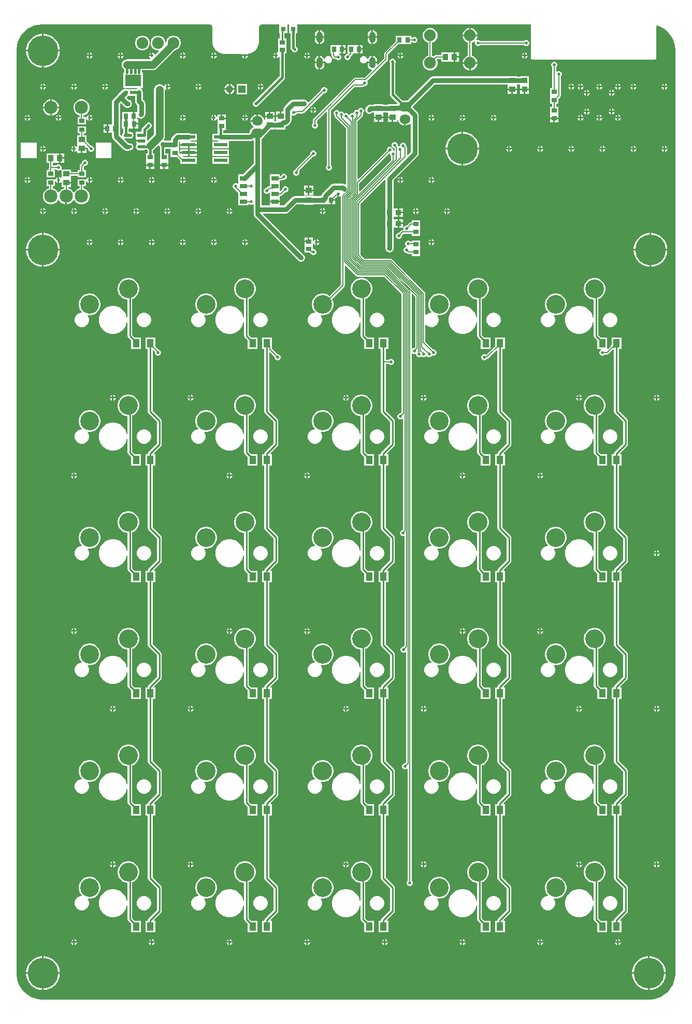
<source format=gbl>
G04*
G04 #@! TF.GenerationSoftware,Altium Limited,Altium Designer,22.7.1 (60)*
G04*
G04 Layer_Physical_Order=2*
G04 Layer_Color=16711680*
%FSLAX25Y25*%
%MOIN*%
G70*
G04*
G04 #@! TF.SameCoordinates,C603BF2E-B12D-4F6D-87B7-6185641273B1*
G04*
G04*
G04 #@! TF.FilePolarity,Positive*
G04*
G01*
G75*
%ADD11C,0.01000*%
%ADD21R,0.04724X0.04724*%
%ADD48C,0.00500*%
%ADD49C,0.02000*%
%ADD50C,0.03000*%
%ADD51C,0.01500*%
%ADD52C,0.05000*%
%ADD53C,0.08500*%
%ADD54C,0.07500*%
%ADD55C,0.04724*%
%ADD56C,0.12000*%
%ADD57C,0.19685*%
%ADD58O,0.03937X0.07087*%
%ADD59O,0.07000X0.06000*%
%ADD60O,0.08000X0.06000*%
%ADD61C,0.01968*%
%ADD62C,0.03150*%
%ADD63R,0.03772X0.03591*%
%ADD64R,0.04134X0.03740*%
%ADD65R,0.03591X0.03772*%
%ADD66R,0.03197X0.02985*%
%ADD67R,0.03394X0.02978*%
%ADD68R,0.03740X0.03150*%
%ADD69R,0.08661X0.02362*%
%ADD70R,0.03347X0.02756*%
%ADD71R,0.02756X0.03347*%
%ADD72R,0.03150X0.03740*%
%ADD73R,0.02362X0.02362*%
G04:AMPARAMS|DCode=74|XSize=52.69mil|YSize=22.75mil|CornerRadius=11.38mil|HoleSize=0mil|Usage=FLASHONLY|Rotation=180.000|XOffset=0mil|YOffset=0mil|HoleType=Round|Shape=RoundedRectangle|*
%AMROUNDEDRECTD74*
21,1,0.05269,0.00000,0,0,180.0*
21,1,0.02993,0.02275,0,0,180.0*
1,1,0.02275,-0.01497,0.00000*
1,1,0.02275,0.01497,0.00000*
1,1,0.02275,0.01497,0.00000*
1,1,0.02275,-0.01497,0.00000*
%
%ADD74ROUNDEDRECTD74*%
%ADD75R,0.05269X0.02275*%
%ADD76R,0.03740X0.04134*%
%ADD77R,0.02985X0.03197*%
%ADD78R,0.04500X0.03000*%
%ADD79R,0.02978X0.03394*%
%ADD80R,0.03543X0.02559*%
%ADD81R,0.10433X0.07795*%
%ADD82R,0.01575X0.02362*%
%ADD83R,0.03150X0.03150*%
%ADD84R,0.04331X0.05512*%
%ADD85R,0.03937X0.03740*%
G36*
X127000Y630022D02*
X127199D01*
X127590Y629944D01*
X127958Y629792D01*
X128289Y629570D01*
X128570Y629289D01*
X128792Y628958D01*
X128944Y628590D01*
X129022Y628199D01*
Y619000D01*
X129031Y618927D01*
X129025Y618854D01*
X129050Y618364D01*
X129089Y618148D01*
X129103Y617929D01*
X129294Y616968D01*
X129388Y616691D01*
X129464Y616409D01*
X129839Y615503D01*
X129985Y615250D01*
X130114Y614988D01*
X130659Y614173D01*
X130851Y613954D01*
X131029Y613722D01*
X131722Y613029D01*
X131954Y612851D01*
X132173Y612659D01*
X132988Y612114D01*
X133250Y611985D01*
X133503Y611839D01*
X134409Y611464D01*
X134691Y611388D01*
X134968Y611294D01*
X135929Y611103D01*
X136148Y611089D01*
X136364Y611050D01*
X136854Y611025D01*
X136927Y611031D01*
X137000Y611022D01*
X147826D01*
X148103Y610606D01*
X148059Y610500D01*
X151941D01*
X151903Y610591D01*
X151975Y610812D01*
X152220Y611133D01*
X153032Y611294D01*
X153309Y611388D01*
X153591Y611464D01*
X154497Y611839D01*
X154750Y611985D01*
X155012Y612114D01*
X155827Y612659D01*
X156046Y612851D01*
X156278Y613029D01*
X156971Y613722D01*
X157149Y613954D01*
X157341Y614173D01*
X157886Y614988D01*
X158015Y615250D01*
X158161Y615503D01*
X158536Y616409D01*
X158612Y616691D01*
X158706Y616968D01*
X158897Y617929D01*
X158911Y618148D01*
X158950Y618364D01*
X158975Y618854D01*
X158969Y618927D01*
X158978Y619000D01*
X158978Y628199D01*
X159056Y628590D01*
X159208Y628958D01*
X159430Y629289D01*
X159711Y629570D01*
X160042Y629792D01*
X160410Y629944D01*
X160801Y630022D01*
X171998D01*
X172126Y629575D01*
X172126Y629522D01*
Y624425D01*
X172471D01*
Y620839D01*
X171327D01*
Y616417D01*
X171327Y616083D01*
X171327Y615583D01*
Y612133D01*
X170827Y611805D01*
X170500Y611941D01*
Y610000D01*
Y608059D01*
X171124Y608318D01*
X171682Y608876D01*
X171716Y608957D01*
X172216Y608858D01*
Y596739D01*
X156359Y580882D01*
X155876Y580682D01*
X155318Y580124D01*
X155016Y579395D01*
Y578605D01*
X155318Y577876D01*
X155876Y577318D01*
X156605Y577016D01*
X157395D01*
X158124Y577318D01*
X158682Y577876D01*
X158882Y578359D01*
X175262Y594738D01*
X175648Y595317D01*
X175784Y596000D01*
Y611161D01*
X176673D01*
Y615583D01*
X176673Y615917D01*
X176673Y616417D01*
Y620839D01*
X175529D01*
Y624425D01*
X177276D01*
Y629522D01*
X177403Y630022D01*
X178297D01*
X178425Y629575D01*
X178425Y629522D01*
Y624425D01*
X179216D01*
Y615127D01*
X179351Y614444D01*
X179738Y613865D01*
X180028Y613575D01*
X180318Y612876D01*
X180876Y612318D01*
X181605Y612016D01*
X182395D01*
X183124Y612318D01*
X183682Y612876D01*
X183984Y613605D01*
Y614395D01*
X183682Y615124D01*
X183124Y615682D01*
X182858Y615793D01*
X182784Y615866D01*
Y624425D01*
X183575D01*
Y629522D01*
X183703Y630022D01*
X334059Y630022D01*
X334059Y608410D01*
X334137Y608019D01*
X334358Y607689D01*
X334688Y607468D01*
X335079Y607390D01*
X413819Y607390D01*
X414209Y607468D01*
X414540Y607689D01*
X414761Y608019D01*
X414839Y608409D01*
X414839Y628915D01*
X415235Y629219D01*
X415483Y629153D01*
X417545Y628299D01*
X419477Y627183D01*
X421247Y625825D01*
X422825Y624247D01*
X424184Y622477D01*
X425299Y620545D01*
X426153Y618483D01*
X426731Y616328D01*
X427022Y614116D01*
X427022Y613000D01*
X427022Y20000D01*
Y18884D01*
X426731Y16672D01*
X426153Y14517D01*
X425299Y12455D01*
X424184Y10523D01*
X422825Y8753D01*
X421247Y7175D01*
X419477Y5816D01*
X417545Y4701D01*
X415483Y3847D01*
X413328Y3269D01*
X411116Y2978D01*
X410000Y2978D01*
X20000Y2978D01*
X18884D01*
X16672Y3269D01*
X14517Y3847D01*
X12455Y4701D01*
X10523Y5816D01*
X8753Y7175D01*
X7175Y8753D01*
X5816Y10523D01*
X4701Y12455D01*
X3847Y14517D01*
X3269Y16672D01*
X2978Y18884D01*
X2978Y20000D01*
X2978Y613000D01*
Y614116D01*
X3269Y616328D01*
X3847Y618483D01*
X4701Y620545D01*
X5816Y622477D01*
X7175Y624247D01*
X8753Y625825D01*
X10523Y627183D01*
X12455Y628299D01*
X14517Y629153D01*
X16672Y629731D01*
X18884Y630022D01*
X20000Y630022D01*
X127000Y630022D01*
D02*
G37*
%LPC*%
G36*
X295421Y627608D02*
X295295D01*
Y623358D01*
X299545D01*
Y623484D01*
X299222Y624692D01*
X298596Y625775D01*
X297712Y626659D01*
X296629Y627285D01*
X295421Y627608D01*
D02*
G37*
G36*
X294295D02*
X294170D01*
X292962Y627285D01*
X291879Y626659D01*
X290994Y625775D01*
X290369Y624692D01*
X290045Y623484D01*
Y623358D01*
X294295D01*
Y627608D01*
D02*
G37*
G36*
X232508Y626267D02*
Y622264D01*
X235002D01*
Y623339D01*
X234900Y624114D01*
X234601Y624836D01*
X234125Y625456D01*
X233505Y625932D01*
X232783Y626231D01*
X232508Y626267D01*
D02*
G37*
G36*
X231508Y626267D02*
X231233Y626231D01*
X230511Y625932D01*
X229891Y625456D01*
X229415Y624836D01*
X229116Y624114D01*
X229014Y623339D01*
Y622264D01*
X231508D01*
Y626267D01*
D02*
G37*
G36*
X198492Y626267D02*
Y622264D01*
X200986D01*
Y623339D01*
X200884Y624114D01*
X200585Y624836D01*
X200109Y625456D01*
X199489Y625932D01*
X198767Y626231D01*
X198492Y626267D01*
D02*
G37*
G36*
X197492Y626267D02*
X197217Y626231D01*
X196495Y625932D01*
X195875Y625456D01*
X195399Y624836D01*
X195100Y624114D01*
X194998Y623339D01*
Y622264D01*
X197492D01*
Y626267D01*
D02*
G37*
G36*
X104625Y622750D02*
X103375D01*
X102167Y622426D01*
X101083Y621801D01*
X100199Y620917D01*
X99574Y619833D01*
X99250Y618625D01*
Y618016D01*
X98750Y618284D01*
Y618625D01*
X98426Y619833D01*
X97801Y620917D01*
X96917Y621801D01*
X95833Y622426D01*
X94625Y622750D01*
X93375D01*
X92167Y622426D01*
X91083Y621801D01*
X90199Y620917D01*
X89574Y619833D01*
X89250Y618625D01*
Y617375D01*
X89574Y616167D01*
X90199Y615083D01*
X91083Y614199D01*
X92167Y613574D01*
X93375Y613250D01*
X94227D01*
X94434Y612750D01*
X92395Y610711D01*
X91805Y610828D01*
X91682Y611124D01*
X91124Y611682D01*
X90500Y611941D01*
Y610000D01*
X90000D01*
Y609500D01*
X88059D01*
X88318Y608876D01*
X88876Y608318D01*
X88966Y607739D01*
X88794Y607530D01*
X74161D01*
X73248Y607410D01*
X72396Y607057D01*
X71665Y606496D01*
X71104Y605765D01*
X70752Y604914D01*
X70631Y604000D01*
X70752Y603086D01*
X71104Y602235D01*
X71665Y601504D01*
X72374Y600960D01*
Y598898D01*
X71784D01*
Y589102D01*
X80385D01*
X80595Y588602D01*
X80429Y588434D01*
X73581D01*
X73000Y588549D01*
X72419Y588434D01*
X72374D01*
Y588424D01*
X72025Y588355D01*
X71198Y587802D01*
X68505Y585110D01*
X68419Y585060D01*
X67940Y584581D01*
X67835Y584399D01*
X65198Y581762D01*
X64645Y580935D01*
X64451Y579959D01*
Y565599D01*
X62032D01*
Y563000D01*
Y560401D01*
X64451D01*
Y558093D01*
X64645Y557118D01*
X65198Y556291D01*
X71160Y550328D01*
X71568Y549719D01*
X72275Y549246D01*
X72378Y549226D01*
X72858Y548905D01*
X73833Y548711D01*
X74605D01*
X75581Y548905D01*
X75843Y549080D01*
X76102D01*
X76936Y549246D01*
X77643Y549719D01*
X78116Y550426D01*
X78282Y551260D01*
X78116Y552094D01*
X77643Y552801D01*
X76936Y553273D01*
X76102Y553439D01*
X75843D01*
X75581Y553615D01*
X74960Y553738D01*
X72533Y556165D01*
X72779Y556626D01*
X73109Y556561D01*
X76102D01*
X76936Y556727D01*
X77643Y557199D01*
X78116Y557906D01*
X78282Y558740D01*
X78116Y559574D01*
X77643Y560281D01*
X76936Y560754D01*
X76102Y560920D01*
X75127D01*
Y562776D01*
X75480Y563130D01*
X75917Y563130D01*
X76417Y563130D01*
X78158D01*
Y566000D01*
X78658D01*
Y566500D01*
X81232D01*
Y568870D01*
X80839D01*
Y569903D01*
X81339Y570103D01*
X82025Y569645D01*
X83000Y569451D01*
X83975Y569645D01*
X84802Y570198D01*
X85133Y570528D01*
X85686Y571355D01*
X85880Y572331D01*
Y579000D01*
X85686Y579976D01*
X85512Y580236D01*
Y581181D01*
X84754D01*
X84388Y581548D01*
Y586252D01*
X84193Y587228D01*
X83641Y588055D01*
X83626Y588065D01*
Y588434D01*
X83249D01*
X83083Y588602D01*
X83292Y589102D01*
X84216D01*
Y598898D01*
X83626D01*
Y600470D01*
X90676D01*
X91590Y600590D01*
X92441Y600943D01*
X93172Y601504D01*
X105026Y613357D01*
X105833Y613574D01*
X106917Y614199D01*
X107801Y615083D01*
X108426Y616167D01*
X108750Y617375D01*
Y618625D01*
X108426Y619833D01*
X107801Y620917D01*
X106917Y621801D01*
X105833Y622426D01*
X104625Y622750D01*
D02*
G37*
G36*
X252073Y622697D02*
X251573Y622697D01*
X246948D01*
Y619105D01*
X239931Y612087D01*
X239654Y611674D01*
X239557Y611186D01*
Y608109D01*
X235502Y604054D01*
X235002Y604261D01*
Y604807D01*
X232008D01*
X229014D01*
Y603732D01*
X229116Y602957D01*
X229415Y602235D01*
X229891Y601615D01*
X230511Y601139D01*
X231233Y600840D01*
X231541Y600800D01*
X231720Y600272D01*
X227191Y595743D01*
X221114D01*
X220626Y595646D01*
X220213Y595370D01*
X194099Y569256D01*
X193823Y568842D01*
X193726Y568355D01*
Y566532D01*
X193318Y566124D01*
X193016Y565395D01*
Y564605D01*
X193318Y563876D01*
X193876Y563318D01*
X194605Y563016D01*
X195395D01*
X196124Y563318D01*
X196682Y563876D01*
X196984Y564605D01*
Y565395D01*
X196682Y566124D01*
X196274Y566532D01*
Y567827D01*
X202264Y573816D01*
X202726Y573624D01*
Y539457D01*
X202392Y539124D01*
X202090Y538395D01*
Y537605D01*
X202392Y536876D01*
X202951Y536318D01*
X203680Y536016D01*
X204469D01*
X205199Y536318D01*
X205757Y536876D01*
X206059Y537605D01*
Y538395D01*
X205757Y539124D01*
X205275Y539606D01*
Y574472D01*
X220528Y589725D01*
X225766D01*
X226254Y589822D01*
X226667Y590099D01*
X226818Y590250D01*
X227395D01*
X228124Y590552D01*
X228682Y591110D01*
X228984Y591840D01*
Y592629D01*
X228682Y593358D01*
X228607Y593434D01*
X228620Y593567D01*
X241733Y606680D01*
X242009Y607093D01*
X242106Y607581D01*
Y610658D01*
X248751Y617303D01*
X251573D01*
X251927Y617303D01*
X252427Y617303D01*
X257052D01*
Y618525D01*
X257552Y618642D01*
X257876Y618318D01*
X258605Y618016D01*
X259395D01*
X260124Y618318D01*
X260682Y618876D01*
X260984Y619605D01*
Y620395D01*
X260682Y621124D01*
X260124Y621682D01*
X259395Y621984D01*
X258605D01*
X257876Y621682D01*
X257552Y621358D01*
X257052Y621476D01*
Y622697D01*
X252427D01*
X252073Y622697D01*
D02*
G37*
G36*
X235002Y621264D02*
X232508D01*
Y617261D01*
X232783Y617297D01*
X233505Y617596D01*
X234125Y618072D01*
X234601Y618692D01*
X234900Y619414D01*
X235002Y620189D01*
Y621264D01*
D02*
G37*
G36*
X200986Y621264D02*
X198492D01*
Y617261D01*
X198767Y617297D01*
X199489Y617596D01*
X200109Y618072D01*
X200585Y618692D01*
X200884Y619414D01*
X200986Y620189D01*
Y621264D01*
D02*
G37*
G36*
X197492D02*
X194998D01*
Y620189D01*
X195100Y619414D01*
X195399Y618692D01*
X195875Y618072D01*
X196495Y617596D01*
X197217Y617297D01*
X197492Y617261D01*
Y621264D01*
D02*
G37*
G36*
X231508Y621264D02*
X229014D01*
Y620189D01*
X229116Y619414D01*
X229415Y618692D01*
X229891Y618072D01*
X230511Y617596D01*
X231233Y617297D01*
X231508Y617261D01*
Y621264D01*
D02*
G37*
G36*
X299545Y622358D02*
X290045D01*
Y622233D01*
X290369Y621025D01*
X290994Y619942D01*
X291879Y619057D01*
X292962Y618432D01*
X293521Y618282D01*
Y609718D01*
X292962Y609568D01*
X291879Y608943D01*
X290994Y608058D01*
X290369Y606975D01*
X290045Y605767D01*
Y605642D01*
X299545D01*
Y605767D01*
X299222Y606975D01*
X298596Y608058D01*
X297712Y608943D01*
X296629Y609568D01*
X296070Y609718D01*
Y618282D01*
X296629Y618432D01*
X297712Y619057D01*
X297775Y619121D01*
X298199Y618838D01*
X298016Y618395D01*
Y617605D01*
X298318Y616876D01*
X298876Y616318D01*
X299605Y616016D01*
X300395D01*
X301124Y616318D01*
X301532Y616725D01*
X329468D01*
X329876Y616318D01*
X330605Y616016D01*
X331395D01*
X332124Y616318D01*
X332682Y616876D01*
X332984Y617605D01*
Y618395D01*
X332682Y619124D01*
X332124Y619682D01*
X331395Y619984D01*
X330605D01*
X329876Y619682D01*
X329468Y619275D01*
X301532D01*
X301124Y619682D01*
X300395Y619984D01*
X299605D01*
X299070Y619763D01*
X298722Y620160D01*
X299222Y621025D01*
X299545Y622233D01*
Y622358D01*
D02*
G37*
G36*
X223961Y616673D02*
Y614500D01*
X225839D01*
Y616673D01*
X223961D01*
D02*
G37*
G36*
X212961D02*
Y614500D01*
X214839D01*
Y616673D01*
X212961D01*
D02*
G37*
G36*
X20853Y623842D02*
X20500D01*
Y613500D01*
X30843D01*
Y613853D01*
X30575Y615539D01*
X30048Y617162D01*
X29273Y618683D01*
X28270Y620063D01*
X27063Y621270D01*
X25683Y622273D01*
X24162Y623048D01*
X22539Y623575D01*
X20853Y623842D01*
D02*
G37*
G36*
X19500D02*
X19147D01*
X17461Y623575D01*
X15838Y623048D01*
X14317Y622273D01*
X12937Y621270D01*
X11730Y620063D01*
X10727Y618683D01*
X9952Y617162D01*
X9425Y615539D01*
X9157Y613853D01*
Y613500D01*
X19500D01*
Y623842D01*
D02*
G37*
G36*
X84625Y622750D02*
X83375D01*
X82167Y622426D01*
X81083Y621801D01*
X80199Y620917D01*
X79574Y619833D01*
X79250Y618625D01*
Y617375D01*
X79574Y616167D01*
X80199Y615083D01*
X81083Y614199D01*
X82167Y613574D01*
X83375Y613250D01*
X84625D01*
X85833Y613574D01*
X86917Y614199D01*
X87801Y615083D01*
X88426Y616167D01*
X88750Y617375D01*
Y618625D01*
X88426Y619833D01*
X87801Y620917D01*
X86917Y621801D01*
X85833Y622426D01*
X84625Y622750D01*
D02*
G37*
G36*
X225839Y613500D02*
X223961D01*
Y611327D01*
X225839D01*
Y613500D01*
D02*
G37*
G36*
X214839D02*
X212961D01*
Y611327D01*
X214839D01*
Y613500D01*
D02*
G37*
G36*
X221083Y616673D02*
X220583Y616673D01*
X216161D01*
Y611327D01*
X215803Y610984D01*
X215605D01*
X214876Y610682D01*
X214318Y610124D01*
X214016Y609395D01*
Y608605D01*
X214318Y607876D01*
X214876Y607318D01*
X215605Y607016D01*
X216395D01*
X217124Y607318D01*
X217682Y607876D01*
X217984Y608605D01*
Y609182D01*
X219047Y610245D01*
X219323Y610658D01*
X219420Y611146D01*
X219601Y611327D01*
X220917Y611327D01*
X221417Y611327D01*
X222961D01*
Y614000D01*
Y616673D01*
X221417D01*
X221083Y616673D01*
D02*
G37*
G36*
X330500Y611941D02*
Y610500D01*
X331941D01*
X331682Y611124D01*
X331124Y611682D01*
X330500Y611941D01*
D02*
G37*
G36*
X329500D02*
X328876Y611682D01*
X328318Y611124D01*
X328059Y610500D01*
X329500D01*
Y611941D01*
D02*
G37*
G36*
X250500D02*
Y610500D01*
X251941D01*
X251682Y611124D01*
X251124Y611682D01*
X250500Y611941D01*
D02*
G37*
G36*
X249500D02*
X248876Y611682D01*
X248318Y611124D01*
X248059Y610500D01*
X249500D01*
Y611941D01*
D02*
G37*
G36*
X190500D02*
Y610500D01*
X191941D01*
X191682Y611124D01*
X191124Y611682D01*
X190500Y611941D01*
D02*
G37*
G36*
X189500D02*
X188876Y611682D01*
X188318Y611124D01*
X188059Y610500D01*
X189500D01*
Y611941D01*
D02*
G37*
G36*
X169500D02*
X168876Y611682D01*
X168318Y611124D01*
X168059Y610500D01*
X169500D01*
Y611941D01*
D02*
G37*
G36*
X130500D02*
Y610500D01*
X131941D01*
X131682Y611124D01*
X131124Y611682D01*
X130500Y611941D01*
D02*
G37*
G36*
X129500D02*
X128876Y611682D01*
X128318Y611124D01*
X128059Y610500D01*
X129500D01*
Y611941D01*
D02*
G37*
G36*
X110500D02*
Y610500D01*
X111941D01*
X111682Y611124D01*
X111124Y611682D01*
X110500Y611941D01*
D02*
G37*
G36*
X109500D02*
X108876Y611682D01*
X108318Y611124D01*
X108059Y610500D01*
X109500D01*
Y611941D01*
D02*
G37*
G36*
X89500D02*
X88876Y611682D01*
X88318Y611124D01*
X88059Y610500D01*
X89500D01*
Y611941D01*
D02*
G37*
G36*
X70500D02*
Y610500D01*
X71941D01*
X71682Y611124D01*
X71124Y611682D01*
X70500Y611941D01*
D02*
G37*
G36*
X69500D02*
X68876Y611682D01*
X68318Y611124D01*
X68059Y610500D01*
X69500D01*
Y611941D01*
D02*
G37*
G36*
X50500D02*
Y610500D01*
X51941D01*
X51682Y611124D01*
X51124Y611682D01*
X50500Y611941D01*
D02*
G37*
G36*
X49500D02*
X48876Y611682D01*
X48318Y611124D01*
X48059Y610500D01*
X49500D01*
Y611941D01*
D02*
G37*
G36*
X287724Y612067D02*
X285354D01*
Y609500D01*
X287724D01*
Y612067D01*
D02*
G37*
G36*
X331941Y609500D02*
X330500D01*
Y608059D01*
X331124Y608318D01*
X331682Y608876D01*
X331941Y609500D01*
D02*
G37*
G36*
X329500D02*
X328059D01*
X328318Y608876D01*
X328876Y608318D01*
X329500Y608059D01*
Y609500D01*
D02*
G37*
G36*
X251941D02*
X250500D01*
Y608059D01*
X251124Y608318D01*
X251682Y608876D01*
X251941Y609500D01*
D02*
G37*
G36*
X249500D02*
X248059D01*
X248318Y608876D01*
X248876Y608318D01*
X249500Y608059D01*
Y609500D01*
D02*
G37*
G36*
X191941D02*
X190500D01*
Y608059D01*
X191124Y608318D01*
X191682Y608876D01*
X191941Y609500D01*
D02*
G37*
G36*
X189500D02*
X188059D01*
X188318Y608876D01*
X188876Y608318D01*
X189500Y608059D01*
Y609500D01*
D02*
G37*
G36*
X169500D02*
X168059D01*
X168318Y608876D01*
X168876Y608318D01*
X169500Y608059D01*
Y609500D01*
D02*
G37*
G36*
X151941D02*
X150500D01*
Y608059D01*
X151124Y608318D01*
X151682Y608876D01*
X151941Y609500D01*
D02*
G37*
G36*
X149500D02*
X148059D01*
X148318Y608876D01*
X148876Y608318D01*
X149500Y608059D01*
Y609500D01*
D02*
G37*
G36*
X131941D02*
X130500D01*
Y608059D01*
X131124Y608318D01*
X131682Y608876D01*
X131941Y609500D01*
D02*
G37*
G36*
X129500D02*
X128059D01*
X128318Y608876D01*
X128876Y608318D01*
X129500Y608059D01*
Y609500D01*
D02*
G37*
G36*
X111941D02*
X110500D01*
Y608059D01*
X111124Y608318D01*
X111682Y608876D01*
X111941Y609500D01*
D02*
G37*
G36*
X109500D02*
X108059D01*
X108318Y608876D01*
X108876Y608318D01*
X109500Y608059D01*
Y609500D01*
D02*
G37*
G36*
X71941D02*
X70500D01*
Y608059D01*
X71124Y608318D01*
X71682Y608876D01*
X71941Y609500D01*
D02*
G37*
G36*
X69500D02*
X68059D01*
X68318Y608876D01*
X68876Y608318D01*
X69500Y608059D01*
Y609500D01*
D02*
G37*
G36*
X51941D02*
X50500D01*
Y608059D01*
X51124Y608318D01*
X51682Y608876D01*
X51941Y609500D01*
D02*
G37*
G36*
X49500D02*
X48059D01*
X48318Y608876D01*
X48876Y608318D01*
X49500Y608059D01*
Y609500D01*
D02*
G37*
G36*
X231508Y609810D02*
X231233Y609774D01*
X230511Y609475D01*
X229891Y608999D01*
X229415Y608379D01*
X229152Y607743D01*
X228778Y607732D01*
X228643Y607763D01*
X228310Y608567D01*
X227669Y609208D01*
X226831Y609555D01*
X225925D01*
X225087Y609208D01*
X224446Y608567D01*
X224098Y607729D01*
Y606822D01*
X224446Y605984D01*
X225087Y605343D01*
X225925Y604996D01*
X226831D01*
X227669Y605343D01*
X228310Y605984D01*
X228514Y606475D01*
X229014Y606376D01*
Y605807D01*
X231508D01*
Y609810D01*
D02*
G37*
G36*
X210083Y616673D02*
X209583Y616673D01*
X205161D01*
Y611327D01*
X205726D01*
Y610000D01*
X205822Y609512D01*
X206099Y609099D01*
X207099Y608099D01*
X207512Y607823D01*
X208000Y607725D01*
X208468D01*
X208876Y607318D01*
X209605Y607016D01*
X210395D01*
X211124Y607318D01*
X211682Y607876D01*
X211984Y608605D01*
Y609395D01*
X211682Y610124D01*
X211124Y610682D01*
X210775Y610827D01*
X210874Y611327D01*
X211961D01*
Y614000D01*
Y616673D01*
X210417D01*
X210083Y616673D01*
D02*
G37*
G36*
X287724Y608500D02*
X285354D01*
Y605933D01*
X287724D01*
Y608500D01*
D02*
G37*
G36*
X269830Y627608D02*
X268579D01*
X267371Y627285D01*
X266288Y626659D01*
X265404Y625775D01*
X264778Y624692D01*
X264455Y623484D01*
Y622233D01*
X264778Y621025D01*
X265404Y619942D01*
X266288Y619057D01*
X267371Y618432D01*
X267930Y618282D01*
Y609718D01*
X267371Y609568D01*
X266288Y608943D01*
X265404Y608058D01*
X264778Y606975D01*
X264455Y605767D01*
Y604516D01*
X264778Y603308D01*
X265404Y602225D01*
X266288Y601341D01*
X267371Y600715D01*
X268579Y600392D01*
X269830D01*
X271038Y600715D01*
X272121Y601341D01*
X273006Y602225D01*
X273631Y603308D01*
X273955Y604516D01*
Y605767D01*
X273631Y606975D01*
X273454Y607282D01*
X273775Y607725D01*
X276276D01*
Y605933D01*
X284354D01*
Y609000D01*
Y612067D01*
X276276D01*
Y610275D01*
X273063D01*
X272575Y610178D01*
X272162Y609901D01*
X271539Y609279D01*
X271038Y609568D01*
X270479Y609718D01*
Y618282D01*
X271038Y618432D01*
X272121Y619057D01*
X273006Y619942D01*
X273631Y621025D01*
X273955Y622233D01*
Y623484D01*
X273631Y624692D01*
X273006Y625775D01*
X272121Y626659D01*
X271038Y627285D01*
X269830Y627608D01*
D02*
G37*
G36*
X232508Y609810D02*
Y605807D01*
X235002D01*
Y606882D01*
X234900Y607657D01*
X234601Y608379D01*
X234125Y608999D01*
X233505Y609475D01*
X232783Y609774D01*
X232508Y609810D01*
D02*
G37*
G36*
X197492Y609810D02*
X197217Y609774D01*
X196495Y609475D01*
X195875Y608999D01*
X195399Y608379D01*
X195100Y607657D01*
X194998Y606882D01*
Y605807D01*
X197492D01*
Y609810D01*
D02*
G37*
G36*
X198492Y609810D02*
Y605807D01*
X200986D01*
Y606376D01*
X201486Y606475D01*
X201690Y605984D01*
X202331Y605343D01*
X203169Y604996D01*
X204076D01*
X204913Y605343D01*
X205555Y605984D01*
X205902Y606822D01*
Y607729D01*
X205555Y608567D01*
X204913Y609208D01*
X204076Y609555D01*
X203169D01*
X202331Y609208D01*
X201690Y608567D01*
X201357Y607763D01*
X201222Y607732D01*
X200848Y607743D01*
X200585Y608379D01*
X200109Y608999D01*
X199489Y609475D01*
X198767Y609774D01*
X198492Y609810D01*
D02*
G37*
G36*
X30843Y612500D02*
X20500D01*
Y602157D01*
X20853D01*
X22539Y602424D01*
X24162Y602952D01*
X25683Y603727D01*
X27063Y604730D01*
X28270Y605937D01*
X29273Y607317D01*
X30048Y608838D01*
X30575Y610461D01*
X30843Y612147D01*
Y612500D01*
D02*
G37*
G36*
X19500D02*
X9157D01*
Y612147D01*
X9425Y610461D01*
X9952Y608838D01*
X10727Y607317D01*
X11730Y605937D01*
X12937Y604730D01*
X14317Y603727D01*
X15838Y602952D01*
X17461Y602424D01*
X19147Y602157D01*
X19500D01*
Y612500D01*
D02*
G37*
G36*
X197492Y604807D02*
X194998D01*
Y603732D01*
X195100Y602957D01*
X195399Y602235D01*
X195875Y601615D01*
X196495Y601139D01*
X197217Y600840D01*
X197492Y600804D01*
Y604807D01*
D02*
G37*
G36*
X200986D02*
X198492D01*
Y600804D01*
X198767Y600840D01*
X199489Y601139D01*
X200109Y601615D01*
X200585Y602235D01*
X200884Y602957D01*
X200986Y603732D01*
Y604807D01*
D02*
G37*
G36*
X299545Y604642D02*
X295295D01*
Y600392D01*
X295421D01*
X296629Y600715D01*
X297712Y601341D01*
X298596Y602225D01*
X299222Y603308D01*
X299545Y604516D01*
Y604642D01*
D02*
G37*
G36*
X294295D02*
X290045D01*
Y604516D01*
X290369Y603308D01*
X290994Y602225D01*
X291879Y601341D01*
X292962Y600715D01*
X294170Y600392D01*
X294295D01*
Y604642D01*
D02*
G37*
G36*
X420500Y591941D02*
Y590500D01*
X421941D01*
X421682Y591124D01*
X421124Y591682D01*
X420500Y591941D01*
D02*
G37*
G36*
X419500D02*
X418876Y591682D01*
X418318Y591124D01*
X418059Y590500D01*
X419500D01*
Y591941D01*
D02*
G37*
G36*
X400500D02*
Y590500D01*
X401941D01*
X401682Y591124D01*
X401124Y591682D01*
X400500Y591941D01*
D02*
G37*
G36*
X399500D02*
X398876Y591682D01*
X398318Y591124D01*
X398059Y590500D01*
X399500D01*
Y591941D01*
D02*
G37*
G36*
X390500D02*
Y590500D01*
X391941D01*
X391682Y591124D01*
X391124Y591682D01*
X390500Y591941D01*
D02*
G37*
G36*
X389500D02*
X388876Y591682D01*
X388318Y591124D01*
X388059Y590500D01*
X389500D01*
Y591941D01*
D02*
G37*
G36*
X378500D02*
Y590500D01*
X379941D01*
X379682Y591124D01*
X379124Y591682D01*
X378500Y591941D01*
D02*
G37*
G36*
X377500D02*
X376876Y591682D01*
X376318Y591124D01*
X376059Y590500D01*
X377500D01*
Y591941D01*
D02*
G37*
G36*
X366500D02*
Y590500D01*
X367941D01*
X367682Y591124D01*
X367124Y591682D01*
X366500Y591941D01*
D02*
G37*
G36*
X365500D02*
X364876Y591682D01*
X364318Y591124D01*
X364059Y590500D01*
X365500D01*
Y591941D01*
D02*
G37*
G36*
X360500D02*
Y590500D01*
X361941D01*
X361682Y591124D01*
X361124Y591682D01*
X360500Y591941D01*
D02*
G37*
G36*
X359500D02*
X358876Y591682D01*
X358318Y591124D01*
X358059Y590500D01*
X359500D01*
Y591941D01*
D02*
G37*
G36*
X160500D02*
Y590500D01*
X161941D01*
X161682Y591124D01*
X161124Y591682D01*
X160500Y591941D01*
D02*
G37*
G36*
X159500D02*
X158876Y591682D01*
X158318Y591124D01*
X158059Y590500D01*
X159500D01*
Y591941D01*
D02*
G37*
G36*
X120500D02*
Y590500D01*
X121941D01*
X121682Y591124D01*
X121124Y591682D01*
X120500Y591941D01*
D02*
G37*
G36*
X119500D02*
X118876Y591682D01*
X118318Y591124D01*
X118059Y590500D01*
X119500D01*
Y591941D01*
D02*
G37*
G36*
X100500D02*
Y590500D01*
X101941D01*
X101682Y591124D01*
X101124Y591682D01*
X100500Y591941D01*
D02*
G37*
G36*
X60500D02*
Y590500D01*
X61941D01*
X61682Y591124D01*
X61124Y591682D01*
X60500Y591941D01*
D02*
G37*
G36*
X59500D02*
X58876Y591682D01*
X58318Y591124D01*
X58059Y590500D01*
X59500D01*
Y591941D01*
D02*
G37*
G36*
X40500D02*
Y590500D01*
X41941D01*
X41682Y591124D01*
X41124Y591682D01*
X40500Y591941D01*
D02*
G37*
G36*
X39500D02*
X38876Y591682D01*
X38318Y591124D01*
X38059Y590500D01*
X39500D01*
Y591941D01*
D02*
G37*
G36*
X20500D02*
Y590500D01*
X21941D01*
X21682Y591124D01*
X21124Y591682D01*
X20500Y591941D01*
D02*
G37*
G36*
X19500D02*
X18876Y591682D01*
X18318Y591124D01*
X18059Y590500D01*
X19500D01*
Y591941D01*
D02*
G37*
G36*
X99500D02*
X98876Y591682D01*
X98318Y591124D01*
X98082Y590554D01*
X97554Y590421D01*
X97496Y590496D01*
X96765Y591057D01*
X95914Y591410D01*
X95000Y591530D01*
X94086Y591410D01*
X93235Y591057D01*
X92504Y590496D01*
X91943Y589765D01*
X91590Y588914D01*
X91470Y588000D01*
Y559462D01*
X87435Y555428D01*
X86957Y555573D01*
X86905Y555834D01*
X86726Y556102D01*
X86993Y556602D01*
X87029D01*
Y558955D01*
X87063Y559128D01*
X87063Y559128D01*
Y561540D01*
X88641Y563118D01*
X89124Y563318D01*
X89682Y563876D01*
X89984Y564605D01*
Y565395D01*
X89682Y566124D01*
X89124Y566682D01*
X88395Y566984D01*
X87605D01*
X86876Y566682D01*
X86318Y566124D01*
X86118Y565641D01*
X84017Y563541D01*
X83631Y562962D01*
X83495Y562279D01*
Y560878D01*
X79760D01*
Y556602D01*
X79796D01*
X80063Y556102D01*
X79884Y555834D01*
X79818Y555500D01*
X83394D01*
Y554500D01*
X79818D01*
X79884Y554166D01*
X80357Y553459D01*
X80475Y553380D01*
Y552880D01*
X80357Y552801D01*
X79884Y552094D01*
X79718Y551260D01*
X79884Y550426D01*
X80357Y549719D01*
X81064Y549246D01*
X81898Y549080D01*
X84891D01*
X85725Y549246D01*
X86069Y549476D01*
X86541D01*
X87216Y548957D01*
Y546961D01*
X86401D01*
Y541976D01*
Y540031D01*
X89000D01*
X91599D01*
Y541976D01*
Y546961D01*
X90784D01*
Y548957D01*
X91496Y549504D01*
X94166Y552173D01*
X94539Y552060D01*
X94677Y551977D01*
X95198Y551198D01*
X95216Y551180D01*
Y545469D01*
X95351Y544786D01*
X95401Y544711D01*
Y541976D01*
Y540031D01*
X98000D01*
X100599D01*
Y541976D01*
Y546961D01*
X98784D01*
Y550108D01*
X101709D01*
X102130Y549917D01*
X102130Y549583D01*
Y544768D01*
X106068D01*
X108306Y542530D01*
X108433Y542445D01*
Y540319D01*
X119095D01*
Y544681D01*
X112956D01*
X112833Y544706D01*
X110062D01*
X109985Y544819D01*
X110251Y545319D01*
X113264D01*
Y547000D01*
X108071D01*
X107933Y546926D01*
X107870Y546968D01*
Y549583D01*
X107870Y549917D01*
X107870Y550417D01*
Y554464D01*
X107933Y554496D01*
X107983Y554492D01*
X108433Y554194D01*
Y553000D01*
X113764D01*
X119095D01*
Y554681D01*
X115235D01*
X115064Y554938D01*
X115291Y555319D01*
X119095D01*
Y559681D01*
X114999D01*
X114739Y559855D01*
X113764Y560049D01*
X106757D01*
X105782Y559855D01*
X104955Y559302D01*
X103198Y557545D01*
X102645Y556718D01*
X102451Y555743D01*
Y555232D01*
X102130D01*
Y555206D01*
X98198D01*
X98000Y555339D01*
X97973Y555364D01*
X97800Y555900D01*
X98057Y556235D01*
X98410Y557086D01*
X98530Y558000D01*
Y587961D01*
X98636Y588070D01*
X98999Y588267D01*
X99500Y588059D01*
Y590000D01*
Y591941D01*
D02*
G37*
G36*
X140563Y591701D02*
Y588854D01*
X143410D01*
X143196Y589652D01*
X142753Y590419D01*
X142127Y591045D01*
X141361Y591487D01*
X140563Y591701D01*
D02*
G37*
G36*
X139563Y591701D02*
X138765Y591487D01*
X137999Y591045D01*
X137373Y590419D01*
X136930Y589652D01*
X136716Y588854D01*
X139563D01*
Y591701D01*
D02*
G37*
G36*
X245395Y607984D02*
X244605D01*
X243876Y607682D01*
X243318Y607124D01*
X243016Y606395D01*
Y605605D01*
X243216Y605123D01*
Y585127D01*
X243184Y584969D01*
X243320Y584286D01*
X243707Y583707D01*
X248140Y579273D01*
X247933Y578773D01*
X245370D01*
X245124Y578724D01*
X241933D01*
Y578403D01*
X239067D01*
Y578724D01*
X232933D01*
Y578403D01*
X230854D01*
X229879Y578209D01*
X229052Y577657D01*
X228198Y576802D01*
X227645Y575976D01*
X227451Y575000D01*
X227645Y574024D01*
X228198Y573198D01*
X229025Y572645D01*
X230000Y572451D01*
X230976Y572645D01*
X231802Y573198D01*
X231910Y573305D01*
X232933D01*
Y570646D01*
X239067D01*
Y573305D01*
X241933D01*
Y570646D01*
X245000D01*
Y570146D01*
X245500D01*
Y567276D01*
X248067D01*
Y568260D01*
X248567Y568292D01*
X248603Y568019D01*
X249006Y567046D01*
X249647Y566210D01*
X250483Y565569D01*
X251456Y565166D01*
X252500Y565028D01*
X252500D01*
Y569063D01*
X253500D01*
Y565028D01*
X254544Y565166D01*
X255517Y565569D01*
X256250Y566131D01*
X256750Y565975D01*
Y548017D01*
X254736Y546003D01*
X254275Y546194D01*
Y550766D01*
X254177Y551254D01*
X253901Y551667D01*
X253750Y551818D01*
Y552395D01*
X253448Y553124D01*
X252890Y553682D01*
X252160Y553984D01*
X251371D01*
X250642Y553682D01*
X250084Y553124D01*
X249781Y552395D01*
Y551759D01*
X249406D01*
X248772Y551496D01*
X248685Y551543D01*
X248409Y551956D01*
X248375Y551990D01*
X248378Y551999D01*
Y552789D01*
X248076Y553518D01*
X247518Y554076D01*
X246789Y554378D01*
X245999D01*
X245270Y554076D01*
X244712Y553518D01*
X244410Y552789D01*
Y551999D01*
X244712Y551270D01*
X245270Y550712D01*
X245999Y550410D01*
X246233D01*
Y548843D01*
X245817Y548565D01*
X245668Y548627D01*
X245360D01*
X245218Y548840D01*
Y549629D01*
X244916Y550358D01*
X244358Y550916D01*
X243629Y551219D01*
X242840D01*
X242110Y550916D01*
X241552Y550358D01*
X241250Y549629D01*
Y549052D01*
X222986Y530789D01*
X222524Y530980D01*
Y567722D01*
X225556Y570754D01*
X225833Y571167D01*
X225930Y571655D01*
Y572796D01*
X226337Y573204D01*
X226639Y573933D01*
Y574722D01*
X226337Y575452D01*
X225779Y576010D01*
X225050Y576312D01*
X224260D01*
X223531Y576010D01*
X222973Y575452D01*
X222683Y574752D01*
X222315Y574904D01*
X221526D01*
X220796Y574602D01*
X220238Y574044D01*
X219936Y573315D01*
Y573210D01*
X219520Y572932D01*
X219395Y572984D01*
X218605D01*
X217876Y572682D01*
X217318Y572124D01*
X217271Y572010D01*
X216729D01*
X216682Y572124D01*
X216124Y572682D01*
X215395Y572984D01*
X214605D01*
X213876Y572682D01*
X213864Y572684D01*
X213682Y573124D01*
X213124Y573682D01*
X212395Y573984D01*
X211605D01*
X210876Y573682D01*
X210864Y573685D01*
X210682Y574124D01*
X210124Y574682D01*
X209395Y574984D01*
X208605D01*
X207876Y574682D01*
X207318Y574124D01*
X207016Y573395D01*
Y572605D01*
X207318Y571876D01*
X207726Y571468D01*
Y571000D01*
X207822Y570512D01*
X208099Y570099D01*
X214976Y563222D01*
Y527288D01*
X214475Y527021D01*
X213976Y527355D01*
X213000Y527549D01*
X207142D01*
X206167Y527355D01*
X205340Y526802D01*
X199886Y521349D01*
X199334Y520522D01*
X199150Y519599D01*
X198039D01*
Y519549D01*
X193968D01*
Y519870D01*
X188031D01*
Y519549D01*
X182309D01*
X181334Y519355D01*
X180507Y518802D01*
X175253Y513549D01*
X172500D01*
Y515500D01*
X169250D01*
X166000D01*
Y513549D01*
X160643D01*
Y539344D01*
Y556414D01*
X161017Y556569D01*
X161853Y557210D01*
X162494Y558046D01*
X162626Y558363D01*
X166538Y562276D01*
X169067D01*
Y562670D01*
X169933D01*
Y562421D01*
X176067D01*
Y564304D01*
X176990Y564488D01*
X177817Y565040D01*
X179157Y566380D01*
X179709Y567207D01*
X179903Y568182D01*
Y571415D01*
X180403Y571649D01*
X180994Y571405D01*
X181783D01*
X182513Y571707D01*
X183071Y572265D01*
X183130Y572406D01*
X183562Y572492D01*
X183911Y572725D01*
X187000D01*
X187488Y572823D01*
X187901Y573099D01*
X200590Y585788D01*
X200605Y585781D01*
X201395D01*
X202124Y586084D01*
X202682Y586642D01*
X202984Y587371D01*
Y588160D01*
X202682Y588890D01*
X202124Y589448D01*
X201395Y589750D01*
X200605D01*
X199876Y589448D01*
X199318Y588890D01*
X199016Y588160D01*
Y587818D01*
X190920Y579723D01*
X190437Y579852D01*
X190399Y579994D01*
X190060Y580581D01*
X189581Y581060D01*
X188994Y581399D01*
X188339Y581575D01*
X187661D01*
X187565Y581549D01*
X181000D01*
X180025Y581355D01*
X179198Y580802D01*
X175552Y577157D01*
X174999Y576330D01*
X174805Y575354D01*
Y573870D01*
X173500D01*
Y571000D01*
X173000D01*
Y570500D01*
X169933D01*
Y567767D01*
X169067D01*
Y570354D01*
X166000D01*
X162933D01*
Y568740D01*
X162433Y568708D01*
X162397Y568981D01*
X161994Y569954D01*
X161353Y570790D01*
X160517Y571431D01*
X159544Y571834D01*
X158500Y571972D01*
Y567937D01*
X158000D01*
Y567437D01*
X153531D01*
X153603Y566893D01*
X154006Y565920D01*
X154647Y565084D01*
X155483Y564443D01*
X155649Y564374D01*
Y563833D01*
X154983Y563557D01*
X154147Y562916D01*
X153506Y562080D01*
X153103Y561107D01*
X153023Y560503D01*
X152569Y560049D01*
X136021D01*
Y562039D01*
X137599D01*
Y566976D01*
Y568968D01*
X135000D01*
Y569468D01*
X134500D01*
Y571961D01*
X132401D01*
Y570694D01*
X131901Y570595D01*
X131682Y571124D01*
X131124Y571682D01*
X130500Y571941D01*
Y570000D01*
Y568059D01*
X131124Y568318D01*
X131682Y568876D01*
X131901Y569405D01*
X132401Y569306D01*
Y566976D01*
Y562039D01*
X132452D01*
Y559681D01*
X128905D01*
Y555319D01*
X132709D01*
X132937Y554938D01*
X132765Y554681D01*
X128905D01*
Y550319D01*
X139567D01*
Y554451D01*
X139567Y554681D01*
X139955Y554951D01*
X153625D01*
X154601Y555145D01*
X155045Y555442D01*
X155545Y555175D01*
Y540400D01*
X148645Y533500D01*
X145750D01*
Y527763D01*
X145250Y527556D01*
X145124Y527682D01*
X144395Y527984D01*
X143605D01*
X142876Y527682D01*
X142318Y527124D01*
X142016Y526395D01*
Y525605D01*
X142318Y524876D01*
X142876Y524318D01*
X143342Y524125D01*
X143380Y524068D01*
X145750Y521698D01*
Y518500D01*
Y513500D01*
X152250D01*
Y514237D01*
X152750Y514444D01*
X152876Y514318D01*
X153605Y514016D01*
X154395D01*
X155045Y514285D01*
X155545Y514086D01*
Y511000D01*
Y507906D01*
X155739Y506930D01*
X156292Y506104D01*
X183890Y478505D01*
X183940Y478419D01*
X184419Y477940D01*
X185006Y477601D01*
X185661Y477425D01*
X186339D01*
X186994Y477601D01*
X187581Y477940D01*
X188060Y478419D01*
X188399Y479006D01*
X188575Y479661D01*
Y480339D01*
X188399Y480994D01*
X188060Y481581D01*
X187581Y482060D01*
X187495Y482110D01*
X161616Y507989D01*
X161807Y508451D01*
X176309D01*
X177285Y508645D01*
X178111Y509198D01*
X183365Y514451D01*
X188031D01*
Y514130D01*
X193968D01*
Y514451D01*
X198039D01*
Y514401D01*
X204969D01*
Y517000D01*
X205469D01*
Y517500D01*
X207961D01*
Y517796D01*
X209305Y519140D01*
X209500Y519059D01*
Y521000D01*
X210500D01*
Y519059D01*
X211124Y519318D01*
X211226Y519419D01*
X211725Y519212D01*
Y462675D01*
X204475Y455424D01*
X204462Y455437D01*
X203316Y456203D01*
X202042Y456731D01*
X200689Y457000D01*
X199311D01*
X197958Y456731D01*
X196684Y456203D01*
X195538Y455437D01*
X194563Y454462D01*
X193797Y453316D01*
X193269Y452042D01*
X193000Y450689D01*
Y449311D01*
X193269Y447958D01*
X193797Y446684D01*
X194563Y445538D01*
X195039Y445062D01*
X194847Y444600D01*
X194394D01*
X193225Y444286D01*
X192175Y443681D01*
X191319Y442825D01*
X190714Y441776D01*
X190400Y440606D01*
Y439394D01*
X190714Y438225D01*
X191319Y437176D01*
X192175Y436319D01*
X193225Y435713D01*
X194394Y435400D01*
X195606D01*
X196775Y435713D01*
X197825Y436319D01*
X198681Y437176D01*
X199286Y438225D01*
X199600Y439394D01*
Y440606D01*
X199286Y441776D01*
X198817Y442588D01*
X199137Y443035D01*
X199311Y443000D01*
X200689D01*
X202042Y443269D01*
X203316Y443797D01*
X204462Y444563D01*
X205437Y445538D01*
X206203Y446684D01*
X206731Y447958D01*
X207000Y449311D01*
Y450689D01*
X206731Y452042D01*
X206203Y453316D01*
X206111Y453455D01*
X213901Y461245D01*
X214177Y461659D01*
X214275Y462147D01*
Y474825D01*
X214736Y475016D01*
X221654Y468099D01*
X222067Y467823D01*
X222555Y467726D01*
X239644D01*
X250726Y456644D01*
Y380528D01*
X250182Y379984D01*
X249605D01*
X248876Y379682D01*
X248318Y379124D01*
X248016Y378395D01*
Y377605D01*
X248318Y376876D01*
X248876Y376318D01*
X249605Y376016D01*
X250395D01*
X251124Y376318D01*
X251225Y376419D01*
X251726Y376212D01*
Y305100D01*
X251610Y304984D01*
X251371D01*
X250642Y304682D01*
X250084Y304124D01*
X249781Y303395D01*
Y302605D01*
X250084Y301876D01*
X250642Y301318D01*
X251371Y301016D01*
X252160D01*
X252310Y301078D01*
X252726Y300800D01*
Y230528D01*
X252182Y229984D01*
X251605D01*
X250876Y229682D01*
X250318Y229124D01*
X250016Y228395D01*
Y227605D01*
X250318Y226876D01*
X250876Y226318D01*
X251605Y226016D01*
X252395D01*
X253124Y226318D01*
X253225Y226419D01*
X253726Y226212D01*
Y155528D01*
X253182Y154984D01*
X252605D01*
X251876Y154682D01*
X251318Y154124D01*
X251016Y153395D01*
Y152605D01*
X251318Y151876D01*
X251876Y151318D01*
X252605Y151016D01*
X253395D01*
X254124Y151318D01*
X254225Y151419D01*
X254726Y151212D01*
Y79532D01*
X254318Y79124D01*
X254016Y78395D01*
Y77605D01*
X254318Y76876D01*
X254876Y76318D01*
X255605Y76016D01*
X256395D01*
X257124Y76318D01*
X257682Y76876D01*
X257984Y77605D01*
Y78395D01*
X257682Y79124D01*
X257275Y79532D01*
Y418212D01*
X257774Y418419D01*
X257876Y418318D01*
X258605Y418016D01*
X259395D01*
X259600Y418101D01*
X260016Y417823D01*
Y417605D01*
X260318Y416876D01*
X260876Y416318D01*
X261605Y416016D01*
X262395D01*
X263124Y416318D01*
X263500Y416694D01*
X263876Y416318D01*
X264605Y416016D01*
X265395D01*
X266124Y416318D01*
X266433Y416627D01*
X266906Y416709D01*
X267056Y416596D01*
X267496Y416156D01*
X268225Y415854D01*
X269015D01*
X269744Y416156D01*
X270302Y416714D01*
X270504Y417203D01*
X270957Y417016D01*
X271746D01*
X272476Y417318D01*
X273034Y417876D01*
X273336Y418605D01*
Y419395D01*
X273034Y420124D01*
X272476Y420682D01*
X271746Y420984D01*
X271170D01*
X266125Y426029D01*
Y436662D01*
X266625Y436869D01*
X267176Y436319D01*
X268225Y435713D01*
X269394Y435400D01*
X270606D01*
X271776Y435713D01*
X272825Y436319D01*
X273681Y437176D01*
X274287Y438225D01*
X274600Y439394D01*
Y440606D01*
X274287Y441776D01*
X273817Y442588D01*
X274137Y443035D01*
X274311Y443000D01*
X275689D01*
X277042Y443269D01*
X278316Y443797D01*
X279462Y444563D01*
X280437Y445538D01*
X281203Y446684D01*
X281731Y447958D01*
X282000Y449311D01*
Y450689D01*
X281731Y452042D01*
X281203Y453316D01*
X280437Y454462D01*
X279462Y455437D01*
X278316Y456203D01*
X277042Y456731D01*
X275689Y457000D01*
X274311D01*
X272958Y456731D01*
X271684Y456203D01*
X270538Y455437D01*
X269563Y454462D01*
X268797Y453316D01*
X268269Y452042D01*
X268000Y450689D01*
Y449311D01*
X268269Y447958D01*
X268797Y446684D01*
X269563Y445538D01*
X270039Y445062D01*
X269847Y444600D01*
X269394D01*
X268225Y444286D01*
X267176Y443681D01*
X266625Y443131D01*
X266125Y443338D01*
Y457049D01*
X266028Y457536D01*
X265752Y457950D01*
X244801Y478901D01*
X244387Y479178D01*
X243899Y479275D01*
X227013D01*
X224274Y482013D01*
Y514472D01*
X239989Y530187D01*
X240451Y529995D01*
Y511796D01*
X240252D01*
Y506205D01*
X240451D01*
Y504796D01*
X240252D01*
Y499204D01*
X240451D01*
Y486435D01*
X240425Y486339D01*
Y485661D01*
X240601Y485006D01*
X240940Y484419D01*
X241419Y483940D01*
X242006Y483601D01*
X242661Y483425D01*
X243339D01*
X243994Y483601D01*
X244581Y483940D01*
X245060Y484419D01*
X245399Y485006D01*
X245575Y485661D01*
Y486339D01*
X245549Y486435D01*
Y499204D01*
X248362D01*
Y502000D01*
Y504796D01*
X245549D01*
Y506205D01*
X248362D01*
Y509000D01*
Y511796D01*
X245549D01*
Y529606D01*
X261102Y545159D01*
X261654Y545986D01*
X261848Y546961D01*
Y571630D01*
X261654Y572605D01*
X261102Y573432D01*
X257984Y576550D01*
X258034Y576937D01*
X257984Y577317D01*
X272119Y591451D01*
X318933D01*
Y588646D01*
X325067D01*
Y591309D01*
X327204D01*
Y588638D01*
X330000D01*
X332796D01*
Y590976D01*
Y596748D01*
X327204D01*
Y596407D01*
X325067D01*
Y596724D01*
X318933D01*
Y596549D01*
X271063D01*
X270088Y596355D01*
X269261Y595802D01*
X254380Y580922D01*
X254000Y580971D01*
X252000D01*
X251922Y580961D01*
X251426Y581060D01*
X251405Y581056D01*
X246784Y585676D01*
Y605123D01*
X246984Y605605D01*
Y606395D01*
X246682Y607124D01*
X246124Y607682D01*
X245395Y607984D01*
D02*
G37*
G36*
X421941Y589500D02*
X420500D01*
Y588059D01*
X421124Y588318D01*
X421682Y588876D01*
X421941Y589500D01*
D02*
G37*
G36*
X419500D02*
X418059D01*
X418318Y588876D01*
X418876Y588318D01*
X419500Y588059D01*
Y589500D01*
D02*
G37*
G36*
X401941D02*
X400500D01*
Y588059D01*
X401124Y588318D01*
X401682Y588876D01*
X401941Y589500D01*
D02*
G37*
G36*
X399500D02*
X398059D01*
X398318Y588876D01*
X398876Y588318D01*
X399500Y588059D01*
Y589500D01*
D02*
G37*
G36*
X391941D02*
X390500D01*
Y588059D01*
X391124Y588318D01*
X391682Y588876D01*
X391941Y589500D01*
D02*
G37*
G36*
X389500D02*
X388059D01*
X388318Y588876D01*
X388876Y588318D01*
X389500Y588059D01*
Y589500D01*
D02*
G37*
G36*
X379941D02*
X378500D01*
Y588059D01*
X379124Y588318D01*
X379682Y588876D01*
X379941Y589500D01*
D02*
G37*
G36*
X377500D02*
X376059D01*
X376318Y588876D01*
X376876Y588318D01*
X377500Y588059D01*
Y589500D01*
D02*
G37*
G36*
X367941D02*
X366500D01*
Y588059D01*
X367124Y588318D01*
X367682Y588876D01*
X367941Y589500D01*
D02*
G37*
G36*
X365500D02*
X364059D01*
X364318Y588876D01*
X364876Y588318D01*
X365500Y588059D01*
Y589500D01*
D02*
G37*
G36*
X361941D02*
X360500D01*
Y588059D01*
X361124Y588318D01*
X361682Y588876D01*
X361941Y589500D01*
D02*
G37*
G36*
X359500D02*
X358059D01*
X358318Y588876D01*
X358876Y588318D01*
X359500Y588059D01*
Y589500D01*
D02*
G37*
G36*
X161941D02*
X160500D01*
Y588059D01*
X161124Y588318D01*
X161682Y588876D01*
X161941Y589500D01*
D02*
G37*
G36*
X159500D02*
X158059D01*
X158318Y588876D01*
X158876Y588318D01*
X159500Y588059D01*
Y589500D01*
D02*
G37*
G36*
X121941D02*
X120500D01*
Y588059D01*
X121124Y588318D01*
X121682Y588876D01*
X121941Y589500D01*
D02*
G37*
G36*
X119500D02*
X118059D01*
X118318Y588876D01*
X118876Y588318D01*
X119500Y588059D01*
Y589500D01*
D02*
G37*
G36*
X101941D02*
X100500D01*
Y588059D01*
X101124Y588318D01*
X101682Y588876D01*
X101941Y589500D01*
D02*
G37*
G36*
X61941D02*
X60500D01*
Y588059D01*
X61124Y588318D01*
X61682Y588876D01*
X61941Y589500D01*
D02*
G37*
G36*
X59500D02*
X58059D01*
X58318Y588876D01*
X58876Y588318D01*
X59500Y588059D01*
Y589500D01*
D02*
G37*
G36*
X41941D02*
X40500D01*
Y588059D01*
X41124Y588318D01*
X41682Y588876D01*
X41941Y589500D01*
D02*
G37*
G36*
X39500D02*
X38059D01*
X38318Y588876D01*
X38876Y588318D01*
X39500Y588059D01*
Y589500D01*
D02*
G37*
G36*
X21941D02*
X20500D01*
Y588059D01*
X21124Y588318D01*
X21682Y588876D01*
X21941Y589500D01*
D02*
G37*
G36*
X19500D02*
X18059D01*
X18318Y588876D01*
X18876Y588318D01*
X19500Y588059D01*
Y589500D01*
D02*
G37*
G36*
X386500Y587941D02*
Y586500D01*
X387941D01*
X387682Y587124D01*
X387124Y587682D01*
X386500Y587941D01*
D02*
G37*
G36*
X385500D02*
X384876Y587682D01*
X384318Y587124D01*
X384059Y586500D01*
X385500D01*
Y587941D01*
D02*
G37*
G36*
X370500D02*
Y586500D01*
X371941D01*
X371682Y587124D01*
X371124Y587682D01*
X370500Y587941D01*
D02*
G37*
G36*
X369500D02*
X368876Y587682D01*
X368318Y587124D01*
X368059Y586500D01*
X369500D01*
Y587941D01*
D02*
G37*
G36*
X325067Y587646D02*
X322500D01*
Y585276D01*
X325067D01*
Y587646D01*
D02*
G37*
G36*
X321500D02*
X318933D01*
Y585276D01*
X321500D01*
Y587646D01*
D02*
G37*
G36*
X332796Y587638D02*
X330500D01*
Y585252D01*
X332796D01*
Y587638D01*
D02*
G37*
G36*
X329500D02*
X327204D01*
Y585252D01*
X329500D01*
Y587638D01*
D02*
G37*
G36*
X143410Y587854D02*
X140563D01*
Y585007D01*
X141361Y585221D01*
X142127Y585664D01*
X142753Y586290D01*
X143196Y587057D01*
X143410Y587854D01*
D02*
G37*
G36*
X139563D02*
X136716D01*
X136930Y587057D01*
X137373Y586290D01*
X137999Y585664D01*
X138765Y585221D01*
X139563Y585007D01*
Y587854D01*
D02*
G37*
G36*
X151299Y591716D02*
X144575D01*
Y584992D01*
X151299D01*
Y591716D01*
D02*
G37*
G36*
X387941Y585500D02*
X386500D01*
Y584059D01*
X387124Y584318D01*
X387682Y584876D01*
X387941Y585500D01*
D02*
G37*
G36*
X385500D02*
X384059D01*
X384318Y584876D01*
X384876Y584318D01*
X385500Y584059D01*
Y585500D01*
D02*
G37*
G36*
X371941D02*
X370500D01*
Y584059D01*
X371124Y584318D01*
X371682Y584876D01*
X371941Y585500D01*
D02*
G37*
G36*
X369500D02*
X368059D01*
X368318Y584876D01*
X368876Y584318D01*
X369500Y584059D01*
Y585500D01*
D02*
G37*
G36*
X25849Y581809D02*
X25657D01*
Y577059D01*
X30408D01*
Y577250D01*
X30050Y578585D01*
X29359Y579783D01*
X28381Y580760D01*
X27184Y581451D01*
X25849Y581809D01*
D02*
G37*
G36*
X24657D02*
X24466D01*
X23131Y581451D01*
X21934Y580760D01*
X20956Y579783D01*
X20265Y578585D01*
X19907Y577250D01*
Y577059D01*
X24657D01*
Y581809D01*
D02*
G37*
G36*
X194500Y576941D02*
Y575500D01*
X195941D01*
X195682Y576124D01*
X195124Y576682D01*
X194500Y576941D01*
D02*
G37*
G36*
X193500D02*
X192876Y576682D01*
X192318Y576124D01*
X192059Y575500D01*
X193500D01*
Y576941D01*
D02*
G37*
G36*
X386500Y575941D02*
Y574500D01*
X387941D01*
X387682Y575124D01*
X387124Y575682D01*
X386500Y575941D01*
D02*
G37*
G36*
X385500D02*
X384876Y575682D01*
X384318Y575124D01*
X384059Y574500D01*
X385500D01*
Y575941D01*
D02*
G37*
G36*
X370500D02*
Y574500D01*
X371941D01*
X371682Y575124D01*
X371124Y575682D01*
X370500Y575941D01*
D02*
G37*
G36*
X369500D02*
X368876Y575682D01*
X368318Y575124D01*
X368059Y574500D01*
X369500D01*
Y575941D01*
D02*
G37*
G36*
X195941Y574500D02*
X194500D01*
Y573059D01*
X195124Y573318D01*
X195682Y573876D01*
X195941Y574500D01*
D02*
G37*
G36*
X193500D02*
X192059D01*
X192318Y573876D01*
X192876Y573318D01*
X193500Y573059D01*
Y574500D01*
D02*
G37*
G36*
X387941Y573500D02*
X386500D01*
Y572059D01*
X387124Y572318D01*
X387682Y572876D01*
X387941Y573500D01*
D02*
G37*
G36*
X385500D02*
X384059D01*
X384318Y572876D01*
X384876Y572318D01*
X385500Y572059D01*
Y573500D01*
D02*
G37*
G36*
X371941D02*
X370500D01*
Y572059D01*
X371124Y572318D01*
X371682Y572876D01*
X371941Y573500D01*
D02*
G37*
G36*
X369500D02*
X368059D01*
X368318Y572876D01*
X368876Y572318D01*
X369500Y572059D01*
Y573500D01*
D02*
G37*
G36*
X172500Y573870D02*
X169933D01*
Y571500D01*
X172500D01*
Y573870D01*
D02*
G37*
G36*
X169067Y573724D02*
X166500D01*
Y571354D01*
X169067D01*
Y573724D01*
D02*
G37*
G36*
X165500D02*
X162933D01*
Y571354D01*
X165500D01*
Y573724D01*
D02*
G37*
G36*
X30408Y576059D02*
X25657D01*
Y571309D01*
X25849D01*
X27184Y571667D01*
X28381Y572358D01*
X29359Y573336D01*
X30050Y574533D01*
X30408Y575868D01*
Y576059D01*
D02*
G37*
G36*
X24657D02*
X19907D01*
Y575868D01*
X20265Y574533D01*
X20956Y573336D01*
X21934Y572358D01*
X23131Y571667D01*
X24466Y571309D01*
X24657D01*
Y576059D01*
D02*
G37*
G36*
X390500Y571941D02*
Y570500D01*
X391941D01*
X391682Y571124D01*
X391124Y571682D01*
X390500Y571941D01*
D02*
G37*
G36*
X389500D02*
X388876Y571682D01*
X388318Y571124D01*
X388059Y570500D01*
X389500D01*
Y571941D01*
D02*
G37*
G36*
X378500D02*
Y570500D01*
X379941D01*
X379682Y571124D01*
X379124Y571682D01*
X378500Y571941D01*
D02*
G37*
G36*
X377500D02*
X376876Y571682D01*
X376318Y571124D01*
X376059Y570500D01*
X377500D01*
Y571941D01*
D02*
G37*
G36*
X366500D02*
Y570500D01*
X367941D01*
X367682Y571124D01*
X367124Y571682D01*
X366500Y571941D01*
D02*
G37*
G36*
X365500D02*
X364876Y571682D01*
X364318Y571124D01*
X364059Y570500D01*
X365500D01*
Y571941D01*
D02*
G37*
G36*
X310500D02*
Y570500D01*
X311941D01*
X311682Y571124D01*
X311124Y571682D01*
X310500Y571941D01*
D02*
G37*
G36*
X309500D02*
X308876Y571682D01*
X308318Y571124D01*
X308059Y570500D01*
X309500D01*
Y571941D01*
D02*
G37*
G36*
X290500D02*
Y570500D01*
X291941D01*
X291682Y571124D01*
X291124Y571682D01*
X290500Y571941D01*
D02*
G37*
G36*
X289500D02*
X288876Y571682D01*
X288318Y571124D01*
X288059Y570500D01*
X289500D01*
Y571941D01*
D02*
G37*
G36*
X270500D02*
Y570500D01*
X271941D01*
X271682Y571124D01*
X271124Y571682D01*
X270500Y571941D01*
D02*
G37*
G36*
X269500D02*
X268876Y571682D01*
X268318Y571124D01*
X268059Y570500D01*
X269500D01*
Y571941D01*
D02*
G37*
G36*
X150500D02*
Y570500D01*
X151941D01*
X151682Y571124D01*
X151124Y571682D01*
X150500Y571941D01*
D02*
G37*
G36*
X149500D02*
X148876Y571682D01*
X148318Y571124D01*
X148059Y570500D01*
X149500D01*
Y571941D01*
D02*
G37*
G36*
X129500D02*
X128876Y571682D01*
X128318Y571124D01*
X128059Y570500D01*
X129500D01*
Y571941D01*
D02*
G37*
G36*
X110500D02*
Y570500D01*
X111941D01*
X111682Y571124D01*
X111124Y571682D01*
X110500Y571941D01*
D02*
G37*
G36*
X109500D02*
X108876Y571682D01*
X108318Y571124D01*
X108059Y570500D01*
X109500D01*
Y571941D01*
D02*
G37*
G36*
X50500D02*
Y570500D01*
X51941D01*
X51682Y571124D01*
X51124Y571682D01*
X50500Y571941D01*
D02*
G37*
G36*
X30500D02*
Y570500D01*
X31941D01*
X31682Y571124D01*
X31124Y571682D01*
X30500Y571941D01*
D02*
G37*
G36*
X29500D02*
X28876Y571682D01*
X28318Y571124D01*
X28059Y570500D01*
X29500D01*
Y571941D01*
D02*
G37*
G36*
X10500D02*
Y570500D01*
X11941D01*
X11682Y571124D01*
X11124Y571682D01*
X10500Y571941D01*
D02*
G37*
G36*
X9500D02*
X8876Y571682D01*
X8318Y571124D01*
X8059Y570500D01*
X9500D01*
Y571941D01*
D02*
G37*
G36*
X349395Y605984D02*
X348605D01*
X347876Y605682D01*
X347318Y605124D01*
X347016Y604395D01*
Y603605D01*
X347318Y602876D01*
X347726Y602468D01*
Y589052D01*
X346303D01*
Y584073D01*
X346303Y584073D01*
Y583927D01*
X346303D01*
X346303Y583573D01*
Y578948D01*
X347726D01*
Y576961D01*
X346401D01*
Y571976D01*
Y570031D01*
X349000D01*
X351599D01*
Y571976D01*
Y576961D01*
X350274D01*
Y578948D01*
X351697D01*
Y582124D01*
X352901Y583328D01*
X353177Y583742D01*
X353274Y584230D01*
Y596468D01*
X353682Y596876D01*
X353984Y597605D01*
Y598395D01*
X353682Y599124D01*
X353124Y599682D01*
X352395Y599984D01*
X351605D01*
X350876Y599682D01*
X350775Y599581D01*
X350274Y599788D01*
Y602468D01*
X350682Y602876D01*
X350984Y603605D01*
Y604395D01*
X350682Y605124D01*
X350124Y605682D01*
X349395Y605984D01*
D02*
G37*
G36*
X137599Y571961D02*
X135500D01*
Y569969D01*
X137599D01*
Y571961D01*
D02*
G37*
G36*
X157500Y571972D02*
X157500D01*
X156456Y571834D01*
X155483Y571431D01*
X154647Y570790D01*
X154006Y569954D01*
X153603Y568981D01*
X153531Y568437D01*
X157500D01*
Y571972D01*
D02*
G37*
G36*
X391941Y569500D02*
X390500D01*
Y568059D01*
X391124Y568318D01*
X391682Y568876D01*
X391941Y569500D01*
D02*
G37*
G36*
X389500D02*
X388059D01*
X388318Y568876D01*
X388876Y568318D01*
X389500Y568059D01*
Y569500D01*
D02*
G37*
G36*
X379941D02*
X378500D01*
Y568059D01*
X379124Y568318D01*
X379682Y568876D01*
X379941Y569500D01*
D02*
G37*
G36*
X377500D02*
X376059D01*
X376318Y568876D01*
X376876Y568318D01*
X377500Y568059D01*
Y569500D01*
D02*
G37*
G36*
X367941D02*
X366500D01*
Y568059D01*
X367124Y568318D01*
X367682Y568876D01*
X367941Y569500D01*
D02*
G37*
G36*
X365500D02*
X364059D01*
X364318Y568876D01*
X364876Y568318D01*
X365500Y568059D01*
Y569500D01*
D02*
G37*
G36*
X311941D02*
X310500D01*
Y568059D01*
X311124Y568318D01*
X311682Y568876D01*
X311941Y569500D01*
D02*
G37*
G36*
X309500D02*
X308059D01*
X308318Y568876D01*
X308876Y568318D01*
X309500Y568059D01*
Y569500D01*
D02*
G37*
G36*
X291941D02*
X290500D01*
Y568059D01*
X291124Y568318D01*
X291682Y568876D01*
X291941Y569500D01*
D02*
G37*
G36*
X289500D02*
X288059D01*
X288318Y568876D01*
X288876Y568318D01*
X289500Y568059D01*
Y569500D01*
D02*
G37*
G36*
X271941D02*
X270500D01*
Y568059D01*
X271124Y568318D01*
X271682Y568876D01*
X271941Y569500D01*
D02*
G37*
G36*
X269500D02*
X268059D01*
X268318Y568876D01*
X268876Y568318D01*
X269500Y568059D01*
Y569500D01*
D02*
G37*
G36*
X151941D02*
X150500D01*
Y568059D01*
X151124Y568318D01*
X151682Y568876D01*
X151941Y569500D01*
D02*
G37*
G36*
X149500D02*
X148059D01*
X148318Y568876D01*
X148876Y568318D01*
X149500Y568059D01*
Y569500D01*
D02*
G37*
G36*
X129500D02*
X128059D01*
X128318Y568876D01*
X128876Y568318D01*
X129500Y568059D01*
Y569500D01*
D02*
G37*
G36*
X111941D02*
X110500D01*
Y568059D01*
X111124Y568318D01*
X111682Y568876D01*
X111941Y569500D01*
D02*
G37*
G36*
X109500D02*
X108059D01*
X108318Y568876D01*
X108876Y568318D01*
X109500Y568059D01*
Y569500D01*
D02*
G37*
G36*
X51941D02*
X50500D01*
Y568059D01*
X51124Y568318D01*
X51682Y568876D01*
X51941Y569500D01*
D02*
G37*
G36*
X45534Y581809D02*
X44151D01*
X42816Y581451D01*
X41619Y580760D01*
X40641Y579783D01*
X39950Y578585D01*
X39592Y577250D01*
Y575868D01*
X39950Y574533D01*
X40641Y573336D01*
X41619Y572358D01*
X42816Y571667D01*
X43568Y571465D01*
Y570134D01*
X42244D01*
Y565575D01*
X47787D01*
Y568850D01*
X48287Y568950D01*
X48318Y568876D01*
X48876Y568318D01*
X49500Y568059D01*
Y570000D01*
Y571941D01*
X48876Y571682D01*
X48318Y571124D01*
X48067Y570518D01*
X47941Y570345D01*
X47623Y570134D01*
X47516Y570134D01*
X46117D01*
Y571465D01*
X46869Y571667D01*
X48066Y572358D01*
X49044Y573336D01*
X49735Y574533D01*
X50093Y575868D01*
Y577250D01*
X49735Y578585D01*
X49044Y579783D01*
X48066Y580760D01*
X46869Y581451D01*
X45534Y581809D01*
D02*
G37*
G36*
X31941Y569500D02*
X30500D01*
Y568059D01*
X31124Y568318D01*
X31682Y568876D01*
X31941Y569500D01*
D02*
G37*
G36*
X29500D02*
X28059D01*
X28318Y568876D01*
X28876Y568318D01*
X29500Y568059D01*
Y569500D01*
D02*
G37*
G36*
X11941D02*
X10500D01*
Y568059D01*
X11124Y568318D01*
X11682Y568876D01*
X11941Y569500D01*
D02*
G37*
G36*
X9500D02*
X8059D01*
X8318Y568876D01*
X8876Y568318D01*
X9500Y568059D01*
Y569500D01*
D02*
G37*
G36*
X244500Y569646D02*
X241933D01*
Y567276D01*
X244500D01*
Y569646D01*
D02*
G37*
G36*
X239067D02*
X236500D01*
Y567276D01*
X239067D01*
Y569646D01*
D02*
G37*
G36*
X235500D02*
X232933D01*
Y567276D01*
X235500D01*
Y569646D01*
D02*
G37*
G36*
X351599Y569031D02*
X349500D01*
Y567039D01*
X351599D01*
Y569031D01*
D02*
G37*
G36*
X348500D02*
X346401D01*
Y567039D01*
X348500D01*
Y569031D01*
D02*
G37*
G36*
X61032Y565599D02*
X59039D01*
Y563500D01*
X61032D01*
Y565599D01*
D02*
G37*
G36*
X81232Y565500D02*
X79158D01*
Y563130D01*
X81232D01*
Y565500D01*
D02*
G37*
G36*
X61032Y562500D02*
X59039D01*
Y560401D01*
X61032D01*
Y562500D01*
D02*
G37*
G36*
X47787Y564425D02*
X42244D01*
Y559866D01*
X43741D01*
Y558724D01*
X41949D01*
Y552984D01*
Y551564D01*
X41449Y551357D01*
X41124Y551682D01*
X40500Y551941D01*
Y550000D01*
Y548059D01*
X41124Y548318D01*
X41449Y548643D01*
X41949Y548436D01*
Y547276D01*
X44516D01*
Y550146D01*
X45016D01*
Y550646D01*
X48365D01*
X48545Y550720D01*
X49016Y550249D01*
Y549605D01*
X49318Y548876D01*
X49876Y548318D01*
X50605Y548016D01*
X51395D01*
X52124Y548318D01*
X52682Y548876D01*
X52984Y549605D01*
Y550395D01*
X52682Y551124D01*
X52124Y551682D01*
X51395Y551984D01*
X50885D01*
X48083Y554787D01*
Y558724D01*
X46290D01*
Y559866D01*
X47787D01*
Y564425D01*
D02*
G37*
G36*
X420500Y551941D02*
Y550500D01*
X421941D01*
X421682Y551124D01*
X421124Y551682D01*
X420500Y551941D01*
D02*
G37*
G36*
X419500D02*
X418876Y551682D01*
X418318Y551124D01*
X418059Y550500D01*
X419500D01*
Y551941D01*
D02*
G37*
G36*
X400500D02*
Y550500D01*
X401941D01*
X401682Y551124D01*
X401124Y551682D01*
X400500Y551941D01*
D02*
G37*
G36*
X399500D02*
X398876Y551682D01*
X398318Y551124D01*
X398059Y550500D01*
X399500D01*
Y551941D01*
D02*
G37*
G36*
X380500D02*
Y550500D01*
X381941D01*
X381682Y551124D01*
X381124Y551682D01*
X380500Y551941D01*
D02*
G37*
G36*
X379500D02*
X378876Y551682D01*
X378318Y551124D01*
X378059Y550500D01*
X379500D01*
Y551941D01*
D02*
G37*
G36*
X360500D02*
Y550500D01*
X361941D01*
X361682Y551124D01*
X361124Y551682D01*
X360500Y551941D01*
D02*
G37*
G36*
X359500D02*
X358876Y551682D01*
X358318Y551124D01*
X358059Y550500D01*
X359500D01*
Y551941D01*
D02*
G37*
G36*
X340500D02*
Y550500D01*
X341941D01*
X341682Y551124D01*
X341124Y551682D01*
X340500Y551941D01*
D02*
G37*
G36*
X339500D02*
X338876Y551682D01*
X338318Y551124D01*
X338059Y550500D01*
X339500D01*
Y551941D01*
D02*
G37*
G36*
X320500D02*
Y550500D01*
X321941D01*
X321682Y551124D01*
X321124Y551682D01*
X320500Y551941D01*
D02*
G37*
G36*
X319500D02*
X318876Y551682D01*
X318318Y551124D01*
X318059Y550500D01*
X319500D01*
Y551941D01*
D02*
G37*
G36*
X290853Y560843D02*
X290500D01*
Y550500D01*
X300842D01*
Y550853D01*
X300575Y552539D01*
X300048Y554162D01*
X299273Y555683D01*
X298270Y557063D01*
X297063Y558270D01*
X295683Y559273D01*
X294162Y560048D01*
X292539Y560575D01*
X290853Y560843D01*
D02*
G37*
G36*
X289500D02*
X289147D01*
X287461Y560575D01*
X285838Y560048D01*
X284317Y559273D01*
X282937Y558270D01*
X281730Y557063D01*
X280727Y555683D01*
X279952Y554162D01*
X279425Y552539D01*
X279157Y550853D01*
Y550500D01*
X289500D01*
Y560843D01*
D02*
G37*
G36*
X39500Y551941D02*
X38876Y551682D01*
X38318Y551124D01*
X38059Y550500D01*
X39500D01*
Y551941D01*
D02*
G37*
G36*
X20500D02*
Y550500D01*
X21941D01*
X21682Y551124D01*
X21124Y551682D01*
X20500Y551941D01*
D02*
G37*
G36*
X19500D02*
X18876Y551682D01*
X18318Y551124D01*
X18059Y550500D01*
X19500D01*
Y551941D01*
D02*
G37*
G36*
X119095Y552000D02*
X114264D01*
Y550319D01*
X119095D01*
Y552000D01*
D02*
G37*
G36*
X113264D02*
X108433D01*
Y550319D01*
X113264D01*
Y552000D01*
D02*
G37*
G36*
X39500Y549500D02*
X38059D01*
X38318Y548876D01*
X38876Y548318D01*
X39500Y548059D01*
Y549500D01*
D02*
G37*
G36*
X21941D02*
X20500D01*
Y548059D01*
X21124Y548318D01*
X21682Y548876D01*
X21941Y549500D01*
D02*
G37*
G36*
X19500D02*
X18059D01*
X18318Y548876D01*
X18876Y548318D01*
X19500Y548059D01*
Y549500D01*
D02*
G37*
G36*
X421941D02*
X420500D01*
Y548059D01*
X421124Y548318D01*
X421682Y548876D01*
X421941Y549500D01*
D02*
G37*
G36*
X419500D02*
X418059D01*
X418318Y548876D01*
X418876Y548318D01*
X419500Y548059D01*
Y549500D01*
D02*
G37*
G36*
X401941D02*
X400500D01*
Y548059D01*
X401124Y548318D01*
X401682Y548876D01*
X401941Y549500D01*
D02*
G37*
G36*
X399500D02*
X398059D01*
X398318Y548876D01*
X398876Y548318D01*
X399500Y548059D01*
Y549500D01*
D02*
G37*
G36*
X381941D02*
X380500D01*
Y548059D01*
X381124Y548318D01*
X381682Y548876D01*
X381941Y549500D01*
D02*
G37*
G36*
X379500D02*
X378059D01*
X378318Y548876D01*
X378876Y548318D01*
X379500Y548059D01*
Y549500D01*
D02*
G37*
G36*
X361941D02*
X360500D01*
Y548059D01*
X361124Y548318D01*
X361682Y548876D01*
X361941Y549500D01*
D02*
G37*
G36*
X359500D02*
X358059D01*
X358318Y548876D01*
X358876Y548318D01*
X359500Y548059D01*
Y549500D01*
D02*
G37*
G36*
X341941D02*
X340500D01*
Y548059D01*
X341124Y548318D01*
X341682Y548876D01*
X341941Y549500D01*
D02*
G37*
G36*
X339500D02*
X338059D01*
X338318Y548876D01*
X338876Y548318D01*
X339500Y548059D01*
Y549500D01*
D02*
G37*
G36*
X321941D02*
X320500D01*
Y548059D01*
X321124Y548318D01*
X321682Y548876D01*
X321941Y549500D01*
D02*
G37*
G36*
X319500D02*
X318059D01*
X318318Y548876D01*
X318876Y548318D01*
X319500Y548059D01*
Y549500D01*
D02*
G37*
G36*
X119095Y549681D02*
X114264D01*
Y548000D01*
X119095D01*
Y549681D01*
D02*
G37*
G36*
X113264D02*
X108433D01*
Y548000D01*
X113264D01*
Y549681D01*
D02*
G37*
G36*
X48083Y549646D02*
X45516D01*
Y547276D01*
X48083D01*
Y549646D01*
D02*
G37*
G36*
X139567Y549681D02*
X128905D01*
Y545319D01*
X139567D01*
Y549681D01*
D02*
G37*
G36*
X119095Y547000D02*
X114264D01*
Y545319D01*
X119095D01*
Y547000D01*
D02*
G37*
G36*
X33740Y547067D02*
X31370D01*
Y544500D01*
X33740D01*
Y547067D01*
D02*
G37*
G36*
X64150Y553937D02*
X53882D01*
Y544063D01*
X64150D01*
Y553937D01*
D02*
G37*
G36*
X16118D02*
X5850D01*
Y544063D01*
X16118D01*
Y553937D01*
D02*
G37*
G36*
X33740Y543500D02*
X31370D01*
Y540933D01*
X33740D01*
Y543500D01*
D02*
G37*
G36*
X139567Y544681D02*
X128905D01*
Y540319D01*
X139567D01*
Y544681D01*
D02*
G37*
G36*
X300842Y549500D02*
X290500D01*
Y539157D01*
X290853D01*
X292539Y539425D01*
X294162Y539952D01*
X295683Y540727D01*
X297063Y541730D01*
X298270Y542937D01*
X299273Y544317D01*
X300048Y545838D01*
X300575Y547461D01*
X300842Y549147D01*
Y549500D01*
D02*
G37*
G36*
X289500D02*
X279157D01*
Y549147D01*
X279425Y547461D01*
X279952Y545838D01*
X280727Y544317D01*
X281730Y542937D01*
X282937Y541730D01*
X284317Y540727D01*
X285838Y539952D01*
X287461Y539425D01*
X289147Y539157D01*
X289500D01*
Y549500D01*
D02*
G37*
G36*
X100599Y539032D02*
X98500D01*
Y537039D01*
X100599D01*
Y539032D01*
D02*
G37*
G36*
X97500D02*
X95401D01*
Y537039D01*
X97500D01*
Y539032D01*
D02*
G37*
G36*
X91599D02*
X89500D01*
Y537039D01*
X91599D01*
Y539032D01*
D02*
G37*
G36*
X88500D02*
X86401D01*
Y537039D01*
X88500D01*
Y539032D01*
D02*
G37*
G36*
X194395Y548984D02*
X193605D01*
X192876Y548682D01*
X192318Y548124D01*
X192016Y547395D01*
Y546686D01*
X182951Y537621D01*
X182674Y537208D01*
X182581Y536740D01*
X181876Y536448D01*
X181318Y535890D01*
X181016Y535160D01*
Y534371D01*
X181318Y533642D01*
X181876Y533084D01*
X182605Y532782D01*
X183395D01*
X184124Y533084D01*
X184682Y533642D01*
X184984Y534371D01*
Y535160D01*
X184908Y535345D01*
X185029Y535527D01*
X185126Y536015D01*
Y536192D01*
X193950Y545016D01*
X194395D01*
X195124Y545318D01*
X195682Y545876D01*
X195984Y546605D01*
Y547395D01*
X195682Y548124D01*
X195124Y548682D01*
X194395Y548984D01*
D02*
G37*
G36*
X175395Y533984D02*
X174605D01*
X173876Y533682D01*
X173318Y533124D01*
X173016Y532395D01*
Y532274D01*
X172500D01*
Y533500D01*
X166000D01*
Y528500D01*
Y526024D01*
X165750D01*
X165262Y525927D01*
X164849Y525651D01*
X164182Y524984D01*
X163605D01*
X162876Y524682D01*
X162318Y524124D01*
X162016Y523395D01*
Y522605D01*
X162318Y521876D01*
X162876Y521318D01*
X163605Y521016D01*
X164395D01*
X165124Y521318D01*
X165500Y521694D01*
X166000Y521487D01*
Y518500D01*
Y516500D01*
X169250D01*
X172500D01*
Y519726D01*
X173000D01*
X173488Y519823D01*
X173901Y520099D01*
X175818Y522016D01*
X176395D01*
X177124Y522318D01*
X177682Y522876D01*
X177984Y523605D01*
Y524395D01*
X177682Y525124D01*
X177124Y525682D01*
X176395Y525984D01*
X175605D01*
X174876Y525682D01*
X174318Y525124D01*
X174016Y524395D01*
Y523818D01*
X172962Y522764D01*
X172500Y522956D01*
Y529726D01*
X173603D01*
X174090Y529822D01*
X174466Y530073D01*
X174605Y530016D01*
X175395D01*
X176124Y530318D01*
X176682Y530876D01*
X176984Y531605D01*
Y532395D01*
X176682Y533124D01*
X176124Y533682D01*
X175395Y533984D01*
D02*
G37*
G36*
X30370Y547067D02*
X22291D01*
Y540933D01*
X23887D01*
Y537561D01*
X23838Y537488D01*
X23741Y537000D01*
Y536134D01*
X22244D01*
Y531575D01*
X27787D01*
Y536134D01*
X27117D01*
X26831Y536634D01*
X26884Y536726D01*
X28468D01*
X28876Y536318D01*
X29605Y536016D01*
X30395D01*
X31124Y536318D01*
X31206Y536400D01*
X31649Y536560D01*
X31649Y536560D01*
D01*
X31949Y536436D01*
X31949Y536314D01*
X31949Y536314D01*
X31949Y536312D01*
Y531564D01*
X31449Y531357D01*
X31124Y531682D01*
X30500Y531941D01*
Y530000D01*
Y528059D01*
X31124Y528318D01*
X31449Y528643D01*
X31949Y528436D01*
Y525276D01*
X33726D01*
Y524566D01*
X32974Y524365D01*
X31776Y523673D01*
X30799Y522696D01*
X30367Y521949D01*
X29790D01*
X29359Y522696D01*
X28381Y523673D01*
X27184Y524365D01*
X26432Y524566D01*
Y525866D01*
X27787D01*
Y528850D01*
X28287Y528949D01*
X28318Y528876D01*
X28876Y528318D01*
X29500Y528059D01*
Y530000D01*
Y531941D01*
X28876Y531682D01*
X28318Y531124D01*
X28158Y530738D01*
X27787Y530425D01*
X22244D01*
Y525866D01*
X23883D01*
Y524566D01*
X23131Y524365D01*
X21934Y523673D01*
X20956Y522696D01*
X20265Y521499D01*
X19907Y520164D01*
Y518781D01*
X20265Y517446D01*
X20956Y516249D01*
X21934Y515271D01*
X23131Y514580D01*
X24466Y514222D01*
X25849D01*
X27184Y514580D01*
X28381Y515271D01*
X29359Y516249D01*
X29790Y516996D01*
X30367D01*
X30799Y516249D01*
X31776Y515271D01*
X32974Y514580D01*
X34309Y514222D01*
X34500D01*
Y519472D01*
X35500D01*
Y514222D01*
X35691D01*
X37026Y514580D01*
X38224Y515271D01*
X39201Y516249D01*
X39633Y516996D01*
X40210D01*
X40641Y516249D01*
X41619Y515271D01*
X42816Y514580D01*
X44151Y514222D01*
X45534D01*
X46869Y514580D01*
X48066Y515271D01*
X49044Y516249D01*
X49735Y517446D01*
X50093Y518781D01*
Y520164D01*
X49735Y521499D01*
X49044Y522696D01*
X48066Y523673D01*
X46869Y524365D01*
X46117Y524566D01*
Y525866D01*
X47787D01*
Y528850D01*
X48287Y528949D01*
X48318Y528876D01*
X48876Y528318D01*
X49500Y528059D01*
Y530000D01*
Y531941D01*
X48876Y531682D01*
X48318Y531124D01*
X48158Y530738D01*
X47787Y530425D01*
X47528Y530425D01*
X42244D01*
Y525866D01*
X43568D01*
Y524566D01*
X42816Y524365D01*
X41619Y523673D01*
X40641Y522696D01*
X40210Y521949D01*
X39633D01*
X39201Y522696D01*
X38224Y523673D01*
X37026Y524365D01*
X36274Y524566D01*
Y525276D01*
X38083D01*
Y527646D01*
X35016D01*
Y528646D01*
X38083D01*
Y530984D01*
Y532580D01*
X42244D01*
Y531575D01*
X47787D01*
Y536134D01*
X46290D01*
Y538488D01*
X46818Y539016D01*
X47395D01*
X48124Y539318D01*
X48682Y539876D01*
X48984Y540605D01*
Y541395D01*
X48682Y542124D01*
X48124Y542682D01*
X47395Y542984D01*
X46605D01*
X45876Y542682D01*
X45318Y542124D01*
X45016Y541395D01*
Y540818D01*
X44115Y539917D01*
X43838Y539503D01*
X43741Y539016D01*
Y536134D01*
X42244D01*
Y535129D01*
X38083D01*
Y536724D01*
X32329Y536724D01*
X32313D01*
D01*
X32161Y536724D01*
X31956Y536974D01*
D01*
X31956Y536974D01*
X31923Y537458D01*
X31984Y537605D01*
Y538395D01*
X31682Y539124D01*
X31124Y539682D01*
X30395Y539984D01*
X29605D01*
X28876Y539682D01*
X28468Y539275D01*
X26436D01*
Y540933D01*
X30370D01*
Y544000D01*
Y547067D01*
D02*
G37*
G36*
X270500Y531941D02*
Y530500D01*
X271941D01*
X271682Y531124D01*
X271124Y531682D01*
X270500Y531941D01*
D02*
G37*
G36*
X269500D02*
X268876Y531682D01*
X268318Y531124D01*
X268059Y530500D01*
X269500D01*
Y531941D01*
D02*
G37*
G36*
X250500D02*
Y530500D01*
X251941D01*
X251682Y531124D01*
X251124Y531682D01*
X250500Y531941D01*
D02*
G37*
G36*
X249500D02*
X248876Y531682D01*
X248318Y531124D01*
X248059Y530500D01*
X249500D01*
Y531941D01*
D02*
G37*
G36*
X130500D02*
Y530500D01*
X131941D01*
X131682Y531124D01*
X131124Y531682D01*
X130500Y531941D01*
D02*
G37*
G36*
X129500D02*
X128876Y531682D01*
X128318Y531124D01*
X128059Y530500D01*
X129500D01*
Y531941D01*
D02*
G37*
G36*
X110500D02*
Y530500D01*
X111941D01*
X111682Y531124D01*
X111124Y531682D01*
X110500Y531941D01*
D02*
G37*
G36*
X109500D02*
X108876Y531682D01*
X108318Y531124D01*
X108059Y530500D01*
X109500D01*
Y531941D01*
D02*
G37*
G36*
X90500D02*
Y530500D01*
X91941D01*
X91682Y531124D01*
X91124Y531682D01*
X90500Y531941D01*
D02*
G37*
G36*
X89500D02*
X88876Y531682D01*
X88318Y531124D01*
X88059Y530500D01*
X89500D01*
Y531941D01*
D02*
G37*
G36*
X70500D02*
Y530500D01*
X71941D01*
X71682Y531124D01*
X71124Y531682D01*
X70500Y531941D01*
D02*
G37*
G36*
X69500D02*
X68876Y531682D01*
X68318Y531124D01*
X68059Y530500D01*
X69500D01*
Y531941D01*
D02*
G37*
G36*
X50500D02*
Y530500D01*
X51941D01*
X51682Y531124D01*
X51124Y531682D01*
X50500Y531941D01*
D02*
G37*
G36*
X10500D02*
Y530500D01*
X11941D01*
X11682Y531124D01*
X11124Y531682D01*
X10500Y531941D01*
D02*
G37*
G36*
X9500D02*
X8876Y531682D01*
X8318Y531124D01*
X8059Y530500D01*
X9500D01*
Y531941D01*
D02*
G37*
G36*
X131941Y529500D02*
X130500D01*
Y528059D01*
X131124Y528318D01*
X131682Y528876D01*
X131941Y529500D01*
D02*
G37*
G36*
X129500D02*
X128059D01*
X128318Y528876D01*
X128876Y528318D01*
X129500Y528059D01*
Y529500D01*
D02*
G37*
G36*
X111941D02*
X110500D01*
Y528059D01*
X111124Y528318D01*
X111682Y528876D01*
X111941Y529500D01*
D02*
G37*
G36*
X109500D02*
X108059D01*
X108318Y528876D01*
X108876Y528318D01*
X109500Y528059D01*
Y529500D01*
D02*
G37*
G36*
X91941D02*
X90500D01*
Y528059D01*
X91124Y528318D01*
X91682Y528876D01*
X91941Y529500D01*
D02*
G37*
G36*
X89500D02*
X88059D01*
X88318Y528876D01*
X88876Y528318D01*
X89500Y528059D01*
Y529500D01*
D02*
G37*
G36*
X71941D02*
X70500D01*
Y528059D01*
X71124Y528318D01*
X71682Y528876D01*
X71941Y529500D01*
D02*
G37*
G36*
X69500D02*
X68059D01*
X68318Y528876D01*
X68876Y528318D01*
X69500Y528059D01*
Y529500D01*
D02*
G37*
G36*
X271941D02*
X270500D01*
Y528059D01*
X271124Y528318D01*
X271682Y528876D01*
X271941Y529500D01*
D02*
G37*
G36*
X269500D02*
X268059D01*
X268318Y528876D01*
X268876Y528318D01*
X269500Y528059D01*
Y529500D01*
D02*
G37*
G36*
X251941D02*
X250500D01*
Y528059D01*
X251124Y528318D01*
X251682Y528876D01*
X251941Y529500D01*
D02*
G37*
G36*
X249500D02*
X248059D01*
X248318Y528876D01*
X248876Y528318D01*
X249500Y528059D01*
Y529500D01*
D02*
G37*
G36*
X51941D02*
X50500D01*
Y528059D01*
X51124Y528318D01*
X51682Y528876D01*
X51941Y529500D01*
D02*
G37*
G36*
X11941D02*
X10500D01*
Y528059D01*
X11124Y528318D01*
X11682Y528876D01*
X11941Y529500D01*
D02*
G37*
G36*
X9500D02*
X8059D01*
X8318Y528876D01*
X8876Y528318D01*
X9500Y528059D01*
Y529500D01*
D02*
G37*
G36*
X193968Y526169D02*
X191500D01*
Y523799D01*
X193968D01*
Y526169D01*
D02*
G37*
G36*
X190500D02*
X188031D01*
Y523799D01*
X190500D01*
Y526169D01*
D02*
G37*
G36*
X193968Y522799D02*
X191500D01*
Y520429D01*
X193968D01*
Y522799D01*
D02*
G37*
G36*
X190500D02*
X188031D01*
Y520429D01*
X190500D01*
Y522799D01*
D02*
G37*
G36*
X207961Y516500D02*
X205968D01*
Y514401D01*
X207961D01*
Y516500D01*
D02*
G37*
G36*
X280500Y511941D02*
Y510500D01*
X281941D01*
X281682Y511124D01*
X281124Y511682D01*
X280500Y511941D01*
D02*
G37*
G36*
X279500D02*
X278876Y511682D01*
X278318Y511124D01*
X278059Y510500D01*
X279500D01*
Y511941D01*
D02*
G37*
G36*
X260500D02*
Y510500D01*
X261941D01*
X261682Y511124D01*
X261124Y511682D01*
X260500Y511941D01*
D02*
G37*
G36*
X259500D02*
X258876Y511682D01*
X258318Y511124D01*
X258059Y510500D01*
X259500D01*
Y511941D01*
D02*
G37*
G36*
X200500D02*
Y510500D01*
X201941D01*
X201682Y511124D01*
X201124Y511682D01*
X200500Y511941D01*
D02*
G37*
G36*
X199500D02*
X198876Y511682D01*
X198318Y511124D01*
X198059Y510500D01*
X199500D01*
Y511941D01*
D02*
G37*
G36*
X140500D02*
Y510500D01*
X141941D01*
X141682Y511124D01*
X141124Y511682D01*
X140500Y511941D01*
D02*
G37*
G36*
X139500D02*
X138876Y511682D01*
X138318Y511124D01*
X138059Y510500D01*
X139500D01*
Y511941D01*
D02*
G37*
G36*
X120500D02*
Y510500D01*
X121941D01*
X121682Y511124D01*
X121124Y511682D01*
X120500Y511941D01*
D02*
G37*
G36*
X119500D02*
X118876Y511682D01*
X118318Y511124D01*
X118059Y510500D01*
X119500D01*
Y511941D01*
D02*
G37*
G36*
X100500D02*
Y510500D01*
X101941D01*
X101682Y511124D01*
X101124Y511682D01*
X100500Y511941D01*
D02*
G37*
G36*
X99500D02*
X98876Y511682D01*
X98318Y511124D01*
X98059Y510500D01*
X99500D01*
Y511941D01*
D02*
G37*
G36*
X80500D02*
Y510500D01*
X81941D01*
X81682Y511124D01*
X81124Y511682D01*
X80500Y511941D01*
D02*
G37*
G36*
X79500D02*
X78876Y511682D01*
X78318Y511124D01*
X78059Y510500D01*
X79500D01*
Y511941D01*
D02*
G37*
G36*
X60500D02*
Y510500D01*
X61941D01*
X61682Y511124D01*
X61124Y511682D01*
X60500Y511941D01*
D02*
G37*
G36*
X59500D02*
X58876Y511682D01*
X58318Y511124D01*
X58059Y510500D01*
X59500D01*
Y511941D01*
D02*
G37*
G36*
X40500D02*
Y510500D01*
X41941D01*
X41682Y511124D01*
X41124Y511682D01*
X40500Y511941D01*
D02*
G37*
G36*
X39500D02*
X38876Y511682D01*
X38318Y511124D01*
X38059Y510500D01*
X39500D01*
Y511941D01*
D02*
G37*
G36*
X20500D02*
Y510500D01*
X21941D01*
X21682Y511124D01*
X21124Y511682D01*
X20500Y511941D01*
D02*
G37*
G36*
X19500D02*
X18876Y511682D01*
X18318Y511124D01*
X18059Y510500D01*
X19500D01*
Y511941D01*
D02*
G37*
G36*
X251748Y511796D02*
X249362D01*
Y509500D01*
X251748D01*
Y511796D01*
D02*
G37*
G36*
X281941Y509500D02*
X280500D01*
Y508059D01*
X281124Y508318D01*
X281682Y508876D01*
X281941Y509500D01*
D02*
G37*
G36*
X279500D02*
X278059D01*
X278318Y508876D01*
X278876Y508318D01*
X279500Y508059D01*
Y509500D01*
D02*
G37*
G36*
X261941D02*
X260500D01*
Y508059D01*
X261124Y508318D01*
X261682Y508876D01*
X261941Y509500D01*
D02*
G37*
G36*
X259500D02*
X258059D01*
X258318Y508876D01*
X258876Y508318D01*
X259500Y508059D01*
Y509500D01*
D02*
G37*
G36*
X201941D02*
X200500D01*
Y508059D01*
X201124Y508318D01*
X201682Y508876D01*
X201941Y509500D01*
D02*
G37*
G36*
X199500D02*
X198059D01*
X198318Y508876D01*
X198876Y508318D01*
X199500Y508059D01*
Y509500D01*
D02*
G37*
G36*
X141941D02*
X140500D01*
Y508059D01*
X141124Y508318D01*
X141682Y508876D01*
X141941Y509500D01*
D02*
G37*
G36*
X139500D02*
X138059D01*
X138318Y508876D01*
X138876Y508318D01*
X139500Y508059D01*
Y509500D01*
D02*
G37*
G36*
X121941D02*
X120500D01*
Y508059D01*
X121124Y508318D01*
X121682Y508876D01*
X121941Y509500D01*
D02*
G37*
G36*
X119500D02*
X118059D01*
X118318Y508876D01*
X118876Y508318D01*
X119500Y508059D01*
Y509500D01*
D02*
G37*
G36*
X101941D02*
X100500D01*
Y508059D01*
X101124Y508318D01*
X101682Y508876D01*
X101941Y509500D01*
D02*
G37*
G36*
X99500D02*
X98059D01*
X98318Y508876D01*
X98876Y508318D01*
X99500Y508059D01*
Y509500D01*
D02*
G37*
G36*
X81941D02*
X80500D01*
Y508059D01*
X81124Y508318D01*
X81682Y508876D01*
X81941Y509500D01*
D02*
G37*
G36*
X79500D02*
X78059D01*
X78318Y508876D01*
X78876Y508318D01*
X79500Y508059D01*
Y509500D01*
D02*
G37*
G36*
X61941D02*
X60500D01*
Y508059D01*
X61124Y508318D01*
X61682Y508876D01*
X61941Y509500D01*
D02*
G37*
G36*
X59500D02*
X58059D01*
X58318Y508876D01*
X58876Y508318D01*
X59500Y508059D01*
Y509500D01*
D02*
G37*
G36*
X41941D02*
X40500D01*
Y508059D01*
X41124Y508318D01*
X41682Y508876D01*
X41941Y509500D01*
D02*
G37*
G36*
X39500D02*
X38059D01*
X38318Y508876D01*
X38876Y508318D01*
X39500Y508059D01*
Y509500D01*
D02*
G37*
G36*
X21941D02*
X20500D01*
Y508059D01*
X21124Y508318D01*
X21682Y508876D01*
X21941Y509500D01*
D02*
G37*
G36*
X19500D02*
X18059D01*
X18318Y508876D01*
X18876Y508318D01*
X19500Y508059D01*
Y509500D01*
D02*
G37*
G36*
X251748Y508500D02*
X249362D01*
Y506205D01*
X251748D01*
Y508500D01*
D02*
G37*
G36*
Y504796D02*
X249362D01*
Y502500D01*
X251748D01*
Y504796D01*
D02*
G37*
G36*
X262599Y503961D02*
X257401D01*
Y502796D01*
X256809D01*
X256322Y502699D01*
X255908Y502423D01*
X254182Y500697D01*
X253605D01*
X252876Y500395D01*
X252318Y499836D01*
X252248Y499669D01*
X251748Y499768D01*
Y501500D01*
X249362D01*
Y499204D01*
X251554D01*
X251781Y499157D01*
X252016Y498815D01*
Y498318D01*
X252078Y498169D01*
X251800Y497753D01*
X251478D01*
X250991Y497656D01*
X250577Y497379D01*
X249182Y495984D01*
X248605D01*
X247876Y495682D01*
X247318Y495124D01*
X247016Y494395D01*
Y493605D01*
X247318Y492876D01*
X247876Y492318D01*
X248605Y492016D01*
X249395D01*
X250124Y492318D01*
X250682Y492876D01*
X250984Y493605D01*
Y494182D01*
X252006Y495204D01*
X257401D01*
Y494039D01*
X262599D01*
Y498976D01*
Y503961D01*
D02*
G37*
G36*
X190500Y492839D02*
X188327D01*
Y490961D01*
X190500D01*
Y492839D01*
D02*
G37*
G36*
X270500Y491941D02*
Y490500D01*
X271941D01*
X271682Y491124D01*
X271124Y491682D01*
X270500Y491941D01*
D02*
G37*
G36*
X269500D02*
X268876Y491682D01*
X268318Y491124D01*
X268059Y490500D01*
X269500D01*
Y491941D01*
D02*
G37*
G36*
X196500D02*
Y490500D01*
X197941D01*
X197682Y491124D01*
X197124Y491682D01*
X196500Y491941D01*
D02*
G37*
G36*
X150500D02*
Y490500D01*
X151941D01*
X151682Y491124D01*
X151124Y491682D01*
X150500Y491941D01*
D02*
G37*
G36*
X149500D02*
X148876Y491682D01*
X148318Y491124D01*
X148059Y490500D01*
X149500D01*
Y491941D01*
D02*
G37*
G36*
X130500D02*
Y490500D01*
X131941D01*
X131682Y491124D01*
X131124Y491682D01*
X130500Y491941D01*
D02*
G37*
G36*
X129500D02*
X128876Y491682D01*
X128318Y491124D01*
X128059Y490500D01*
X129500D01*
Y491941D01*
D02*
G37*
G36*
X110500D02*
Y490500D01*
X111941D01*
X111682Y491124D01*
X111124Y491682D01*
X110500Y491941D01*
D02*
G37*
G36*
X109500D02*
X108876Y491682D01*
X108318Y491124D01*
X108059Y490500D01*
X109500D01*
Y491941D01*
D02*
G37*
G36*
X90500D02*
Y490500D01*
X91941D01*
X91682Y491124D01*
X91124Y491682D01*
X90500Y491941D01*
D02*
G37*
G36*
X89500D02*
X88876Y491682D01*
X88318Y491124D01*
X88059Y490500D01*
X89500D01*
Y491941D01*
D02*
G37*
G36*
X70500D02*
Y490500D01*
X71941D01*
X71682Y491124D01*
X71124Y491682D01*
X70500Y491941D01*
D02*
G37*
G36*
X69500D02*
X68876Y491682D01*
X68318Y491124D01*
X68059Y490500D01*
X69500D01*
Y491941D01*
D02*
G37*
G36*
X50500D02*
Y490500D01*
X51941D01*
X51682Y491124D01*
X51124Y491682D01*
X50500Y491941D01*
D02*
G37*
G36*
X49500D02*
X48876Y491682D01*
X48318Y491124D01*
X48059Y490500D01*
X49500D01*
Y491941D01*
D02*
G37*
G36*
X197941Y489500D02*
X196500D01*
Y488059D01*
X197124Y488318D01*
X197682Y488876D01*
X197941Y489500D01*
D02*
G37*
G36*
X193673Y492839D02*
X191500D01*
Y490461D01*
X191000D01*
Y489961D01*
X188327D01*
Y488417D01*
X188327Y488083D01*
X188327Y487583D01*
Y483161D01*
X191871D01*
X192067Y482965D01*
X192318Y482360D01*
X192876Y481802D01*
X193605Y481500D01*
X194395D01*
X195124Y481802D01*
X195682Y482360D01*
X195984Y483090D01*
Y483879D01*
X195682Y484608D01*
X195124Y485166D01*
X194395Y485468D01*
X193673D01*
Y487583D01*
X193673Y487917D01*
X193673Y488417D01*
Y489126D01*
X194173Y489225D01*
X194318Y488876D01*
X194876Y488318D01*
X195500Y488059D01*
Y490000D01*
Y491941D01*
X194876Y491682D01*
X194318Y491124D01*
X194173Y490775D01*
X193673Y490874D01*
Y492839D01*
D02*
G37*
G36*
X151941Y489500D02*
X150500D01*
Y488059D01*
X151124Y488318D01*
X151682Y488876D01*
X151941Y489500D01*
D02*
G37*
G36*
X149500D02*
X148059D01*
X148318Y488876D01*
X148876Y488318D01*
X149500Y488059D01*
Y489500D01*
D02*
G37*
G36*
X131941D02*
X130500D01*
Y488059D01*
X131124Y488318D01*
X131682Y488876D01*
X131941Y489500D01*
D02*
G37*
G36*
X129500D02*
X128059D01*
X128318Y488876D01*
X128876Y488318D01*
X129500Y488059D01*
Y489500D01*
D02*
G37*
G36*
X111941D02*
X110500D01*
Y488059D01*
X111124Y488318D01*
X111682Y488876D01*
X111941Y489500D01*
D02*
G37*
G36*
X109500D02*
X108059D01*
X108318Y488876D01*
X108876Y488318D01*
X109500Y488059D01*
Y489500D01*
D02*
G37*
G36*
X91941D02*
X90500D01*
Y488059D01*
X91124Y488318D01*
X91682Y488876D01*
X91941Y489500D01*
D02*
G37*
G36*
X89500D02*
X88059D01*
X88318Y488876D01*
X88876Y488318D01*
X89500Y488059D01*
Y489500D01*
D02*
G37*
G36*
X71941D02*
X70500D01*
Y488059D01*
X71124Y488318D01*
X71682Y488876D01*
X71941Y489500D01*
D02*
G37*
G36*
X69500D02*
X68059D01*
X68318Y488876D01*
X68876Y488318D01*
X69500Y488059D01*
Y489500D01*
D02*
G37*
G36*
X51941D02*
X50500D01*
Y488059D01*
X51124Y488318D01*
X51682Y488876D01*
X51941Y489500D01*
D02*
G37*
G36*
X49500D02*
X48059D01*
X48318Y488876D01*
X48876Y488318D01*
X49500Y488059D01*
Y489500D01*
D02*
G37*
G36*
X271941D02*
X270500D01*
Y488059D01*
X271124Y488318D01*
X271682Y488876D01*
X271941Y489500D01*
D02*
G37*
G36*
X269500D02*
X268059D01*
X268318Y488876D01*
X268876Y488318D01*
X269500Y488059D01*
Y489500D01*
D02*
G37*
G36*
X411853Y495843D02*
X411500D01*
Y485500D01*
X421842D01*
Y485853D01*
X421575Y487539D01*
X421048Y489162D01*
X420273Y490683D01*
X419270Y492063D01*
X418063Y493270D01*
X416683Y494273D01*
X415162Y495048D01*
X413539Y495576D01*
X411853Y495843D01*
D02*
G37*
G36*
X410500D02*
X410147D01*
X408461Y495576D01*
X406838Y495048D01*
X405317Y494273D01*
X403937Y493270D01*
X402730Y492063D01*
X401727Y490683D01*
X400952Y489162D01*
X400424Y487539D01*
X400157Y485853D01*
Y485500D01*
X410500D01*
Y495843D01*
D02*
G37*
G36*
X20853D02*
X20500D01*
Y485500D01*
X30843D01*
Y485853D01*
X30575Y487539D01*
X30048Y489162D01*
X29273Y490683D01*
X28270Y492063D01*
X27063Y493270D01*
X25683Y494273D01*
X24162Y495048D01*
X22539Y495576D01*
X20853Y495843D01*
D02*
G37*
G36*
X19500D02*
X19147D01*
X17461Y495576D01*
X15838Y495048D01*
X14317Y494273D01*
X12937Y493270D01*
X11730Y492063D01*
X10727Y490683D01*
X9952Y489162D01*
X9425Y487539D01*
X9157Y485853D01*
Y485500D01*
X19500D01*
Y495843D01*
D02*
G37*
G36*
X255395Y490984D02*
X254605D01*
X253876Y490682D01*
X253318Y490124D01*
X253016Y489395D01*
Y488605D01*
X253318Y487876D01*
X253710Y487484D01*
X253657Y487234D01*
X253540Y486957D01*
X252876Y486682D01*
X252318Y486124D01*
X252016Y485395D01*
Y484605D01*
X252318Y483876D01*
X252876Y483318D01*
X253605Y483016D01*
X254182D01*
X254621Y482577D01*
X255034Y482301D01*
X255522Y482204D01*
X257401D01*
Y481039D01*
X262599D01*
Y485976D01*
Y490961D01*
X257401D01*
Y490274D01*
X256532D01*
X256124Y490682D01*
X255395Y490984D01*
D02*
G37*
G36*
X421842Y484500D02*
X411500D01*
Y474157D01*
X411853D01*
X413539Y474425D01*
X415162Y474952D01*
X416683Y475727D01*
X418063Y476730D01*
X419270Y477937D01*
X420273Y479317D01*
X421048Y480838D01*
X421575Y482461D01*
X421842Y484147D01*
Y484500D01*
D02*
G37*
G36*
X410500D02*
X400157D01*
Y484147D01*
X400424Y482461D01*
X400952Y480838D01*
X401727Y479317D01*
X402730Y477937D01*
X403937Y476730D01*
X405317Y475727D01*
X406838Y474952D01*
X408461Y474425D01*
X410147Y474157D01*
X410500D01*
Y484500D01*
D02*
G37*
G36*
X30843D02*
X20500D01*
Y474157D01*
X20853D01*
X22539Y474425D01*
X24162Y474952D01*
X25683Y475727D01*
X27063Y476730D01*
X28270Y477937D01*
X29273Y479317D01*
X30048Y480838D01*
X30575Y482461D01*
X30843Y484147D01*
Y484500D01*
D02*
G37*
G36*
X19500D02*
X9157D01*
Y484147D01*
X9425Y482461D01*
X9952Y480838D01*
X10727Y479317D01*
X11730Y477937D01*
X12937Y476730D01*
X14317Y475727D01*
X15838Y474952D01*
X17461Y474425D01*
X19147Y474157D01*
X19500D01*
Y484500D01*
D02*
G37*
G36*
X350689Y457000D02*
X349311D01*
X347958Y456731D01*
X346684Y456203D01*
X345538Y455437D01*
X344563Y454462D01*
X343797Y453316D01*
X343269Y452042D01*
X343000Y450689D01*
Y449311D01*
X343269Y447958D01*
X343797Y446684D01*
X344563Y445538D01*
X345039Y445062D01*
X344847Y444600D01*
X344394D01*
X343225Y444286D01*
X342176Y443681D01*
X341319Y442825D01*
X340714Y441776D01*
X340400Y440606D01*
Y439394D01*
X340714Y438225D01*
X341319Y437176D01*
X342176Y436319D01*
X343225Y435713D01*
X344394Y435400D01*
X345606D01*
X346776Y435713D01*
X347825Y436319D01*
X348681Y437176D01*
X349287Y438225D01*
X349600Y439394D01*
Y440606D01*
X349287Y441776D01*
X348817Y442588D01*
X349137Y443035D01*
X349311Y443000D01*
X350689D01*
X352042Y443269D01*
X353316Y443797D01*
X354462Y444563D01*
X355437Y445538D01*
X356203Y446684D01*
X356731Y447958D01*
X357000Y449311D01*
Y450689D01*
X356731Y452042D01*
X356203Y453316D01*
X355437Y454462D01*
X354462Y455437D01*
X353316Y456203D01*
X352042Y456731D01*
X350689Y457000D01*
D02*
G37*
G36*
X125689D02*
X124311D01*
X122958Y456731D01*
X121684Y456203D01*
X120538Y455437D01*
X119563Y454462D01*
X118797Y453316D01*
X118269Y452042D01*
X118000Y450689D01*
Y449311D01*
X118269Y447958D01*
X118797Y446684D01*
X119563Y445538D01*
X120039Y445062D01*
X119847Y444600D01*
X119394D01*
X118225Y444286D01*
X117175Y443681D01*
X116319Y442825D01*
X115714Y441776D01*
X115400Y440606D01*
Y439394D01*
X115714Y438225D01*
X116319Y437176D01*
X117175Y436319D01*
X118225Y435713D01*
X119394Y435400D01*
X120606D01*
X121775Y435713D01*
X122825Y436319D01*
X123681Y437176D01*
X124286Y438225D01*
X124600Y439394D01*
Y440606D01*
X124286Y441776D01*
X123817Y442588D01*
X124137Y443035D01*
X124311Y443000D01*
X125689D01*
X127042Y443269D01*
X128316Y443797D01*
X129462Y444563D01*
X130437Y445538D01*
X131203Y446684D01*
X131731Y447958D01*
X132000Y449311D01*
Y450689D01*
X131731Y452042D01*
X131203Y453316D01*
X130437Y454462D01*
X129462Y455437D01*
X128316Y456203D01*
X127042Y456731D01*
X125689Y457000D01*
D02*
G37*
G36*
X50689D02*
X49311D01*
X47958Y456731D01*
X46684Y456203D01*
X45538Y455437D01*
X44563Y454462D01*
X43797Y453316D01*
X43269Y452042D01*
X43000Y450689D01*
Y449311D01*
X43269Y447958D01*
X43797Y446684D01*
X44563Y445538D01*
X45039Y445062D01*
X44847Y444600D01*
X44394D01*
X43224Y444286D01*
X42175Y443681D01*
X41319Y442825D01*
X40714Y441776D01*
X40400Y440606D01*
Y439394D01*
X40714Y438225D01*
X41319Y437176D01*
X42175Y436319D01*
X43224Y435713D01*
X44394Y435400D01*
X45606D01*
X46775Y435713D01*
X47824Y436319D01*
X48681Y437176D01*
X49286Y438225D01*
X49600Y439394D01*
Y440606D01*
X49286Y441776D01*
X48817Y442588D01*
X49137Y443035D01*
X49311Y443000D01*
X50689D01*
X52042Y443269D01*
X53316Y443797D01*
X54462Y444563D01*
X55437Y445538D01*
X56203Y446684D01*
X56731Y447958D01*
X57000Y449311D01*
Y450689D01*
X56731Y452042D01*
X56203Y453316D01*
X55437Y454462D01*
X54462Y455437D01*
X53316Y456203D01*
X52042Y456731D01*
X50689Y457000D01*
D02*
G37*
G36*
X375689Y467000D02*
X374311D01*
X372958Y466731D01*
X371684Y466203D01*
X370538Y465437D01*
X369563Y464462D01*
X368797Y463316D01*
X368269Y462042D01*
X368000Y460689D01*
Y459311D01*
X368269Y457958D01*
X368797Y456684D01*
X369563Y455538D01*
X370538Y454563D01*
X371684Y453797D01*
X372958Y453269D01*
X374311Y453000D01*
X374471D01*
Y441083D01*
X373971Y441034D01*
X373654Y442625D01*
X372976Y444263D01*
X371991Y445737D01*
X370737Y446991D01*
X369263Y447976D01*
X367625Y448654D01*
X365886Y449000D01*
X364114D01*
X362375Y448654D01*
X360737Y447976D01*
X359263Y446991D01*
X358009Y445737D01*
X357024Y444263D01*
X356346Y442625D01*
X356000Y440886D01*
Y439114D01*
X356346Y437375D01*
X357024Y435737D01*
X358009Y434263D01*
X359263Y433009D01*
X360737Y432024D01*
X362375Y431346D01*
X364114Y431000D01*
X365886D01*
X367625Y431346D01*
X369263Y432024D01*
X370737Y433009D01*
X371991Y434263D01*
X372976Y435737D01*
X373654Y437375D01*
X373971Y438966D01*
X374471Y438917D01*
Y429591D01*
X374587Y429005D01*
X374919Y428509D01*
X376835Y426593D01*
Y421244D01*
X378926D01*
X379026Y420744D01*
X378876Y420682D01*
X378318Y420124D01*
X378016Y419395D01*
Y418605D01*
X378318Y417876D01*
X378876Y417318D01*
X379605Y417016D01*
X380395D01*
X381124Y417318D01*
X381532Y417726D01*
X383055D01*
X383543Y417823D01*
X383956Y418099D01*
X387026Y421168D01*
X387526Y421103D01*
Y380945D01*
X387642Y380360D01*
X387974Y379863D01*
X393471Y374366D01*
Y360633D01*
X387974Y355137D01*
X387642Y354640D01*
X387526Y354055D01*
Y353756D01*
X385890D01*
Y346244D01*
X387526D01*
Y305945D01*
X387642Y305360D01*
X387974Y304863D01*
X393471Y299366D01*
Y285633D01*
X387974Y280137D01*
X387642Y279640D01*
X387526Y279055D01*
Y278756D01*
X385890D01*
Y271244D01*
X387526D01*
Y230945D01*
X387642Y230360D01*
X387974Y229863D01*
X393471Y224366D01*
Y210633D01*
X387974Y205137D01*
X387642Y204640D01*
X387526Y204055D01*
Y203756D01*
X385890D01*
Y196244D01*
X387526D01*
Y155945D01*
X387642Y155360D01*
X387974Y154863D01*
X393471Y149366D01*
Y135634D01*
X387974Y130137D01*
X387642Y129640D01*
X387526Y129055D01*
Y128756D01*
X385890D01*
Y121244D01*
X387526D01*
Y80945D01*
X387642Y80360D01*
X387974Y79863D01*
X393471Y74366D01*
Y60633D01*
X387974Y55137D01*
X387642Y54640D01*
X387526Y54055D01*
Y53756D01*
X385890D01*
Y46244D01*
X392220D01*
Y53756D01*
X391572D01*
X391381Y54218D01*
X396081Y58919D01*
X396413Y59415D01*
X396529Y60000D01*
Y75000D01*
X396413Y75585D01*
X396081Y76081D01*
X390584Y81578D01*
Y121244D01*
X392220D01*
Y128756D01*
X391572D01*
X391381Y129218D01*
X396081Y133919D01*
X396413Y134415D01*
X396529Y135000D01*
Y150000D01*
X396413Y150585D01*
X396081Y151081D01*
X390584Y156578D01*
Y196244D01*
X392220D01*
Y203756D01*
X391572D01*
X391381Y204218D01*
X396081Y208919D01*
X396413Y209415D01*
X396529Y210000D01*
Y225000D01*
X396413Y225585D01*
X396081Y226081D01*
X390584Y231578D01*
Y271244D01*
X392220D01*
Y278756D01*
X391572D01*
X391381Y279218D01*
X396081Y283919D01*
X396413Y284415D01*
X396529Y285000D01*
Y300000D01*
X396413Y300585D01*
X396081Y301081D01*
X390584Y306578D01*
Y346244D01*
X392220D01*
Y353756D01*
X391572D01*
X391381Y354218D01*
X396081Y358919D01*
X396413Y359415D01*
X396529Y360000D01*
Y375000D01*
X396413Y375585D01*
X396081Y376081D01*
X390584Y381578D01*
Y421244D01*
X392220D01*
Y428756D01*
X385890D01*
Y423941D01*
X385718Y423826D01*
X385386Y423329D01*
X385338Y423085D01*
X383665Y421413D01*
X383165Y421620D01*
Y428756D01*
X378997D01*
X377529Y430224D01*
Y453471D01*
X378316Y453797D01*
X379462Y454563D01*
X380437Y455538D01*
X381203Y456684D01*
X381731Y457958D01*
X382000Y459311D01*
Y460689D01*
X381731Y462042D01*
X381203Y463316D01*
X380437Y464462D01*
X379462Y465437D01*
X378316Y466203D01*
X377042Y466731D01*
X375689Y467000D01*
D02*
G37*
G36*
X225689D02*
X224311D01*
X222958Y466731D01*
X221684Y466203D01*
X220538Y465437D01*
X219563Y464462D01*
X218797Y463316D01*
X218269Y462042D01*
X218000Y460689D01*
Y459311D01*
X218269Y457958D01*
X218797Y456684D01*
X219563Y455538D01*
X220538Y454563D01*
X221684Y453797D01*
X222958Y453269D01*
X224311Y453000D01*
X224471D01*
Y441083D01*
X223971Y441034D01*
X223654Y442625D01*
X222976Y444263D01*
X221991Y445737D01*
X220737Y446991D01*
X219263Y447976D01*
X217625Y448654D01*
X215886Y449000D01*
X214114D01*
X212375Y448654D01*
X210737Y447976D01*
X209263Y446991D01*
X208009Y445737D01*
X207024Y444263D01*
X206346Y442625D01*
X206000Y440886D01*
Y439114D01*
X206346Y437375D01*
X207024Y435737D01*
X208009Y434263D01*
X209263Y433009D01*
X210737Y432024D01*
X212375Y431346D01*
X214114Y431000D01*
X215886D01*
X217625Y431346D01*
X219263Y432024D01*
X220737Y433009D01*
X221991Y434263D01*
X222976Y435737D01*
X223654Y437375D01*
X223971Y438966D01*
X224471Y438917D01*
Y429591D01*
X224587Y429005D01*
X224919Y428509D01*
X226835Y426593D01*
Y421244D01*
X233165D01*
Y428756D01*
X228997D01*
X227529Y430224D01*
Y453471D01*
X228316Y453797D01*
X229462Y454563D01*
X230437Y455538D01*
X231203Y456684D01*
X231731Y457958D01*
X232000Y459311D01*
Y460689D01*
X231731Y462042D01*
X231203Y463316D01*
X230437Y464462D01*
X229462Y465437D01*
X228316Y466203D01*
X227042Y466731D01*
X225689Y467000D01*
D02*
G37*
G36*
X150689D02*
X149311D01*
X147958Y466731D01*
X146684Y466203D01*
X145538Y465437D01*
X144563Y464462D01*
X143797Y463316D01*
X143269Y462042D01*
X143000Y460689D01*
Y459311D01*
X143269Y457958D01*
X143797Y456684D01*
X144563Y455538D01*
X145538Y454563D01*
X146684Y453797D01*
X147958Y453269D01*
X149311Y453000D01*
X149471D01*
Y441083D01*
X148971Y441034D01*
X148654Y442625D01*
X147976Y444263D01*
X146991Y445737D01*
X145737Y446991D01*
X144263Y447976D01*
X142625Y448654D01*
X140886Y449000D01*
X139114D01*
X137375Y448654D01*
X135737Y447976D01*
X134263Y446991D01*
X133009Y445737D01*
X132024Y444263D01*
X131346Y442625D01*
X131000Y440886D01*
Y439114D01*
X131346Y437375D01*
X132024Y435737D01*
X133009Y434263D01*
X134263Y433009D01*
X135737Y432024D01*
X137375Y431346D01*
X139114Y431000D01*
X140886D01*
X142625Y431346D01*
X144263Y432024D01*
X145737Y433009D01*
X146991Y434263D01*
X147976Y435737D01*
X148654Y437375D01*
X148971Y438966D01*
X149471Y438917D01*
Y429591D01*
X149587Y429005D01*
X149919Y428509D01*
X151835Y426593D01*
Y421244D01*
X158165D01*
Y428756D01*
X153998D01*
X152529Y430224D01*
Y453471D01*
X153316Y453797D01*
X154462Y454563D01*
X155437Y455538D01*
X156203Y456684D01*
X156731Y457958D01*
X157000Y459311D01*
Y460689D01*
X156731Y462042D01*
X156203Y463316D01*
X155437Y464462D01*
X154462Y465437D01*
X153316Y466203D01*
X152042Y466731D01*
X150689Y467000D01*
D02*
G37*
G36*
X75689D02*
X74311D01*
X72958Y466731D01*
X71684Y466203D01*
X70538Y465437D01*
X69563Y464462D01*
X68797Y463316D01*
X68269Y462042D01*
X68000Y460689D01*
Y459311D01*
X68269Y457958D01*
X68797Y456684D01*
X69563Y455538D01*
X70538Y454563D01*
X71684Y453797D01*
X72958Y453269D01*
X74311Y453000D01*
X74471D01*
Y441083D01*
X73971Y441034D01*
X73654Y442625D01*
X72976Y444263D01*
X71991Y445737D01*
X70737Y446991D01*
X69263Y447976D01*
X67625Y448654D01*
X65886Y449000D01*
X64114D01*
X62375Y448654D01*
X60737Y447976D01*
X59263Y446991D01*
X58009Y445737D01*
X57024Y444263D01*
X56346Y442625D01*
X56000Y440886D01*
Y439114D01*
X56346Y437375D01*
X57024Y435737D01*
X58009Y434263D01*
X59263Y433009D01*
X60737Y432024D01*
X62375Y431346D01*
X64114Y431000D01*
X65886D01*
X67625Y431346D01*
X69263Y432024D01*
X70737Y433009D01*
X71991Y434263D01*
X72976Y435737D01*
X73654Y437375D01*
X73971Y438966D01*
X74471Y438917D01*
Y429591D01*
X74587Y429005D01*
X74919Y428509D01*
X76835Y426593D01*
Y421244D01*
X83165D01*
Y428756D01*
X78997D01*
X77529Y430224D01*
Y453471D01*
X78316Y453797D01*
X79462Y454563D01*
X80437Y455538D01*
X81203Y456684D01*
X81731Y457958D01*
X82000Y459311D01*
Y460689D01*
X81731Y462042D01*
X81203Y463316D01*
X80437Y464462D01*
X79462Y465437D01*
X78316Y466203D01*
X77042Y466731D01*
X75689Y467000D01*
D02*
G37*
G36*
X300689D02*
X299311D01*
X297958Y466731D01*
X296684Y466203D01*
X295538Y465437D01*
X294563Y464462D01*
X293797Y463316D01*
X293269Y462042D01*
X293000Y460689D01*
Y459311D01*
X293269Y457958D01*
X293797Y456684D01*
X294563Y455538D01*
X295538Y454563D01*
X296684Y453797D01*
X297958Y453269D01*
X299311Y453000D01*
X299471D01*
Y441083D01*
X298971Y441034D01*
X298654Y442625D01*
X297976Y444263D01*
X296991Y445737D01*
X295737Y446991D01*
X294263Y447976D01*
X292625Y448654D01*
X290886Y449000D01*
X289114D01*
X287375Y448654D01*
X285737Y447976D01*
X284263Y446991D01*
X283009Y445737D01*
X282024Y444263D01*
X281346Y442625D01*
X281000Y440886D01*
Y439114D01*
X281346Y437375D01*
X282024Y435737D01*
X283009Y434263D01*
X284263Y433009D01*
X285737Y432024D01*
X287375Y431346D01*
X289114Y431000D01*
X290886D01*
X292625Y431346D01*
X294263Y432024D01*
X295737Y433009D01*
X296991Y434263D01*
X297976Y435737D01*
X298654Y437375D01*
X298971Y438966D01*
X299471Y438917D01*
Y429591D01*
X299587Y429005D01*
X299919Y428509D01*
X301835Y426593D01*
Y421244D01*
X308165D01*
Y428756D01*
X303997D01*
X302529Y430224D01*
Y453471D01*
X303316Y453797D01*
X304462Y454563D01*
X305437Y455538D01*
X306203Y456684D01*
X306731Y457958D01*
X307000Y459311D01*
Y460689D01*
X306731Y462042D01*
X306203Y463316D01*
X305437Y464462D01*
X304462Y465437D01*
X303316Y466203D01*
X302042Y466731D01*
X300689Y467000D01*
D02*
G37*
G36*
X385606Y444600D02*
X384394D01*
X383225Y444286D01*
X382175Y443681D01*
X381319Y442825D01*
X380714Y441776D01*
X380400Y440606D01*
Y439394D01*
X380714Y438225D01*
X381319Y437176D01*
X382175Y436319D01*
X383225Y435713D01*
X384394Y435400D01*
X385606D01*
X386775Y435713D01*
X387825Y436319D01*
X388681Y437176D01*
X389286Y438225D01*
X389600Y439394D01*
Y440606D01*
X389286Y441776D01*
X388681Y442825D01*
X387825Y443681D01*
X386775Y444286D01*
X385606Y444600D01*
D02*
G37*
G36*
X310606D02*
X309394D01*
X308225Y444286D01*
X307175Y443681D01*
X306319Y442825D01*
X305714Y441776D01*
X305400Y440606D01*
Y439394D01*
X305714Y438225D01*
X306319Y437176D01*
X307175Y436319D01*
X308225Y435713D01*
X309394Y435400D01*
X310606D01*
X311775Y435713D01*
X312825Y436319D01*
X313681Y437176D01*
X314286Y438225D01*
X314600Y439394D01*
Y440606D01*
X314286Y441776D01*
X313681Y442825D01*
X312825Y443681D01*
X311775Y444286D01*
X310606Y444600D01*
D02*
G37*
G36*
X235606D02*
X234394D01*
X233225Y444286D01*
X232175Y443681D01*
X231319Y442825D01*
X230714Y441776D01*
X230400Y440606D01*
Y439394D01*
X230714Y438225D01*
X231319Y437176D01*
X232175Y436319D01*
X233225Y435713D01*
X234394Y435400D01*
X235606D01*
X236775Y435713D01*
X237825Y436319D01*
X238681Y437176D01*
X239286Y438225D01*
X239600Y439394D01*
Y440606D01*
X239286Y441776D01*
X238681Y442825D01*
X237825Y443681D01*
X236775Y444286D01*
X235606Y444600D01*
D02*
G37*
G36*
X160606D02*
X159394D01*
X158224Y444286D01*
X157176Y443681D01*
X156319Y442825D01*
X155713Y441776D01*
X155400Y440606D01*
Y439394D01*
X155713Y438225D01*
X156319Y437176D01*
X157176Y436319D01*
X158224Y435713D01*
X159394Y435400D01*
X160606D01*
X161776Y435713D01*
X162824Y436319D01*
X163681Y437176D01*
X164286Y438225D01*
X164600Y439394D01*
Y440606D01*
X164286Y441776D01*
X163681Y442825D01*
X162824Y443681D01*
X161776Y444286D01*
X160606Y444600D01*
D02*
G37*
G36*
X85606D02*
X84394D01*
X83224Y444286D01*
X82175Y443681D01*
X81319Y442825D01*
X80713Y441776D01*
X80400Y440606D01*
Y439394D01*
X80713Y438225D01*
X81319Y437176D01*
X82175Y436319D01*
X83224Y435713D01*
X84394Y435400D01*
X85606D01*
X86775Y435713D01*
X87824Y436319D01*
X88681Y437176D01*
X89287Y438225D01*
X89600Y439394D01*
Y440606D01*
X89287Y441776D01*
X88681Y442825D01*
X87824Y443681D01*
X86775Y444286D01*
X85606Y444600D01*
D02*
G37*
G36*
X92220Y428756D02*
X85890D01*
Y421244D01*
X87526D01*
Y380945D01*
X87642Y380360D01*
X87974Y379863D01*
X93471Y374366D01*
Y360633D01*
X87974Y355137D01*
X87642Y354640D01*
X87526Y354055D01*
Y353756D01*
X85890D01*
Y346244D01*
X87526D01*
Y305945D01*
X87642Y305360D01*
X87974Y304863D01*
X93471Y299366D01*
Y285633D01*
X87974Y280137D01*
X87642Y279640D01*
X87526Y279055D01*
Y278756D01*
X85890D01*
Y271244D01*
X87526D01*
Y230945D01*
X87642Y230360D01*
X87974Y229863D01*
X93471Y224366D01*
Y210633D01*
X87974Y205137D01*
X87642Y204640D01*
X87526Y204055D01*
Y203756D01*
X85890D01*
Y196244D01*
X87526D01*
Y155945D01*
X87642Y155360D01*
X87974Y154863D01*
X93471Y149366D01*
Y135634D01*
X87974Y130137D01*
X87642Y129640D01*
X87526Y129055D01*
Y128756D01*
X85890D01*
Y121244D01*
X87526D01*
Y80945D01*
X87642Y80360D01*
X87974Y79863D01*
X93471Y74366D01*
Y60633D01*
X87974Y55137D01*
X87642Y54640D01*
X87526Y54055D01*
Y53756D01*
X85890D01*
Y46244D01*
X92220D01*
Y53756D01*
X91572D01*
X91381Y54218D01*
X96081Y58919D01*
X96413Y59415D01*
X96529Y60000D01*
Y75000D01*
X96413Y75585D01*
X96081Y76081D01*
X90584Y81578D01*
Y121244D01*
X92220D01*
Y128756D01*
X91572D01*
X91381Y129218D01*
X96081Y133919D01*
X96413Y134415D01*
X96529Y135000D01*
Y150000D01*
X96413Y150585D01*
X96081Y151081D01*
X90584Y156578D01*
Y196244D01*
X92220D01*
Y203756D01*
X91572D01*
X91381Y204218D01*
X96081Y208919D01*
X96413Y209415D01*
X96529Y210000D01*
Y225000D01*
X96413Y225585D01*
X96081Y226081D01*
X90584Y231578D01*
Y271244D01*
X92220D01*
Y278756D01*
X91572D01*
X91381Y279218D01*
X96081Y283919D01*
X96413Y284415D01*
X96529Y285000D01*
Y300000D01*
X96413Y300585D01*
X96081Y301081D01*
X90584Y306578D01*
Y346244D01*
X92220D01*
Y353756D01*
X91572D01*
X91381Y354218D01*
X96081Y358919D01*
X96413Y359415D01*
X96529Y360000D01*
Y375000D01*
X96413Y375585D01*
X96081Y376081D01*
X90584Y381578D01*
Y420424D01*
X91047Y420616D01*
X92089Y419573D01*
X92016Y419395D01*
Y418605D01*
X92318Y417876D01*
X92876Y417318D01*
X93605Y417016D01*
X94395D01*
X95124Y417318D01*
X95682Y417876D01*
X95984Y418605D01*
Y419395D01*
X95682Y420124D01*
X95124Y420682D01*
X94718Y420850D01*
X94400Y421063D01*
X94156Y421111D01*
X92220Y423046D01*
Y428756D01*
D02*
G37*
G36*
X167220D02*
X160890D01*
Y421244D01*
X162526D01*
Y380945D01*
X162642Y380360D01*
X162974Y379863D01*
X168471Y374366D01*
Y360633D01*
X162974Y355137D01*
X162642Y354640D01*
X162526Y354055D01*
Y353756D01*
X160890D01*
Y346244D01*
X162526D01*
Y305945D01*
X162642Y305360D01*
X162974Y304863D01*
X168471Y299366D01*
Y285633D01*
X162974Y280137D01*
X162642Y279640D01*
X162526Y279055D01*
Y278756D01*
X160890D01*
Y271244D01*
X162526D01*
Y230945D01*
X162642Y230360D01*
X162974Y229863D01*
X168471Y224366D01*
Y210633D01*
X162974Y205137D01*
X162642Y204640D01*
X162526Y204055D01*
Y203756D01*
X160890D01*
Y196244D01*
X162526D01*
Y155945D01*
X162642Y155360D01*
X162974Y154863D01*
X168471Y149366D01*
Y135634D01*
X162974Y130137D01*
X162642Y129640D01*
X162526Y129055D01*
Y128756D01*
X160890D01*
Y121244D01*
X162526D01*
Y80945D01*
X162642Y80360D01*
X162974Y79863D01*
X168471Y74366D01*
Y60633D01*
X162974Y55137D01*
X162642Y54640D01*
X162526Y54055D01*
Y53756D01*
X160890D01*
Y46244D01*
X167220D01*
Y53756D01*
X166572D01*
X166381Y54218D01*
X171081Y58919D01*
X171413Y59415D01*
X171529Y60000D01*
Y75000D01*
X171413Y75585D01*
X171081Y76081D01*
X165585Y81578D01*
Y121244D01*
X167220D01*
Y128756D01*
X166572D01*
X166381Y129218D01*
X171081Y133919D01*
X171413Y134415D01*
X171529Y135000D01*
Y150000D01*
X171413Y150585D01*
X171081Y151081D01*
X165585Y156578D01*
Y196244D01*
X167220D01*
Y203756D01*
X166572D01*
X166381Y204218D01*
X171081Y208919D01*
X171413Y209415D01*
X171529Y210000D01*
Y225000D01*
X171413Y225585D01*
X171081Y226081D01*
X165585Y231578D01*
Y271244D01*
X167220D01*
Y278756D01*
X166572D01*
X166381Y279218D01*
X171081Y283919D01*
X171413Y284415D01*
X171529Y285000D01*
Y300000D01*
X171413Y300585D01*
X171081Y301081D01*
X165585Y306578D01*
Y346244D01*
X167220D01*
Y353756D01*
X166572D01*
X166381Y354218D01*
X171081Y358919D01*
X171413Y359415D01*
X171529Y360000D01*
Y375000D01*
X171413Y375585D01*
X171081Y376081D01*
X165585Y381578D01*
Y418960D01*
X166047Y419151D01*
X169016Y416182D01*
Y415605D01*
X169318Y414876D01*
X169876Y414318D01*
X170605Y414016D01*
X171395D01*
X172124Y414318D01*
X172682Y414876D01*
X172984Y415605D01*
Y416395D01*
X172682Y417124D01*
X172124Y417682D01*
X171395Y417984D01*
X170818D01*
X167245Y421557D01*
Y423085D01*
X167220Y423208D01*
Y428756D01*
D02*
G37*
G36*
X242220D02*
X235890D01*
Y421244D01*
X237526D01*
Y380945D01*
X237642Y380360D01*
X237974Y379863D01*
X243471Y374366D01*
Y360633D01*
X237974Y355137D01*
X237642Y354640D01*
X237526Y354055D01*
Y353756D01*
X235890D01*
Y346244D01*
X237526D01*
Y305945D01*
X237642Y305360D01*
X237974Y304863D01*
X243471Y299366D01*
Y285633D01*
X237974Y280137D01*
X237642Y279640D01*
X237526Y279055D01*
Y278756D01*
X235890D01*
Y271244D01*
X237526D01*
Y230945D01*
X237642Y230360D01*
X237974Y229863D01*
X243471Y224366D01*
Y210633D01*
X237974Y205137D01*
X237642Y204640D01*
X237526Y204055D01*
Y203756D01*
X235890D01*
Y196244D01*
X237526D01*
Y155945D01*
X237642Y155360D01*
X237974Y154863D01*
X243471Y149366D01*
Y135634D01*
X237974Y130137D01*
X237642Y129640D01*
X237526Y129055D01*
Y128756D01*
X235890D01*
Y121244D01*
X237526D01*
Y80945D01*
X237642Y80360D01*
X237974Y79863D01*
X243471Y74366D01*
Y60633D01*
X237974Y55137D01*
X237642Y54640D01*
X237526Y54055D01*
Y53756D01*
X235890D01*
Y46244D01*
X242220D01*
Y53756D01*
X241572D01*
X241381Y54218D01*
X246081Y58919D01*
X246413Y59415D01*
X246529Y60000D01*
Y75000D01*
X246413Y75585D01*
X246081Y76081D01*
X240584Y81578D01*
Y121244D01*
X242220D01*
Y128756D01*
X241572D01*
X241381Y129218D01*
X246081Y133919D01*
X246413Y134415D01*
X246529Y135000D01*
Y150000D01*
X246413Y150585D01*
X246081Y151081D01*
X240584Y156578D01*
Y196244D01*
X242220D01*
Y203756D01*
X241572D01*
X241381Y204218D01*
X246081Y208919D01*
X246413Y209415D01*
X246529Y210000D01*
Y225000D01*
X246413Y225585D01*
X246081Y226081D01*
X240584Y231578D01*
Y271244D01*
X242220D01*
Y278756D01*
X241572D01*
X241381Y279218D01*
X246081Y283919D01*
X246413Y284415D01*
X246529Y285000D01*
Y300000D01*
X246413Y300585D01*
X246081Y301081D01*
X240584Y306578D01*
Y346244D01*
X242220D01*
Y353756D01*
X241572D01*
X241381Y354218D01*
X246081Y358919D01*
X246413Y359415D01*
X246529Y360000D01*
Y375000D01*
X246413Y375585D01*
X246081Y376081D01*
X240584Y381578D01*
Y411726D01*
X242468D01*
X242876Y411318D01*
X243605Y411016D01*
X244395D01*
X245124Y411318D01*
X245682Y411876D01*
X245984Y412605D01*
Y413395D01*
X245682Y414124D01*
X245124Y414682D01*
X244395Y414984D01*
X243605D01*
X242876Y414682D01*
X242468Y414275D01*
X240584D01*
Y421244D01*
X242220D01*
Y428756D01*
D02*
G37*
G36*
X415500Y391941D02*
Y390500D01*
X416941D01*
X416682Y391124D01*
X416124Y391682D01*
X415500Y391941D01*
D02*
G37*
G36*
X414500D02*
X413876Y391682D01*
X413318Y391124D01*
X413059Y390500D01*
X414500D01*
Y391941D01*
D02*
G37*
G36*
X365500D02*
Y390500D01*
X366941D01*
X366682Y391124D01*
X366124Y391682D01*
X365500Y391941D01*
D02*
G37*
G36*
X364500D02*
X363876Y391682D01*
X363318Y391124D01*
X363059Y390500D01*
X364500D01*
Y391941D01*
D02*
G37*
G36*
X265500D02*
Y390500D01*
X266941D01*
X266682Y391124D01*
X266124Y391682D01*
X265500Y391941D01*
D02*
G37*
G36*
X264500D02*
X263876Y391682D01*
X263318Y391124D01*
X263059Y390500D01*
X264500D01*
Y391941D01*
D02*
G37*
G36*
X215500D02*
Y390500D01*
X216941D01*
X216682Y391124D01*
X216124Y391682D01*
X215500Y391941D01*
D02*
G37*
G36*
X214500D02*
X213876Y391682D01*
X213318Y391124D01*
X213059Y390500D01*
X214500D01*
Y391941D01*
D02*
G37*
G36*
X115500D02*
Y390500D01*
X116941D01*
X116682Y391124D01*
X116124Y391682D01*
X115500Y391941D01*
D02*
G37*
G36*
X114500D02*
X113876Y391682D01*
X113318Y391124D01*
X113059Y390500D01*
X114500D01*
Y391941D01*
D02*
G37*
G36*
X65500D02*
Y390500D01*
X66941D01*
X66682Y391124D01*
X66124Y391682D01*
X65500Y391941D01*
D02*
G37*
G36*
X64500D02*
X63876Y391682D01*
X63318Y391124D01*
X63059Y390500D01*
X64500D01*
Y391941D01*
D02*
G37*
G36*
X416941Y389500D02*
X415500D01*
Y388059D01*
X416124Y388318D01*
X416682Y388876D01*
X416941Y389500D01*
D02*
G37*
G36*
X414500D02*
X413059D01*
X413318Y388876D01*
X413876Y388318D01*
X414500Y388059D01*
Y389500D01*
D02*
G37*
G36*
X366941D02*
X365500D01*
Y388059D01*
X366124Y388318D01*
X366682Y388876D01*
X366941Y389500D01*
D02*
G37*
G36*
X364500D02*
X363059D01*
X363318Y388876D01*
X363876Y388318D01*
X364500Y388059D01*
Y389500D01*
D02*
G37*
G36*
X266941D02*
X265500D01*
Y388059D01*
X266124Y388318D01*
X266682Y388876D01*
X266941Y389500D01*
D02*
G37*
G36*
X264500D02*
X263059D01*
X263318Y388876D01*
X263876Y388318D01*
X264500Y388059D01*
Y389500D01*
D02*
G37*
G36*
X216941D02*
X215500D01*
Y388059D01*
X216124Y388318D01*
X216682Y388876D01*
X216941Y389500D01*
D02*
G37*
G36*
X214500D02*
X213059D01*
X213318Y388876D01*
X213876Y388318D01*
X214500Y388059D01*
Y389500D01*
D02*
G37*
G36*
X116941D02*
X115500D01*
Y388059D01*
X116124Y388318D01*
X116682Y388876D01*
X116941Y389500D01*
D02*
G37*
G36*
X114500D02*
X113059D01*
X113318Y388876D01*
X113876Y388318D01*
X114500Y388059D01*
Y389500D01*
D02*
G37*
G36*
X66941D02*
X65500D01*
Y388059D01*
X66124Y388318D01*
X66682Y388876D01*
X66941Y389500D01*
D02*
G37*
G36*
X64500D02*
X63059D01*
X63318Y388876D01*
X63876Y388318D01*
X64500Y388059D01*
Y389500D01*
D02*
G37*
G36*
X350689Y382000D02*
X349311D01*
X347958Y381731D01*
X346684Y381203D01*
X345538Y380437D01*
X344563Y379462D01*
X343797Y378316D01*
X343269Y377042D01*
X343000Y375689D01*
Y374311D01*
X343269Y372958D01*
X343797Y371684D01*
X344563Y370538D01*
X345039Y370062D01*
X344847Y369600D01*
X344394D01*
X343225Y369286D01*
X342176Y368681D01*
X341319Y367825D01*
X340714Y366775D01*
X340400Y365606D01*
Y364394D01*
X340714Y363225D01*
X341319Y362175D01*
X342176Y361319D01*
X343225Y360714D01*
X344394Y360400D01*
X345606D01*
X346776Y360714D01*
X347825Y361319D01*
X348681Y362175D01*
X349287Y363225D01*
X349600Y364394D01*
Y365606D01*
X349287Y366775D01*
X348817Y367588D01*
X349137Y368035D01*
X349311Y368000D01*
X350689D01*
X352042Y368269D01*
X353316Y368797D01*
X354462Y369563D01*
X355437Y370538D01*
X356203Y371684D01*
X356731Y372958D01*
X357000Y374311D01*
Y375689D01*
X356731Y377042D01*
X356203Y378316D01*
X355437Y379462D01*
X354462Y380437D01*
X353316Y381203D01*
X352042Y381731D01*
X350689Y382000D01*
D02*
G37*
G36*
X275689D02*
X274311D01*
X272958Y381731D01*
X271684Y381203D01*
X270538Y380437D01*
X269563Y379462D01*
X268797Y378316D01*
X268269Y377042D01*
X268000Y375689D01*
Y374311D01*
X268269Y372958D01*
X268797Y371684D01*
X269563Y370538D01*
X270039Y370062D01*
X269847Y369600D01*
X269394D01*
X268225Y369286D01*
X267176Y368681D01*
X266319Y367825D01*
X265714Y366775D01*
X265400Y365606D01*
Y364394D01*
X265714Y363225D01*
X266319Y362175D01*
X267176Y361319D01*
X268225Y360714D01*
X269394Y360400D01*
X270606D01*
X271776Y360714D01*
X272825Y361319D01*
X273681Y362175D01*
X274287Y363225D01*
X274600Y364394D01*
Y365606D01*
X274287Y366775D01*
X273817Y367588D01*
X274137Y368035D01*
X274311Y368000D01*
X275689D01*
X277042Y368269D01*
X278316Y368797D01*
X279462Y369563D01*
X280437Y370538D01*
X281203Y371684D01*
X281731Y372958D01*
X282000Y374311D01*
Y375689D01*
X281731Y377042D01*
X281203Y378316D01*
X280437Y379462D01*
X279462Y380437D01*
X278316Y381203D01*
X277042Y381731D01*
X275689Y382000D01*
D02*
G37*
G36*
X200689D02*
X199311D01*
X197958Y381731D01*
X196684Y381203D01*
X195538Y380437D01*
X194563Y379462D01*
X193797Y378316D01*
X193269Y377042D01*
X193000Y375689D01*
Y374311D01*
X193269Y372958D01*
X193797Y371684D01*
X194563Y370538D01*
X195039Y370062D01*
X194847Y369600D01*
X194394D01*
X193225Y369286D01*
X192175Y368681D01*
X191319Y367825D01*
X190714Y366775D01*
X190400Y365606D01*
Y364394D01*
X190714Y363225D01*
X191319Y362175D01*
X192175Y361319D01*
X193225Y360714D01*
X194394Y360400D01*
X195606D01*
X196775Y360714D01*
X197825Y361319D01*
X198681Y362175D01*
X199286Y363225D01*
X199600Y364394D01*
Y365606D01*
X199286Y366775D01*
X198817Y367588D01*
X199137Y368035D01*
X199311Y368000D01*
X200689D01*
X202042Y368269D01*
X203316Y368797D01*
X204462Y369563D01*
X205437Y370538D01*
X206203Y371684D01*
X206731Y372958D01*
X207000Y374311D01*
Y375689D01*
X206731Y377042D01*
X206203Y378316D01*
X205437Y379462D01*
X204462Y380437D01*
X203316Y381203D01*
X202042Y381731D01*
X200689Y382000D01*
D02*
G37*
G36*
X125689D02*
X124311D01*
X122958Y381731D01*
X121684Y381203D01*
X120538Y380437D01*
X119563Y379462D01*
X118797Y378316D01*
X118269Y377042D01*
X118000Y375689D01*
Y374311D01*
X118269Y372958D01*
X118797Y371684D01*
X119563Y370538D01*
X120039Y370062D01*
X119847Y369600D01*
X119394D01*
X118225Y369286D01*
X117175Y368681D01*
X116319Y367825D01*
X115714Y366775D01*
X115400Y365606D01*
Y364394D01*
X115714Y363225D01*
X116319Y362175D01*
X117175Y361319D01*
X118225Y360714D01*
X119394Y360400D01*
X120606D01*
X121775Y360714D01*
X122825Y361319D01*
X123681Y362175D01*
X124286Y363225D01*
X124600Y364394D01*
Y365606D01*
X124286Y366775D01*
X123817Y367588D01*
X124137Y368035D01*
X124311Y368000D01*
X125689D01*
X127042Y368269D01*
X128316Y368797D01*
X129462Y369563D01*
X130437Y370538D01*
X131203Y371684D01*
X131731Y372958D01*
X132000Y374311D01*
Y375689D01*
X131731Y377042D01*
X131203Y378316D01*
X130437Y379462D01*
X129462Y380437D01*
X128316Y381203D01*
X127042Y381731D01*
X125689Y382000D01*
D02*
G37*
G36*
X50689D02*
X49311D01*
X47958Y381731D01*
X46684Y381203D01*
X45538Y380437D01*
X44563Y379462D01*
X43797Y378316D01*
X43269Y377042D01*
X43000Y375689D01*
Y374311D01*
X43269Y372958D01*
X43797Y371684D01*
X44563Y370538D01*
X45039Y370062D01*
X44847Y369600D01*
X44394D01*
X43224Y369286D01*
X42175Y368681D01*
X41319Y367825D01*
X40714Y366775D01*
X40400Y365606D01*
Y364394D01*
X40714Y363225D01*
X41319Y362175D01*
X42175Y361319D01*
X43224Y360714D01*
X44394Y360400D01*
X45606D01*
X46775Y360714D01*
X47824Y361319D01*
X48681Y362175D01*
X49286Y363225D01*
X49600Y364394D01*
Y365606D01*
X49286Y366775D01*
X48817Y367588D01*
X49137Y368035D01*
X49311Y368000D01*
X50689D01*
X52042Y368269D01*
X53316Y368797D01*
X54462Y369563D01*
X55437Y370538D01*
X56203Y371684D01*
X56731Y372958D01*
X57000Y374311D01*
Y375689D01*
X56731Y377042D01*
X56203Y378316D01*
X55437Y379462D01*
X54462Y380437D01*
X53316Y381203D01*
X52042Y381731D01*
X50689Y382000D01*
D02*
G37*
G36*
X375689Y392000D02*
X374311D01*
X372958Y391731D01*
X371684Y391203D01*
X370538Y390437D01*
X369563Y389462D01*
X368797Y388316D01*
X368269Y387042D01*
X368000Y385689D01*
Y384311D01*
X368269Y382958D01*
X368797Y381684D01*
X369563Y380538D01*
X370538Y379563D01*
X371684Y378797D01*
X372958Y378269D01*
X374311Y378000D01*
X374471D01*
Y366083D01*
X373971Y366034D01*
X373654Y367625D01*
X372976Y369263D01*
X371991Y370737D01*
X370737Y371991D01*
X369263Y372976D01*
X367625Y373654D01*
X365886Y374000D01*
X364114D01*
X362375Y373654D01*
X360737Y372976D01*
X359263Y371991D01*
X358009Y370737D01*
X357024Y369263D01*
X356346Y367625D01*
X356000Y365886D01*
Y364114D01*
X356346Y362375D01*
X357024Y360737D01*
X358009Y359263D01*
X359263Y358009D01*
X360737Y357024D01*
X362375Y356346D01*
X364114Y356000D01*
X365886D01*
X367625Y356346D01*
X369263Y357024D01*
X370737Y358009D01*
X371991Y359263D01*
X372976Y360737D01*
X373654Y362375D01*
X373971Y363966D01*
X374471Y363917D01*
Y354591D01*
X374587Y354005D01*
X374919Y353509D01*
X376835Y351593D01*
Y346244D01*
X383165D01*
Y353756D01*
X378997D01*
X377529Y355224D01*
Y378471D01*
X378316Y378797D01*
X379462Y379563D01*
X380437Y380538D01*
X381203Y381684D01*
X381731Y382958D01*
X382000Y384311D01*
Y385689D01*
X381731Y387042D01*
X381203Y388316D01*
X380437Y389462D01*
X379462Y390437D01*
X378316Y391203D01*
X377042Y391731D01*
X375689Y392000D01*
D02*
G37*
G36*
X225689D02*
X224311D01*
X222958Y391731D01*
X221684Y391203D01*
X220538Y390437D01*
X219563Y389462D01*
X218797Y388316D01*
X218269Y387042D01*
X218000Y385689D01*
Y384311D01*
X218269Y382958D01*
X218797Y381684D01*
X219563Y380538D01*
X220538Y379563D01*
X221684Y378797D01*
X222958Y378269D01*
X224311Y378000D01*
X224471D01*
Y366083D01*
X223971Y366034D01*
X223654Y367625D01*
X222976Y369263D01*
X221991Y370737D01*
X220737Y371991D01*
X219263Y372976D01*
X217625Y373654D01*
X215886Y374000D01*
X214114D01*
X212375Y373654D01*
X210737Y372976D01*
X209263Y371991D01*
X208009Y370737D01*
X207024Y369263D01*
X206346Y367625D01*
X206000Y365886D01*
Y364114D01*
X206346Y362375D01*
X207024Y360737D01*
X208009Y359263D01*
X209263Y358009D01*
X210737Y357024D01*
X212375Y356346D01*
X214114Y356000D01*
X215886D01*
X217625Y356346D01*
X219263Y357024D01*
X220737Y358009D01*
X221991Y359263D01*
X222976Y360737D01*
X223654Y362375D01*
X223971Y363966D01*
X224471Y363917D01*
Y354591D01*
X224587Y354005D01*
X224919Y353509D01*
X226835Y351593D01*
Y346244D01*
X233165D01*
Y353756D01*
X228997D01*
X227529Y355224D01*
Y378471D01*
X228316Y378797D01*
X229462Y379563D01*
X230437Y380538D01*
X231203Y381684D01*
X231731Y382958D01*
X232000Y384311D01*
Y385689D01*
X231731Y387042D01*
X231203Y388316D01*
X230437Y389462D01*
X229462Y390437D01*
X228316Y391203D01*
X227042Y391731D01*
X225689Y392000D01*
D02*
G37*
G36*
X150689D02*
X149311D01*
X147958Y391731D01*
X146684Y391203D01*
X145538Y390437D01*
X144563Y389462D01*
X143797Y388316D01*
X143269Y387042D01*
X143000Y385689D01*
Y384311D01*
X143269Y382958D01*
X143797Y381684D01*
X144563Y380538D01*
X145538Y379563D01*
X146684Y378797D01*
X147958Y378269D01*
X149311Y378000D01*
X149471D01*
Y366083D01*
X148971Y366034D01*
X148654Y367625D01*
X147976Y369263D01*
X146991Y370737D01*
X145737Y371991D01*
X144263Y372976D01*
X142625Y373654D01*
X140886Y374000D01*
X139114D01*
X137375Y373654D01*
X135737Y372976D01*
X134263Y371991D01*
X133009Y370737D01*
X132024Y369263D01*
X131346Y367625D01*
X131000Y365886D01*
Y364114D01*
X131346Y362375D01*
X132024Y360737D01*
X133009Y359263D01*
X134263Y358009D01*
X135737Y357024D01*
X137375Y356346D01*
X139114Y356000D01*
X140886D01*
X142625Y356346D01*
X144263Y357024D01*
X145737Y358009D01*
X146991Y359263D01*
X147976Y360737D01*
X148654Y362375D01*
X148971Y363966D01*
X149471Y363917D01*
Y354591D01*
X149587Y354005D01*
X149919Y353509D01*
X151835Y351593D01*
Y346244D01*
X158165D01*
Y353756D01*
X153998D01*
X152529Y355224D01*
Y378471D01*
X153316Y378797D01*
X154462Y379563D01*
X155437Y380538D01*
X156203Y381684D01*
X156731Y382958D01*
X157000Y384311D01*
Y385689D01*
X156731Y387042D01*
X156203Y388316D01*
X155437Y389462D01*
X154462Y390437D01*
X153316Y391203D01*
X152042Y391731D01*
X150689Y392000D01*
D02*
G37*
G36*
X75689D02*
X74311D01*
X72958Y391731D01*
X71684Y391203D01*
X70538Y390437D01*
X69563Y389462D01*
X68797Y388316D01*
X68269Y387042D01*
X68000Y385689D01*
Y384311D01*
X68269Y382958D01*
X68797Y381684D01*
X69563Y380538D01*
X70538Y379563D01*
X71684Y378797D01*
X72958Y378269D01*
X74311Y378000D01*
X74471D01*
Y366083D01*
X73971Y366034D01*
X73654Y367625D01*
X72976Y369263D01*
X71991Y370737D01*
X70737Y371991D01*
X69263Y372976D01*
X67625Y373654D01*
X65886Y374000D01*
X64114D01*
X62375Y373654D01*
X60737Y372976D01*
X59263Y371991D01*
X58009Y370737D01*
X57024Y369263D01*
X56346Y367625D01*
X56000Y365886D01*
Y364114D01*
X56346Y362375D01*
X57024Y360737D01*
X58009Y359263D01*
X59263Y358009D01*
X60737Y357024D01*
X62375Y356346D01*
X64114Y356000D01*
X65886D01*
X67625Y356346D01*
X69263Y357024D01*
X70737Y358009D01*
X71991Y359263D01*
X72976Y360737D01*
X73654Y362375D01*
X73971Y363966D01*
X74471Y363917D01*
Y354591D01*
X74587Y354005D01*
X74919Y353509D01*
X76835Y351593D01*
Y346244D01*
X83165D01*
Y353756D01*
X78997D01*
X77529Y355224D01*
Y378471D01*
X78316Y378797D01*
X79462Y379563D01*
X80437Y380538D01*
X81203Y381684D01*
X81731Y382958D01*
X82000Y384311D01*
Y385689D01*
X81731Y387042D01*
X81203Y388316D01*
X80437Y389462D01*
X79462Y390437D01*
X78316Y391203D01*
X77042Y391731D01*
X75689Y392000D01*
D02*
G37*
G36*
X300689D02*
X299311D01*
X297958Y391731D01*
X296684Y391203D01*
X295538Y390437D01*
X294563Y389462D01*
X293797Y388316D01*
X293269Y387042D01*
X293000Y385689D01*
Y384311D01*
X293269Y382958D01*
X293797Y381684D01*
X294563Y380538D01*
X295538Y379563D01*
X296684Y378797D01*
X297958Y378269D01*
X299311Y378000D01*
X299471D01*
Y366083D01*
X298971Y366034D01*
X298654Y367625D01*
X297976Y369263D01*
X296991Y370737D01*
X295737Y371991D01*
X294263Y372976D01*
X292625Y373654D01*
X290886Y374000D01*
X289114D01*
X287375Y373654D01*
X285737Y372976D01*
X284263Y371991D01*
X283009Y370737D01*
X282024Y369263D01*
X281346Y367625D01*
X281000Y365886D01*
Y364114D01*
X281346Y362375D01*
X282024Y360737D01*
X283009Y359263D01*
X284263Y358009D01*
X285737Y357024D01*
X287375Y356346D01*
X289114Y356000D01*
X290886D01*
X292625Y356346D01*
X294263Y357024D01*
X295737Y358009D01*
X296991Y359263D01*
X297976Y360737D01*
X298654Y362375D01*
X298971Y363966D01*
X299471Y363917D01*
Y354591D01*
X299587Y354005D01*
X299919Y353509D01*
X301835Y351593D01*
Y346244D01*
X308165D01*
Y353756D01*
X303997D01*
X302529Y355224D01*
Y378471D01*
X303316Y378797D01*
X304462Y379563D01*
X305437Y380538D01*
X306203Y381684D01*
X306731Y382958D01*
X307000Y384311D01*
Y385689D01*
X306731Y387042D01*
X306203Y388316D01*
X305437Y389462D01*
X304462Y390437D01*
X303316Y391203D01*
X302042Y391731D01*
X300689Y392000D01*
D02*
G37*
G36*
X385606Y369600D02*
X384394D01*
X383225Y369286D01*
X382175Y368681D01*
X381319Y367825D01*
X380714Y366775D01*
X380400Y365606D01*
Y364394D01*
X380714Y363225D01*
X381319Y362175D01*
X382175Y361319D01*
X383225Y360714D01*
X384394Y360400D01*
X385606D01*
X386775Y360714D01*
X387825Y361319D01*
X388681Y362175D01*
X389286Y363225D01*
X389600Y364394D01*
Y365606D01*
X389286Y366775D01*
X388681Y367825D01*
X387825Y368681D01*
X386775Y369286D01*
X385606Y369600D01*
D02*
G37*
G36*
X310606D02*
X309394D01*
X308225Y369286D01*
X307175Y368681D01*
X306319Y367825D01*
X305714Y366775D01*
X305400Y365606D01*
Y364394D01*
X305714Y363225D01*
X306319Y362175D01*
X307175Y361319D01*
X308225Y360714D01*
X309394Y360400D01*
X310606D01*
X311775Y360714D01*
X312825Y361319D01*
X313681Y362175D01*
X314286Y363225D01*
X314600Y364394D01*
Y365606D01*
X314286Y366775D01*
X313681Y367825D01*
X312825Y368681D01*
X311775Y369286D01*
X310606Y369600D01*
D02*
G37*
G36*
X235606D02*
X234394D01*
X233225Y369286D01*
X232175Y368681D01*
X231319Y367825D01*
X230714Y366775D01*
X230400Y365606D01*
Y364394D01*
X230714Y363225D01*
X231319Y362175D01*
X232175Y361319D01*
X233225Y360714D01*
X234394Y360400D01*
X235606D01*
X236775Y360714D01*
X237825Y361319D01*
X238681Y362175D01*
X239286Y363225D01*
X239600Y364394D01*
Y365606D01*
X239286Y366775D01*
X238681Y367825D01*
X237825Y368681D01*
X236775Y369286D01*
X235606Y369600D01*
D02*
G37*
G36*
X160606D02*
X159394D01*
X158224Y369286D01*
X157176Y368681D01*
X156319Y367825D01*
X155713Y366775D01*
X155400Y365606D01*
Y364394D01*
X155713Y363225D01*
X156319Y362175D01*
X157176Y361319D01*
X158224Y360714D01*
X159394Y360400D01*
X160606D01*
X161776Y360714D01*
X162824Y361319D01*
X163681Y362175D01*
X164286Y363225D01*
X164600Y364394D01*
Y365606D01*
X164286Y366775D01*
X163681Y367825D01*
X162824Y368681D01*
X161776Y369286D01*
X160606Y369600D01*
D02*
G37*
G36*
X85606D02*
X84394D01*
X83224Y369286D01*
X82175Y368681D01*
X81319Y367825D01*
X80713Y366775D01*
X80400Y365606D01*
Y364394D01*
X80713Y363225D01*
X81319Y362175D01*
X82175Y361319D01*
X83224Y360714D01*
X84394Y360400D01*
X85606D01*
X86775Y360714D01*
X87824Y361319D01*
X88681Y362175D01*
X89287Y363225D01*
X89600Y364394D01*
Y365606D01*
X89287Y366775D01*
X88681Y367825D01*
X87824Y368681D01*
X86775Y369286D01*
X85606Y369600D01*
D02*
G37*
G36*
X340500Y341941D02*
Y340500D01*
X341941D01*
X341682Y341124D01*
X341124Y341682D01*
X340500Y341941D01*
D02*
G37*
G36*
X339500D02*
X338876Y341682D01*
X338318Y341124D01*
X338059Y340500D01*
X339500D01*
Y341941D01*
D02*
G37*
G36*
X290500D02*
Y340500D01*
X291941D01*
X291682Y341124D01*
X291124Y341682D01*
X290500Y341941D01*
D02*
G37*
G36*
X289500D02*
X288876Y341682D01*
X288318Y341124D01*
X288059Y340500D01*
X289500D01*
Y341941D01*
D02*
G37*
G36*
X190500D02*
Y340500D01*
X191941D01*
X191682Y341124D01*
X191124Y341682D01*
X190500Y341941D01*
D02*
G37*
G36*
X189500D02*
X188876Y341682D01*
X188318Y341124D01*
X188059Y340500D01*
X189500D01*
Y341941D01*
D02*
G37*
G36*
X140500D02*
Y340500D01*
X141941D01*
X141682Y341124D01*
X141124Y341682D01*
X140500Y341941D01*
D02*
G37*
G36*
X139500D02*
X138876Y341682D01*
X138318Y341124D01*
X138059Y340500D01*
X139500D01*
Y341941D01*
D02*
G37*
G36*
X40500D02*
Y340500D01*
X41941D01*
X41682Y341124D01*
X41124Y341682D01*
X40500Y341941D01*
D02*
G37*
G36*
X39500D02*
X38876Y341682D01*
X38318Y341124D01*
X38059Y340500D01*
X39500D01*
Y341941D01*
D02*
G37*
G36*
X341941Y339500D02*
X340500D01*
Y338059D01*
X341124Y338318D01*
X341682Y338876D01*
X341941Y339500D01*
D02*
G37*
G36*
X339500D02*
X338059D01*
X338318Y338876D01*
X338876Y338318D01*
X339500Y338059D01*
Y339500D01*
D02*
G37*
G36*
X291941D02*
X290500D01*
Y338059D01*
X291124Y338318D01*
X291682Y338876D01*
X291941Y339500D01*
D02*
G37*
G36*
X289500D02*
X288059D01*
X288318Y338876D01*
X288876Y338318D01*
X289500Y338059D01*
Y339500D01*
D02*
G37*
G36*
X191941D02*
X190500D01*
Y338059D01*
X191124Y338318D01*
X191682Y338876D01*
X191941Y339500D01*
D02*
G37*
G36*
X189500D02*
X188059D01*
X188318Y338876D01*
X188876Y338318D01*
X189500Y338059D01*
Y339500D01*
D02*
G37*
G36*
X141941D02*
X140500D01*
Y338059D01*
X141124Y338318D01*
X141682Y338876D01*
X141941Y339500D01*
D02*
G37*
G36*
X139500D02*
X138059D01*
X138318Y338876D01*
X138876Y338318D01*
X139500Y338059D01*
Y339500D01*
D02*
G37*
G36*
X41941D02*
X40500D01*
Y338059D01*
X41124Y338318D01*
X41682Y338876D01*
X41941Y339500D01*
D02*
G37*
G36*
X39500D02*
X38059D01*
X38318Y338876D01*
X38876Y338318D01*
X39500Y338059D01*
Y339500D01*
D02*
G37*
G36*
X350689Y307000D02*
X349311D01*
X347958Y306731D01*
X346684Y306203D01*
X345538Y305437D01*
X344563Y304462D01*
X343797Y303316D01*
X343269Y302042D01*
X343000Y300689D01*
Y299311D01*
X343269Y297958D01*
X343797Y296684D01*
X344563Y295538D01*
X345039Y295062D01*
X344847Y294600D01*
X344394D01*
X343225Y294286D01*
X342176Y293681D01*
X341319Y292825D01*
X340714Y291775D01*
X340400Y290606D01*
Y289394D01*
X340714Y288225D01*
X341319Y287175D01*
X342176Y286319D01*
X343225Y285714D01*
X344394Y285400D01*
X345606D01*
X346776Y285714D01*
X347825Y286319D01*
X348681Y287175D01*
X349287Y288225D01*
X349600Y289394D01*
Y290606D01*
X349287Y291775D01*
X348817Y292588D01*
X349137Y293035D01*
X349311Y293000D01*
X350689D01*
X352042Y293269D01*
X353316Y293797D01*
X354462Y294563D01*
X355437Y295538D01*
X356203Y296684D01*
X356731Y297958D01*
X357000Y299311D01*
Y300689D01*
X356731Y302042D01*
X356203Y303316D01*
X355437Y304462D01*
X354462Y305437D01*
X353316Y306203D01*
X352042Y306731D01*
X350689Y307000D01*
D02*
G37*
G36*
X275689D02*
X274311D01*
X272958Y306731D01*
X271684Y306203D01*
X270538Y305437D01*
X269563Y304462D01*
X268797Y303316D01*
X268269Y302042D01*
X268000Y300689D01*
Y299311D01*
X268269Y297958D01*
X268797Y296684D01*
X269563Y295538D01*
X270039Y295062D01*
X269847Y294600D01*
X269394D01*
X268225Y294286D01*
X267176Y293681D01*
X266319Y292825D01*
X265714Y291775D01*
X265400Y290606D01*
Y289394D01*
X265714Y288225D01*
X266319Y287175D01*
X267176Y286319D01*
X268225Y285714D01*
X269394Y285400D01*
X270606D01*
X271776Y285714D01*
X272825Y286319D01*
X273681Y287175D01*
X274287Y288225D01*
X274600Y289394D01*
Y290606D01*
X274287Y291775D01*
X273817Y292588D01*
X274137Y293035D01*
X274311Y293000D01*
X275689D01*
X277042Y293269D01*
X278316Y293797D01*
X279462Y294563D01*
X280437Y295538D01*
X281203Y296684D01*
X281731Y297958D01*
X282000Y299311D01*
Y300689D01*
X281731Y302042D01*
X281203Y303316D01*
X280437Y304462D01*
X279462Y305437D01*
X278316Y306203D01*
X277042Y306731D01*
X275689Y307000D01*
D02*
G37*
G36*
X200689D02*
X199311D01*
X197958Y306731D01*
X196684Y306203D01*
X195538Y305437D01*
X194563Y304462D01*
X193797Y303316D01*
X193269Y302042D01*
X193000Y300689D01*
Y299311D01*
X193269Y297958D01*
X193797Y296684D01*
X194563Y295538D01*
X195039Y295062D01*
X194847Y294600D01*
X194394D01*
X193225Y294286D01*
X192175Y293681D01*
X191319Y292825D01*
X190714Y291775D01*
X190400Y290606D01*
Y289394D01*
X190714Y288225D01*
X191319Y287175D01*
X192175Y286319D01*
X193225Y285714D01*
X194394Y285400D01*
X195606D01*
X196775Y285714D01*
X197825Y286319D01*
X198681Y287175D01*
X199286Y288225D01*
X199600Y289394D01*
Y290606D01*
X199286Y291775D01*
X198817Y292588D01*
X199137Y293035D01*
X199311Y293000D01*
X200689D01*
X202042Y293269D01*
X203316Y293797D01*
X204462Y294563D01*
X205437Y295538D01*
X206203Y296684D01*
X206731Y297958D01*
X207000Y299311D01*
Y300689D01*
X206731Y302042D01*
X206203Y303316D01*
X205437Y304462D01*
X204462Y305437D01*
X203316Y306203D01*
X202042Y306731D01*
X200689Y307000D01*
D02*
G37*
G36*
X125689D02*
X124311D01*
X122958Y306731D01*
X121684Y306203D01*
X120538Y305437D01*
X119563Y304462D01*
X118797Y303316D01*
X118269Y302042D01*
X118000Y300689D01*
Y299311D01*
X118269Y297958D01*
X118797Y296684D01*
X119563Y295538D01*
X120039Y295062D01*
X119847Y294600D01*
X119394D01*
X118225Y294286D01*
X117175Y293681D01*
X116319Y292825D01*
X115714Y291775D01*
X115400Y290606D01*
Y289394D01*
X115714Y288225D01*
X116319Y287175D01*
X117175Y286319D01*
X118225Y285714D01*
X119394Y285400D01*
X120606D01*
X121775Y285714D01*
X122825Y286319D01*
X123681Y287175D01*
X124286Y288225D01*
X124600Y289394D01*
Y290606D01*
X124286Y291775D01*
X123817Y292588D01*
X124137Y293035D01*
X124311Y293000D01*
X125689D01*
X127042Y293269D01*
X128316Y293797D01*
X129462Y294563D01*
X130437Y295538D01*
X131203Y296684D01*
X131731Y297958D01*
X132000Y299311D01*
Y300689D01*
X131731Y302042D01*
X131203Y303316D01*
X130437Y304462D01*
X129462Y305437D01*
X128316Y306203D01*
X127042Y306731D01*
X125689Y307000D01*
D02*
G37*
G36*
X50689D02*
X49311D01*
X47958Y306731D01*
X46684Y306203D01*
X45538Y305437D01*
X44563Y304462D01*
X43797Y303316D01*
X43269Y302042D01*
X43000Y300689D01*
Y299311D01*
X43269Y297958D01*
X43797Y296684D01*
X44563Y295538D01*
X45039Y295062D01*
X44847Y294600D01*
X44394D01*
X43224Y294286D01*
X42175Y293681D01*
X41319Y292825D01*
X40714Y291775D01*
X40400Y290606D01*
Y289394D01*
X40714Y288225D01*
X41319Y287175D01*
X42175Y286319D01*
X43224Y285714D01*
X44394Y285400D01*
X45606D01*
X46775Y285714D01*
X47824Y286319D01*
X48681Y287175D01*
X49286Y288225D01*
X49600Y289394D01*
Y290606D01*
X49286Y291775D01*
X48817Y292588D01*
X49137Y293035D01*
X49311Y293000D01*
X50689D01*
X52042Y293269D01*
X53316Y293797D01*
X54462Y294563D01*
X55437Y295538D01*
X56203Y296684D01*
X56731Y297958D01*
X57000Y299311D01*
Y300689D01*
X56731Y302042D01*
X56203Y303316D01*
X55437Y304462D01*
X54462Y305437D01*
X53316Y306203D01*
X52042Y306731D01*
X50689Y307000D01*
D02*
G37*
G36*
X375689Y317000D02*
X374311D01*
X372958Y316731D01*
X371684Y316203D01*
X370538Y315437D01*
X369563Y314462D01*
X368797Y313316D01*
X368269Y312042D01*
X368000Y310689D01*
Y309311D01*
X368269Y307958D01*
X368797Y306684D01*
X369563Y305538D01*
X370538Y304563D01*
X371684Y303797D01*
X372958Y303269D01*
X374311Y303000D01*
X374471D01*
Y291083D01*
X373971Y291034D01*
X373654Y292625D01*
X372976Y294263D01*
X371991Y295737D01*
X370737Y296991D01*
X369263Y297976D01*
X367625Y298654D01*
X365886Y299000D01*
X364114D01*
X362375Y298654D01*
X360737Y297976D01*
X359263Y296991D01*
X358009Y295737D01*
X357024Y294263D01*
X356346Y292625D01*
X356000Y290886D01*
Y289114D01*
X356346Y287375D01*
X357024Y285737D01*
X358009Y284263D01*
X359263Y283009D01*
X360737Y282024D01*
X362375Y281346D01*
X364114Y281000D01*
X365886D01*
X367625Y281346D01*
X369263Y282024D01*
X370737Y283009D01*
X371991Y284263D01*
X372976Y285737D01*
X373654Y287375D01*
X373971Y288966D01*
X374471Y288917D01*
Y279591D01*
X374587Y279005D01*
X374919Y278509D01*
X376835Y276593D01*
Y271244D01*
X383165D01*
Y278756D01*
X378997D01*
X377529Y280224D01*
Y303471D01*
X378316Y303797D01*
X379462Y304563D01*
X380437Y305538D01*
X381203Y306684D01*
X381731Y307958D01*
X382000Y309311D01*
Y310689D01*
X381731Y312042D01*
X381203Y313316D01*
X380437Y314462D01*
X379462Y315437D01*
X378316Y316203D01*
X377042Y316731D01*
X375689Y317000D01*
D02*
G37*
G36*
X225689D02*
X224311D01*
X222958Y316731D01*
X221684Y316203D01*
X220538Y315437D01*
X219563Y314462D01*
X218797Y313316D01*
X218269Y312042D01*
X218000Y310689D01*
Y309311D01*
X218269Y307958D01*
X218797Y306684D01*
X219563Y305538D01*
X220538Y304563D01*
X221684Y303797D01*
X222958Y303269D01*
X224311Y303000D01*
X224471D01*
Y291083D01*
X223971Y291034D01*
X223654Y292625D01*
X222976Y294263D01*
X221991Y295737D01*
X220737Y296991D01*
X219263Y297976D01*
X217625Y298654D01*
X215886Y299000D01*
X214114D01*
X212375Y298654D01*
X210737Y297976D01*
X209263Y296991D01*
X208009Y295737D01*
X207024Y294263D01*
X206346Y292625D01*
X206000Y290886D01*
Y289114D01*
X206346Y287375D01*
X207024Y285737D01*
X208009Y284263D01*
X209263Y283009D01*
X210737Y282024D01*
X212375Y281346D01*
X214114Y281000D01*
X215886D01*
X217625Y281346D01*
X219263Y282024D01*
X220737Y283009D01*
X221991Y284263D01*
X222976Y285737D01*
X223654Y287375D01*
X223971Y288966D01*
X224471Y288917D01*
Y279591D01*
X224587Y279005D01*
X224919Y278509D01*
X226835Y276593D01*
Y271244D01*
X233165D01*
Y278756D01*
X228997D01*
X227529Y280224D01*
Y303471D01*
X228316Y303797D01*
X229462Y304563D01*
X230437Y305538D01*
X231203Y306684D01*
X231731Y307958D01*
X232000Y309311D01*
Y310689D01*
X231731Y312042D01*
X231203Y313316D01*
X230437Y314462D01*
X229462Y315437D01*
X228316Y316203D01*
X227042Y316731D01*
X225689Y317000D01*
D02*
G37*
G36*
X150689D02*
X149311D01*
X147958Y316731D01*
X146684Y316203D01*
X145538Y315437D01*
X144563Y314462D01*
X143797Y313316D01*
X143269Y312042D01*
X143000Y310689D01*
Y309311D01*
X143269Y307958D01*
X143797Y306684D01*
X144563Y305538D01*
X145538Y304563D01*
X146684Y303797D01*
X147958Y303269D01*
X149311Y303000D01*
X149471D01*
Y291083D01*
X148971Y291034D01*
X148654Y292625D01*
X147976Y294263D01*
X146991Y295737D01*
X145737Y296991D01*
X144263Y297976D01*
X142625Y298654D01*
X140886Y299000D01*
X139114D01*
X137375Y298654D01*
X135737Y297976D01*
X134263Y296991D01*
X133009Y295737D01*
X132024Y294263D01*
X131346Y292625D01*
X131000Y290886D01*
Y289114D01*
X131346Y287375D01*
X132024Y285737D01*
X133009Y284263D01*
X134263Y283009D01*
X135737Y282024D01*
X137375Y281346D01*
X139114Y281000D01*
X140886D01*
X142625Y281346D01*
X144263Y282024D01*
X145737Y283009D01*
X146991Y284263D01*
X147976Y285737D01*
X148654Y287375D01*
X148971Y288966D01*
X149471Y288917D01*
Y279591D01*
X149587Y279005D01*
X149919Y278509D01*
X151835Y276593D01*
Y271244D01*
X158165D01*
Y278756D01*
X153998D01*
X152529Y280224D01*
Y303471D01*
X153316Y303797D01*
X154462Y304563D01*
X155437Y305538D01*
X156203Y306684D01*
X156731Y307958D01*
X157000Y309311D01*
Y310689D01*
X156731Y312042D01*
X156203Y313316D01*
X155437Y314462D01*
X154462Y315437D01*
X153316Y316203D01*
X152042Y316731D01*
X150689Y317000D01*
D02*
G37*
G36*
X75689D02*
X74311D01*
X72958Y316731D01*
X71684Y316203D01*
X70538Y315437D01*
X69563Y314462D01*
X68797Y313316D01*
X68269Y312042D01*
X68000Y310689D01*
Y309311D01*
X68269Y307958D01*
X68797Y306684D01*
X69563Y305538D01*
X70538Y304563D01*
X71684Y303797D01*
X72958Y303269D01*
X74311Y303000D01*
X74471D01*
Y291083D01*
X73971Y291034D01*
X73654Y292625D01*
X72976Y294263D01*
X71991Y295737D01*
X70737Y296991D01*
X69263Y297976D01*
X67625Y298654D01*
X65886Y299000D01*
X64114D01*
X62375Y298654D01*
X60737Y297976D01*
X59263Y296991D01*
X58009Y295737D01*
X57024Y294263D01*
X56346Y292625D01*
X56000Y290886D01*
Y289114D01*
X56346Y287375D01*
X57024Y285737D01*
X58009Y284263D01*
X59263Y283009D01*
X60737Y282024D01*
X62375Y281346D01*
X64114Y281000D01*
X65886D01*
X67625Y281346D01*
X69263Y282024D01*
X70737Y283009D01*
X71991Y284263D01*
X72976Y285737D01*
X73654Y287375D01*
X73971Y288966D01*
X74471Y288917D01*
Y279591D01*
X74587Y279005D01*
X74919Y278509D01*
X76835Y276593D01*
Y271244D01*
X83165D01*
Y278756D01*
X78997D01*
X77529Y280224D01*
Y303471D01*
X78316Y303797D01*
X79462Y304563D01*
X80437Y305538D01*
X81203Y306684D01*
X81731Y307958D01*
X82000Y309311D01*
Y310689D01*
X81731Y312042D01*
X81203Y313316D01*
X80437Y314462D01*
X79462Y315437D01*
X78316Y316203D01*
X77042Y316731D01*
X75689Y317000D01*
D02*
G37*
G36*
X300689D02*
X299311D01*
X297958Y316731D01*
X296684Y316203D01*
X295538Y315437D01*
X294563Y314462D01*
X293797Y313316D01*
X293269Y312042D01*
X293000Y310689D01*
Y309311D01*
X293269Y307958D01*
X293797Y306684D01*
X294563Y305538D01*
X295538Y304563D01*
X296684Y303797D01*
X297958Y303269D01*
X299311Y303000D01*
X299471D01*
Y291083D01*
X298971Y291034D01*
X298654Y292625D01*
X297976Y294263D01*
X296991Y295737D01*
X295737Y296991D01*
X294263Y297976D01*
X292625Y298654D01*
X290886Y299000D01*
X289114D01*
X287375Y298654D01*
X285737Y297976D01*
X284263Y296991D01*
X283009Y295737D01*
X282024Y294263D01*
X281346Y292625D01*
X281000Y290886D01*
Y289114D01*
X281346Y287375D01*
X282024Y285737D01*
X283009Y284263D01*
X284263Y283009D01*
X285737Y282024D01*
X287375Y281346D01*
X289114Y281000D01*
X290886D01*
X292625Y281346D01*
X294263Y282024D01*
X295737Y283009D01*
X296991Y284263D01*
X297976Y285737D01*
X298654Y287375D01*
X298971Y288966D01*
X299471Y288917D01*
Y279591D01*
X299587Y279005D01*
X299919Y278509D01*
X301835Y276593D01*
Y271244D01*
X308165D01*
Y278756D01*
X303997D01*
X302529Y280224D01*
Y303471D01*
X303316Y303797D01*
X304462Y304563D01*
X305437Y305538D01*
X306203Y306684D01*
X306731Y307958D01*
X307000Y309311D01*
Y310689D01*
X306731Y312042D01*
X306203Y313316D01*
X305437Y314462D01*
X304462Y315437D01*
X303316Y316203D01*
X302042Y316731D01*
X300689Y317000D01*
D02*
G37*
G36*
X415500Y291941D02*
Y290500D01*
X416941D01*
X416682Y291124D01*
X416124Y291682D01*
X415500Y291941D01*
D02*
G37*
G36*
X414500D02*
X413876Y291682D01*
X413318Y291124D01*
X413059Y290500D01*
X414500D01*
Y291941D01*
D02*
G37*
G36*
X416941Y289500D02*
X415500D01*
Y288059D01*
X416124Y288318D01*
X416682Y288876D01*
X416941Y289500D01*
D02*
G37*
G36*
X414500D02*
X413059D01*
X413318Y288876D01*
X413876Y288318D01*
X414500Y288059D01*
Y289500D01*
D02*
G37*
G36*
X385606Y294600D02*
X384394D01*
X383225Y294286D01*
X382175Y293681D01*
X381319Y292825D01*
X380714Y291775D01*
X380400Y290606D01*
Y289394D01*
X380714Y288225D01*
X381319Y287175D01*
X382175Y286319D01*
X383225Y285714D01*
X384394Y285400D01*
X385606D01*
X386775Y285714D01*
X387825Y286319D01*
X388681Y287175D01*
X389286Y288225D01*
X389600Y289394D01*
Y290606D01*
X389286Y291775D01*
X388681Y292825D01*
X387825Y293681D01*
X386775Y294286D01*
X385606Y294600D01*
D02*
G37*
G36*
X310606D02*
X309394D01*
X308225Y294286D01*
X307175Y293681D01*
X306319Y292825D01*
X305714Y291775D01*
X305400Y290606D01*
Y289394D01*
X305714Y288225D01*
X306319Y287175D01*
X307175Y286319D01*
X308225Y285714D01*
X309394Y285400D01*
X310606D01*
X311775Y285714D01*
X312825Y286319D01*
X313681Y287175D01*
X314286Y288225D01*
X314600Y289394D01*
Y290606D01*
X314286Y291775D01*
X313681Y292825D01*
X312825Y293681D01*
X311775Y294286D01*
X310606Y294600D01*
D02*
G37*
G36*
X235606D02*
X234394D01*
X233225Y294286D01*
X232175Y293681D01*
X231319Y292825D01*
X230714Y291775D01*
X230400Y290606D01*
Y289394D01*
X230714Y288225D01*
X231319Y287175D01*
X232175Y286319D01*
X233225Y285714D01*
X234394Y285400D01*
X235606D01*
X236775Y285714D01*
X237825Y286319D01*
X238681Y287175D01*
X239286Y288225D01*
X239600Y289394D01*
Y290606D01*
X239286Y291775D01*
X238681Y292825D01*
X237825Y293681D01*
X236775Y294286D01*
X235606Y294600D01*
D02*
G37*
G36*
X160606D02*
X159394D01*
X158224Y294286D01*
X157176Y293681D01*
X156319Y292825D01*
X155713Y291775D01*
X155400Y290606D01*
Y289394D01*
X155713Y288225D01*
X156319Y287175D01*
X157176Y286319D01*
X158224Y285714D01*
X159394Y285400D01*
X160606D01*
X161776Y285714D01*
X162824Y286319D01*
X163681Y287175D01*
X164286Y288225D01*
X164600Y289394D01*
Y290606D01*
X164286Y291775D01*
X163681Y292825D01*
X162824Y293681D01*
X161776Y294286D01*
X160606Y294600D01*
D02*
G37*
G36*
X85606D02*
X84394D01*
X83224Y294286D01*
X82175Y293681D01*
X81319Y292825D01*
X80713Y291775D01*
X80400Y290606D01*
Y289394D01*
X80713Y288225D01*
X81319Y287175D01*
X82175Y286319D01*
X83224Y285714D01*
X84394Y285400D01*
X85606D01*
X86775Y285714D01*
X87824Y286319D01*
X88681Y287175D01*
X89287Y288225D01*
X89600Y289394D01*
Y290606D01*
X89287Y291775D01*
X88681Y292825D01*
X87824Y293681D01*
X86775Y294286D01*
X85606Y294600D01*
D02*
G37*
G36*
X340500Y241941D02*
Y240500D01*
X341941D01*
X341682Y241124D01*
X341124Y241682D01*
X340500Y241941D01*
D02*
G37*
G36*
X339500D02*
X338876Y241682D01*
X338318Y241124D01*
X338059Y240500D01*
X339500D01*
Y241941D01*
D02*
G37*
G36*
X290500D02*
Y240500D01*
X291941D01*
X291682Y241124D01*
X291124Y241682D01*
X290500Y241941D01*
D02*
G37*
G36*
X289500D02*
X288876Y241682D01*
X288318Y241124D01*
X288059Y240500D01*
X289500D01*
Y241941D01*
D02*
G37*
G36*
X190500D02*
Y240500D01*
X191941D01*
X191682Y241124D01*
X191124Y241682D01*
X190500Y241941D01*
D02*
G37*
G36*
X189500D02*
X188876Y241682D01*
X188318Y241124D01*
X188059Y240500D01*
X189500D01*
Y241941D01*
D02*
G37*
G36*
X140500D02*
Y240500D01*
X141941D01*
X141682Y241124D01*
X141124Y241682D01*
X140500Y241941D01*
D02*
G37*
G36*
X139500D02*
X138876Y241682D01*
X138318Y241124D01*
X138059Y240500D01*
X139500D01*
Y241941D01*
D02*
G37*
G36*
X40500D02*
Y240500D01*
X41941D01*
X41682Y241124D01*
X41124Y241682D01*
X40500Y241941D01*
D02*
G37*
G36*
X39500D02*
X38876Y241682D01*
X38318Y241124D01*
X38059Y240500D01*
X39500D01*
Y241941D01*
D02*
G37*
G36*
X341941Y239500D02*
X340500D01*
Y238059D01*
X341124Y238318D01*
X341682Y238876D01*
X341941Y239500D01*
D02*
G37*
G36*
X339500D02*
X338059D01*
X338318Y238876D01*
X338876Y238318D01*
X339500Y238059D01*
Y239500D01*
D02*
G37*
G36*
X291941D02*
X290500D01*
Y238059D01*
X291124Y238318D01*
X291682Y238876D01*
X291941Y239500D01*
D02*
G37*
G36*
X289500D02*
X288059D01*
X288318Y238876D01*
X288876Y238318D01*
X289500Y238059D01*
Y239500D01*
D02*
G37*
G36*
X191941D02*
X190500D01*
Y238059D01*
X191124Y238318D01*
X191682Y238876D01*
X191941Y239500D01*
D02*
G37*
G36*
X189500D02*
X188059D01*
X188318Y238876D01*
X188876Y238318D01*
X189500Y238059D01*
Y239500D01*
D02*
G37*
G36*
X141941D02*
X140500D01*
Y238059D01*
X141124Y238318D01*
X141682Y238876D01*
X141941Y239500D01*
D02*
G37*
G36*
X139500D02*
X138059D01*
X138318Y238876D01*
X138876Y238318D01*
X139500Y238059D01*
Y239500D01*
D02*
G37*
G36*
X41941D02*
X40500D01*
Y238059D01*
X41124Y238318D01*
X41682Y238876D01*
X41941Y239500D01*
D02*
G37*
G36*
X39500D02*
X38059D01*
X38318Y238876D01*
X38876Y238318D01*
X39500Y238059D01*
Y239500D01*
D02*
G37*
G36*
X350689Y232000D02*
X349311D01*
X347958Y231731D01*
X346684Y231203D01*
X345538Y230437D01*
X344563Y229462D01*
X343797Y228316D01*
X343269Y227042D01*
X343000Y225689D01*
Y224311D01*
X343269Y222958D01*
X343797Y221684D01*
X344563Y220538D01*
X345039Y220062D01*
X344847Y219600D01*
X344394D01*
X343225Y219286D01*
X342176Y218681D01*
X341319Y217825D01*
X340714Y216775D01*
X340400Y215606D01*
Y214394D01*
X340714Y213225D01*
X341319Y212175D01*
X342176Y211319D01*
X343225Y210714D01*
X344394Y210400D01*
X345606D01*
X346776Y210714D01*
X347825Y211319D01*
X348681Y212175D01*
X349287Y213225D01*
X349600Y214394D01*
Y215606D01*
X349287Y216775D01*
X348817Y217588D01*
X349137Y218035D01*
X349311Y218000D01*
X350689D01*
X352042Y218269D01*
X353316Y218797D01*
X354462Y219563D01*
X355437Y220538D01*
X356203Y221684D01*
X356731Y222958D01*
X357000Y224311D01*
Y225689D01*
X356731Y227042D01*
X356203Y228316D01*
X355437Y229462D01*
X354462Y230437D01*
X353316Y231203D01*
X352042Y231731D01*
X350689Y232000D01*
D02*
G37*
G36*
X275689D02*
X274311D01*
X272958Y231731D01*
X271684Y231203D01*
X270538Y230437D01*
X269563Y229462D01*
X268797Y228316D01*
X268269Y227042D01*
X268000Y225689D01*
Y224311D01*
X268269Y222958D01*
X268797Y221684D01*
X269563Y220538D01*
X270039Y220062D01*
X269847Y219600D01*
X269394D01*
X268225Y219286D01*
X267176Y218681D01*
X266319Y217825D01*
X265714Y216775D01*
X265400Y215606D01*
Y214394D01*
X265714Y213225D01*
X266319Y212175D01*
X267176Y211319D01*
X268225Y210714D01*
X269394Y210400D01*
X270606D01*
X271776Y210714D01*
X272825Y211319D01*
X273681Y212175D01*
X274287Y213225D01*
X274600Y214394D01*
Y215606D01*
X274287Y216775D01*
X273817Y217588D01*
X274137Y218035D01*
X274311Y218000D01*
X275689D01*
X277042Y218269D01*
X278316Y218797D01*
X279462Y219563D01*
X280437Y220538D01*
X281203Y221684D01*
X281731Y222958D01*
X282000Y224311D01*
Y225689D01*
X281731Y227042D01*
X281203Y228316D01*
X280437Y229462D01*
X279462Y230437D01*
X278316Y231203D01*
X277042Y231731D01*
X275689Y232000D01*
D02*
G37*
G36*
X200689D02*
X199311D01*
X197958Y231731D01*
X196684Y231203D01*
X195538Y230437D01*
X194563Y229462D01*
X193797Y228316D01*
X193269Y227042D01*
X193000Y225689D01*
Y224311D01*
X193269Y222958D01*
X193797Y221684D01*
X194563Y220538D01*
X195039Y220062D01*
X194847Y219600D01*
X194394D01*
X193225Y219286D01*
X192175Y218681D01*
X191319Y217825D01*
X190714Y216775D01*
X190400Y215606D01*
Y214394D01*
X190714Y213225D01*
X191319Y212175D01*
X192175Y211319D01*
X193225Y210714D01*
X194394Y210400D01*
X195606D01*
X196775Y210714D01*
X197825Y211319D01*
X198681Y212175D01*
X199286Y213225D01*
X199600Y214394D01*
Y215606D01*
X199286Y216775D01*
X198817Y217588D01*
X199137Y218035D01*
X199311Y218000D01*
X200689D01*
X202042Y218269D01*
X203316Y218797D01*
X204462Y219563D01*
X205437Y220538D01*
X206203Y221684D01*
X206731Y222958D01*
X207000Y224311D01*
Y225689D01*
X206731Y227042D01*
X206203Y228316D01*
X205437Y229462D01*
X204462Y230437D01*
X203316Y231203D01*
X202042Y231731D01*
X200689Y232000D01*
D02*
G37*
G36*
X125689D02*
X124311D01*
X122958Y231731D01*
X121684Y231203D01*
X120538Y230437D01*
X119563Y229462D01*
X118797Y228316D01*
X118269Y227042D01*
X118000Y225689D01*
Y224311D01*
X118269Y222958D01*
X118797Y221684D01*
X119563Y220538D01*
X120039Y220062D01*
X119847Y219600D01*
X119394D01*
X118225Y219286D01*
X117175Y218681D01*
X116319Y217825D01*
X115714Y216775D01*
X115400Y215606D01*
Y214394D01*
X115714Y213225D01*
X116319Y212175D01*
X117175Y211319D01*
X118225Y210714D01*
X119394Y210400D01*
X120606D01*
X121775Y210714D01*
X122825Y211319D01*
X123681Y212175D01*
X124286Y213225D01*
X124600Y214394D01*
Y215606D01*
X124286Y216775D01*
X123817Y217588D01*
X124137Y218035D01*
X124311Y218000D01*
X125689D01*
X127042Y218269D01*
X128316Y218797D01*
X129462Y219563D01*
X130437Y220538D01*
X131203Y221684D01*
X131731Y222958D01*
X132000Y224311D01*
Y225689D01*
X131731Y227042D01*
X131203Y228316D01*
X130437Y229462D01*
X129462Y230437D01*
X128316Y231203D01*
X127042Y231731D01*
X125689Y232000D01*
D02*
G37*
G36*
X50689D02*
X49311D01*
X47958Y231731D01*
X46684Y231203D01*
X45538Y230437D01*
X44563Y229462D01*
X43797Y228316D01*
X43269Y227042D01*
X43000Y225689D01*
Y224311D01*
X43269Y222958D01*
X43797Y221684D01*
X44563Y220538D01*
X45039Y220062D01*
X44847Y219600D01*
X44394D01*
X43224Y219286D01*
X42175Y218681D01*
X41319Y217825D01*
X40714Y216775D01*
X40400Y215606D01*
Y214394D01*
X40714Y213225D01*
X41319Y212175D01*
X42175Y211319D01*
X43224Y210714D01*
X44394Y210400D01*
X45606D01*
X46775Y210714D01*
X47824Y211319D01*
X48681Y212175D01*
X49286Y213225D01*
X49600Y214394D01*
Y215606D01*
X49286Y216775D01*
X48817Y217588D01*
X49137Y218035D01*
X49311Y218000D01*
X50689D01*
X52042Y218269D01*
X53316Y218797D01*
X54462Y219563D01*
X55437Y220538D01*
X56203Y221684D01*
X56731Y222958D01*
X57000Y224311D01*
Y225689D01*
X56731Y227042D01*
X56203Y228316D01*
X55437Y229462D01*
X54462Y230437D01*
X53316Y231203D01*
X52042Y231731D01*
X50689Y232000D01*
D02*
G37*
G36*
X375689Y242000D02*
X374311D01*
X372958Y241731D01*
X371684Y241203D01*
X370538Y240437D01*
X369563Y239462D01*
X368797Y238316D01*
X368269Y237042D01*
X368000Y235689D01*
Y234311D01*
X368269Y232958D01*
X368797Y231684D01*
X369563Y230538D01*
X370538Y229563D01*
X371684Y228797D01*
X372958Y228269D01*
X374311Y228000D01*
X374471D01*
Y216083D01*
X373971Y216034D01*
X373654Y217625D01*
X372976Y219263D01*
X371991Y220737D01*
X370737Y221991D01*
X369263Y222976D01*
X367625Y223654D01*
X365886Y224000D01*
X364114D01*
X362375Y223654D01*
X360737Y222976D01*
X359263Y221991D01*
X358009Y220737D01*
X357024Y219263D01*
X356346Y217625D01*
X356000Y215886D01*
Y214114D01*
X356346Y212375D01*
X357024Y210737D01*
X358009Y209263D01*
X359263Y208009D01*
X360737Y207024D01*
X362375Y206346D01*
X364114Y206000D01*
X365886D01*
X367625Y206346D01*
X369263Y207024D01*
X370737Y208009D01*
X371991Y209263D01*
X372976Y210737D01*
X373654Y212375D01*
X373971Y213966D01*
X374471Y213917D01*
Y204591D01*
X374587Y204005D01*
X374919Y203509D01*
X376835Y201593D01*
Y196244D01*
X383165D01*
Y203756D01*
X378997D01*
X377529Y205224D01*
Y228471D01*
X378316Y228797D01*
X379462Y229563D01*
X380437Y230538D01*
X381203Y231684D01*
X381731Y232958D01*
X382000Y234311D01*
Y235689D01*
X381731Y237042D01*
X381203Y238316D01*
X380437Y239462D01*
X379462Y240437D01*
X378316Y241203D01*
X377042Y241731D01*
X375689Y242000D01*
D02*
G37*
G36*
X300689D02*
X299311D01*
X297958Y241731D01*
X296684Y241203D01*
X295538Y240437D01*
X294563Y239462D01*
X293797Y238316D01*
X293269Y237042D01*
X293000Y235689D01*
Y234311D01*
X293269Y232958D01*
X293797Y231684D01*
X294563Y230538D01*
X295538Y229563D01*
X296684Y228797D01*
X297958Y228269D01*
X299311Y228000D01*
X299471D01*
Y216083D01*
X298971Y216034D01*
X298654Y217625D01*
X297976Y219263D01*
X296991Y220737D01*
X295737Y221991D01*
X294263Y222976D01*
X292625Y223654D01*
X290886Y224000D01*
X289114D01*
X287375Y223654D01*
X285737Y222976D01*
X284263Y221991D01*
X283009Y220737D01*
X282024Y219263D01*
X281346Y217625D01*
X281000Y215886D01*
Y214114D01*
X281346Y212375D01*
X282024Y210737D01*
X283009Y209263D01*
X284263Y208009D01*
X285737Y207024D01*
X287375Y206346D01*
X289114Y206000D01*
X290886D01*
X292625Y206346D01*
X294263Y207024D01*
X295737Y208009D01*
X296991Y209263D01*
X297976Y210737D01*
X298654Y212375D01*
X298971Y213966D01*
X299471Y213917D01*
Y204591D01*
X299587Y204005D01*
X299919Y203509D01*
X301835Y201593D01*
Y196244D01*
X308165D01*
Y203756D01*
X303997D01*
X302529Y205224D01*
Y228471D01*
X303316Y228797D01*
X304462Y229563D01*
X305437Y230538D01*
X306203Y231684D01*
X306731Y232958D01*
X307000Y234311D01*
Y235689D01*
X306731Y237042D01*
X306203Y238316D01*
X305437Y239462D01*
X304462Y240437D01*
X303316Y241203D01*
X302042Y241731D01*
X300689Y242000D01*
D02*
G37*
G36*
X225689D02*
X224311D01*
X222958Y241731D01*
X221684Y241203D01*
X220538Y240437D01*
X219563Y239462D01*
X218797Y238316D01*
X218269Y237042D01*
X218000Y235689D01*
Y234311D01*
X218269Y232958D01*
X218797Y231684D01*
X219563Y230538D01*
X220538Y229563D01*
X221684Y228797D01*
X222958Y228269D01*
X224311Y228000D01*
X224471D01*
Y216083D01*
X223971Y216034D01*
X223654Y217625D01*
X222976Y219263D01*
X221991Y220737D01*
X220737Y221991D01*
X219263Y222976D01*
X217625Y223654D01*
X215886Y224000D01*
X214114D01*
X212375Y223654D01*
X210737Y222976D01*
X209263Y221991D01*
X208009Y220737D01*
X207024Y219263D01*
X206346Y217625D01*
X206000Y215886D01*
Y214114D01*
X206346Y212375D01*
X207024Y210737D01*
X208009Y209263D01*
X209263Y208009D01*
X210737Y207024D01*
X212375Y206346D01*
X214114Y206000D01*
X215886D01*
X217625Y206346D01*
X219263Y207024D01*
X220737Y208009D01*
X221991Y209263D01*
X222976Y210737D01*
X223654Y212375D01*
X223971Y213966D01*
X224471Y213917D01*
Y204591D01*
X224587Y204005D01*
X224919Y203509D01*
X226835Y201593D01*
Y196244D01*
X233165D01*
Y203756D01*
X228997D01*
X227529Y205224D01*
Y228471D01*
X228316Y228797D01*
X229462Y229563D01*
X230437Y230538D01*
X231203Y231684D01*
X231731Y232958D01*
X232000Y234311D01*
Y235689D01*
X231731Y237042D01*
X231203Y238316D01*
X230437Y239462D01*
X229462Y240437D01*
X228316Y241203D01*
X227042Y241731D01*
X225689Y242000D01*
D02*
G37*
G36*
X150689D02*
X149311D01*
X147958Y241731D01*
X146684Y241203D01*
X145538Y240437D01*
X144563Y239462D01*
X143797Y238316D01*
X143269Y237042D01*
X143000Y235689D01*
Y234311D01*
X143269Y232958D01*
X143797Y231684D01*
X144563Y230538D01*
X145538Y229563D01*
X146684Y228797D01*
X147958Y228269D01*
X149311Y228000D01*
X149471D01*
Y216083D01*
X148971Y216034D01*
X148654Y217625D01*
X147976Y219263D01*
X146991Y220737D01*
X145737Y221991D01*
X144263Y222976D01*
X142625Y223654D01*
X140886Y224000D01*
X139114D01*
X137375Y223654D01*
X135737Y222976D01*
X134263Y221991D01*
X133009Y220737D01*
X132024Y219263D01*
X131346Y217625D01*
X131000Y215886D01*
Y214114D01*
X131346Y212375D01*
X132024Y210737D01*
X133009Y209263D01*
X134263Y208009D01*
X135737Y207024D01*
X137375Y206346D01*
X139114Y206000D01*
X140886D01*
X142625Y206346D01*
X144263Y207024D01*
X145737Y208009D01*
X146991Y209263D01*
X147976Y210737D01*
X148654Y212375D01*
X148971Y213966D01*
X149471Y213917D01*
Y204591D01*
X149587Y204005D01*
X149919Y203509D01*
X151835Y201593D01*
Y196244D01*
X158165D01*
Y203756D01*
X153998D01*
X152529Y205224D01*
Y228471D01*
X153316Y228797D01*
X154462Y229563D01*
X155437Y230538D01*
X156203Y231684D01*
X156731Y232958D01*
X157000Y234311D01*
Y235689D01*
X156731Y237042D01*
X156203Y238316D01*
X155437Y239462D01*
X154462Y240437D01*
X153316Y241203D01*
X152042Y241731D01*
X150689Y242000D01*
D02*
G37*
G36*
X75689D02*
X74311D01*
X72958Y241731D01*
X71684Y241203D01*
X70538Y240437D01*
X69563Y239462D01*
X68797Y238316D01*
X68269Y237042D01*
X68000Y235689D01*
Y234311D01*
X68269Y232958D01*
X68797Y231684D01*
X69563Y230538D01*
X70538Y229563D01*
X71684Y228797D01*
X72958Y228269D01*
X74311Y228000D01*
X74471D01*
Y216083D01*
X73971Y216034D01*
X73654Y217625D01*
X72976Y219263D01*
X71991Y220737D01*
X70737Y221991D01*
X69263Y222976D01*
X67625Y223654D01*
X65886Y224000D01*
X64114D01*
X62375Y223654D01*
X60737Y222976D01*
X59263Y221991D01*
X58009Y220737D01*
X57024Y219263D01*
X56346Y217625D01*
X56000Y215886D01*
Y214114D01*
X56346Y212375D01*
X57024Y210737D01*
X58009Y209263D01*
X59263Y208009D01*
X60737Y207024D01*
X62375Y206346D01*
X64114Y206000D01*
X65886D01*
X67625Y206346D01*
X69263Y207024D01*
X70737Y208009D01*
X71991Y209263D01*
X72976Y210737D01*
X73654Y212375D01*
X73971Y213966D01*
X74471Y213917D01*
Y204591D01*
X74587Y204005D01*
X74919Y203509D01*
X76835Y201593D01*
Y196244D01*
X83165D01*
Y203756D01*
X78997D01*
X77529Y205224D01*
Y228471D01*
X78316Y228797D01*
X79462Y229563D01*
X80437Y230538D01*
X81203Y231684D01*
X81731Y232958D01*
X82000Y234311D01*
Y235689D01*
X81731Y237042D01*
X81203Y238316D01*
X80437Y239462D01*
X79462Y240437D01*
X78316Y241203D01*
X77042Y241731D01*
X75689Y242000D01*
D02*
G37*
G36*
X385606Y219600D02*
X384394D01*
X383225Y219286D01*
X382175Y218681D01*
X381319Y217825D01*
X380714Y216775D01*
X380400Y215606D01*
Y214394D01*
X380714Y213225D01*
X381319Y212175D01*
X382175Y211319D01*
X383225Y210714D01*
X384394Y210400D01*
X385606D01*
X386775Y210714D01*
X387825Y211319D01*
X388681Y212175D01*
X389286Y213225D01*
X389600Y214394D01*
Y215606D01*
X389286Y216775D01*
X388681Y217825D01*
X387825Y218681D01*
X386775Y219286D01*
X385606Y219600D01*
D02*
G37*
G36*
X310606D02*
X309394D01*
X308225Y219286D01*
X307175Y218681D01*
X306319Y217825D01*
X305714Y216775D01*
X305400Y215606D01*
Y214394D01*
X305714Y213225D01*
X306319Y212175D01*
X307175Y211319D01*
X308225Y210714D01*
X309394Y210400D01*
X310606D01*
X311775Y210714D01*
X312825Y211319D01*
X313681Y212175D01*
X314286Y213225D01*
X314600Y214394D01*
Y215606D01*
X314286Y216775D01*
X313681Y217825D01*
X312825Y218681D01*
X311775Y219286D01*
X310606Y219600D01*
D02*
G37*
G36*
X235606D02*
X234394D01*
X233225Y219286D01*
X232175Y218681D01*
X231319Y217825D01*
X230714Y216775D01*
X230400Y215606D01*
Y214394D01*
X230714Y213225D01*
X231319Y212175D01*
X232175Y211319D01*
X233225Y210714D01*
X234394Y210400D01*
X235606D01*
X236775Y210714D01*
X237825Y211319D01*
X238681Y212175D01*
X239286Y213225D01*
X239600Y214394D01*
Y215606D01*
X239286Y216775D01*
X238681Y217825D01*
X237825Y218681D01*
X236775Y219286D01*
X235606Y219600D01*
D02*
G37*
G36*
X160606D02*
X159394D01*
X158224Y219286D01*
X157176Y218681D01*
X156319Y217825D01*
X155713Y216775D01*
X155400Y215606D01*
Y214394D01*
X155713Y213225D01*
X156319Y212175D01*
X157176Y211319D01*
X158224Y210714D01*
X159394Y210400D01*
X160606D01*
X161776Y210714D01*
X162824Y211319D01*
X163681Y212175D01*
X164286Y213225D01*
X164600Y214394D01*
Y215606D01*
X164286Y216775D01*
X163681Y217825D01*
X162824Y218681D01*
X161776Y219286D01*
X160606Y219600D01*
D02*
G37*
G36*
X85606D02*
X84394D01*
X83224Y219286D01*
X82175Y218681D01*
X81319Y217825D01*
X80713Y216775D01*
X80400Y215606D01*
Y214394D01*
X80713Y213225D01*
X81319Y212175D01*
X82175Y211319D01*
X83224Y210714D01*
X84394Y210400D01*
X85606D01*
X86775Y210714D01*
X87824Y211319D01*
X88681Y212175D01*
X89287Y213225D01*
X89600Y214394D01*
Y215606D01*
X89287Y216775D01*
X88681Y217825D01*
X87824Y218681D01*
X86775Y219286D01*
X85606Y219600D01*
D02*
G37*
G36*
X415500Y191941D02*
Y190500D01*
X416941D01*
X416682Y191124D01*
X416124Y191682D01*
X415500Y191941D01*
D02*
G37*
G36*
X414500D02*
X413876Y191682D01*
X413318Y191124D01*
X413059Y190500D01*
X414500D01*
Y191941D01*
D02*
G37*
G36*
X365500D02*
Y190500D01*
X366941D01*
X366682Y191124D01*
X366124Y191682D01*
X365500Y191941D01*
D02*
G37*
G36*
X364500D02*
X363876Y191682D01*
X363318Y191124D01*
X363059Y190500D01*
X364500D01*
Y191941D01*
D02*
G37*
G36*
X265500D02*
Y190500D01*
X266941D01*
X266682Y191124D01*
X266124Y191682D01*
X265500Y191941D01*
D02*
G37*
G36*
X264500D02*
X263876Y191682D01*
X263318Y191124D01*
X263059Y190500D01*
X264500D01*
Y191941D01*
D02*
G37*
G36*
X215500D02*
Y190500D01*
X216941D01*
X216682Y191124D01*
X216124Y191682D01*
X215500Y191941D01*
D02*
G37*
G36*
X214500D02*
X213876Y191682D01*
X213318Y191124D01*
X213059Y190500D01*
X214500D01*
Y191941D01*
D02*
G37*
G36*
X115500D02*
Y190500D01*
X116941D01*
X116682Y191124D01*
X116124Y191682D01*
X115500Y191941D01*
D02*
G37*
G36*
X114500D02*
X113876Y191682D01*
X113318Y191124D01*
X113059Y190500D01*
X114500D01*
Y191941D01*
D02*
G37*
G36*
X65500D02*
Y190500D01*
X66941D01*
X66682Y191124D01*
X66124Y191682D01*
X65500Y191941D01*
D02*
G37*
G36*
X64500D02*
X63876Y191682D01*
X63318Y191124D01*
X63059Y190500D01*
X64500D01*
Y191941D01*
D02*
G37*
G36*
X416941Y189500D02*
X415500D01*
Y188059D01*
X416124Y188318D01*
X416682Y188876D01*
X416941Y189500D01*
D02*
G37*
G36*
X414500D02*
X413059D01*
X413318Y188876D01*
X413876Y188318D01*
X414500Y188059D01*
Y189500D01*
D02*
G37*
G36*
X366941D02*
X365500D01*
Y188059D01*
X366124Y188318D01*
X366682Y188876D01*
X366941Y189500D01*
D02*
G37*
G36*
X364500D02*
X363059D01*
X363318Y188876D01*
X363876Y188318D01*
X364500Y188059D01*
Y189500D01*
D02*
G37*
G36*
X266941D02*
X265500D01*
Y188059D01*
X266124Y188318D01*
X266682Y188876D01*
X266941Y189500D01*
D02*
G37*
G36*
X264500D02*
X263059D01*
X263318Y188876D01*
X263876Y188318D01*
X264500Y188059D01*
Y189500D01*
D02*
G37*
G36*
X216941D02*
X215500D01*
Y188059D01*
X216124Y188318D01*
X216682Y188876D01*
X216941Y189500D01*
D02*
G37*
G36*
X214500D02*
X213059D01*
X213318Y188876D01*
X213876Y188318D01*
X214500Y188059D01*
Y189500D01*
D02*
G37*
G36*
X116941D02*
X115500D01*
Y188059D01*
X116124Y188318D01*
X116682Y188876D01*
X116941Y189500D01*
D02*
G37*
G36*
X114500D02*
X113059D01*
X113318Y188876D01*
X113876Y188318D01*
X114500Y188059D01*
Y189500D01*
D02*
G37*
G36*
X66941D02*
X65500D01*
Y188059D01*
X66124Y188318D01*
X66682Y188876D01*
X66941Y189500D01*
D02*
G37*
G36*
X64500D02*
X63059D01*
X63318Y188876D01*
X63876Y188318D01*
X64500Y188059D01*
Y189500D01*
D02*
G37*
G36*
X350689Y157000D02*
X349311D01*
X347958Y156731D01*
X346684Y156203D01*
X345538Y155437D01*
X344563Y154462D01*
X343797Y153316D01*
X343269Y152042D01*
X343000Y150689D01*
Y149311D01*
X343269Y147958D01*
X343797Y146684D01*
X344563Y145538D01*
X345039Y145062D01*
X344847Y144600D01*
X344394D01*
X343225Y144287D01*
X342176Y143681D01*
X341319Y142824D01*
X340714Y141776D01*
X340400Y140606D01*
Y139394D01*
X340714Y138224D01*
X341319Y137176D01*
X342176Y136319D01*
X343225Y135714D01*
X344394Y135400D01*
X345606D01*
X346776Y135714D01*
X347825Y136319D01*
X348681Y137176D01*
X349287Y138224D01*
X349600Y139394D01*
Y140606D01*
X349287Y141776D01*
X348817Y142588D01*
X349137Y143035D01*
X349311Y143000D01*
X350689D01*
X352042Y143269D01*
X353316Y143797D01*
X354462Y144563D01*
X355437Y145538D01*
X356203Y146684D01*
X356731Y147958D01*
X357000Y149311D01*
Y150689D01*
X356731Y152042D01*
X356203Y153316D01*
X355437Y154462D01*
X354462Y155437D01*
X353316Y156203D01*
X352042Y156731D01*
X350689Y157000D01*
D02*
G37*
G36*
X275689D02*
X274311D01*
X272958Y156731D01*
X271684Y156203D01*
X270538Y155437D01*
X269563Y154462D01*
X268797Y153316D01*
X268269Y152042D01*
X268000Y150689D01*
Y149311D01*
X268269Y147958D01*
X268797Y146684D01*
X269563Y145538D01*
X270039Y145062D01*
X269847Y144600D01*
X269394D01*
X268225Y144287D01*
X267176Y143681D01*
X266319Y142824D01*
X265714Y141776D01*
X265400Y140606D01*
Y139394D01*
X265714Y138224D01*
X266319Y137176D01*
X267176Y136319D01*
X268225Y135714D01*
X269394Y135400D01*
X270606D01*
X271776Y135714D01*
X272825Y136319D01*
X273681Y137176D01*
X274287Y138224D01*
X274600Y139394D01*
Y140606D01*
X274287Y141776D01*
X273817Y142588D01*
X274137Y143035D01*
X274311Y143000D01*
X275689D01*
X277042Y143269D01*
X278316Y143797D01*
X279462Y144563D01*
X280437Y145538D01*
X281203Y146684D01*
X281731Y147958D01*
X282000Y149311D01*
Y150689D01*
X281731Y152042D01*
X281203Y153316D01*
X280437Y154462D01*
X279462Y155437D01*
X278316Y156203D01*
X277042Y156731D01*
X275689Y157000D01*
D02*
G37*
G36*
X200689D02*
X199311D01*
X197958Y156731D01*
X196684Y156203D01*
X195538Y155437D01*
X194563Y154462D01*
X193797Y153316D01*
X193269Y152042D01*
X193000Y150689D01*
Y149311D01*
X193269Y147958D01*
X193797Y146684D01*
X194563Y145538D01*
X195039Y145062D01*
X194847Y144600D01*
X194394D01*
X193225Y144287D01*
X192175Y143681D01*
X191319Y142824D01*
X190714Y141776D01*
X190400Y140606D01*
Y139394D01*
X190714Y138224D01*
X191319Y137176D01*
X192175Y136319D01*
X193225Y135714D01*
X194394Y135400D01*
X195606D01*
X196775Y135714D01*
X197825Y136319D01*
X198681Y137176D01*
X199286Y138224D01*
X199600Y139394D01*
Y140606D01*
X199286Y141776D01*
X198817Y142588D01*
X199137Y143035D01*
X199311Y143000D01*
X200689D01*
X202042Y143269D01*
X203316Y143797D01*
X204462Y144563D01*
X205437Y145538D01*
X206203Y146684D01*
X206731Y147958D01*
X207000Y149311D01*
Y150689D01*
X206731Y152042D01*
X206203Y153316D01*
X205437Y154462D01*
X204462Y155437D01*
X203316Y156203D01*
X202042Y156731D01*
X200689Y157000D01*
D02*
G37*
G36*
X125689D02*
X124311D01*
X122958Y156731D01*
X121684Y156203D01*
X120538Y155437D01*
X119563Y154462D01*
X118797Y153316D01*
X118269Y152042D01*
X118000Y150689D01*
Y149311D01*
X118269Y147958D01*
X118797Y146684D01*
X119563Y145538D01*
X120039Y145062D01*
X119847Y144600D01*
X119394D01*
X118225Y144287D01*
X117175Y143681D01*
X116319Y142824D01*
X115714Y141776D01*
X115400Y140606D01*
Y139394D01*
X115714Y138224D01*
X116319Y137176D01*
X117175Y136319D01*
X118225Y135714D01*
X119394Y135400D01*
X120606D01*
X121775Y135714D01*
X122825Y136319D01*
X123681Y137176D01*
X124286Y138224D01*
X124600Y139394D01*
Y140606D01*
X124286Y141776D01*
X123817Y142588D01*
X124137Y143035D01*
X124311Y143000D01*
X125689D01*
X127042Y143269D01*
X128316Y143797D01*
X129462Y144563D01*
X130437Y145538D01*
X131203Y146684D01*
X131731Y147958D01*
X132000Y149311D01*
Y150689D01*
X131731Y152042D01*
X131203Y153316D01*
X130437Y154462D01*
X129462Y155437D01*
X128316Y156203D01*
X127042Y156731D01*
X125689Y157000D01*
D02*
G37*
G36*
X50689D02*
X49311D01*
X47958Y156731D01*
X46684Y156203D01*
X45538Y155437D01*
X44563Y154462D01*
X43797Y153316D01*
X43269Y152042D01*
X43000Y150689D01*
Y149311D01*
X43269Y147958D01*
X43797Y146684D01*
X44563Y145538D01*
X45039Y145062D01*
X44847Y144600D01*
X44394D01*
X43224Y144287D01*
X42175Y143681D01*
X41319Y142824D01*
X40714Y141776D01*
X40400Y140606D01*
Y139394D01*
X40714Y138224D01*
X41319Y137176D01*
X42175Y136319D01*
X43224Y135714D01*
X44394Y135400D01*
X45606D01*
X46775Y135714D01*
X47824Y136319D01*
X48681Y137176D01*
X49286Y138224D01*
X49600Y139394D01*
Y140606D01*
X49286Y141776D01*
X48817Y142588D01*
X49137Y143035D01*
X49311Y143000D01*
X50689D01*
X52042Y143269D01*
X53316Y143797D01*
X54462Y144563D01*
X55437Y145538D01*
X56203Y146684D01*
X56731Y147958D01*
X57000Y149311D01*
Y150689D01*
X56731Y152042D01*
X56203Y153316D01*
X55437Y154462D01*
X54462Y155437D01*
X53316Y156203D01*
X52042Y156731D01*
X50689Y157000D01*
D02*
G37*
G36*
X375689Y167000D02*
X374311D01*
X372958Y166731D01*
X371684Y166203D01*
X370538Y165437D01*
X369563Y164462D01*
X368797Y163316D01*
X368269Y162042D01*
X368000Y160689D01*
Y159311D01*
X368269Y157958D01*
X368797Y156684D01*
X369563Y155538D01*
X370538Y154563D01*
X371684Y153797D01*
X372958Y153269D01*
X374311Y153000D01*
X374471D01*
Y141083D01*
X373971Y141034D01*
X373654Y142625D01*
X372976Y144263D01*
X371991Y145737D01*
X370737Y146991D01*
X369263Y147976D01*
X367625Y148654D01*
X365886Y149000D01*
X364114D01*
X362375Y148654D01*
X360737Y147976D01*
X359263Y146991D01*
X358009Y145737D01*
X357024Y144263D01*
X356346Y142625D01*
X356000Y140886D01*
Y139114D01*
X356346Y137375D01*
X357024Y135737D01*
X358009Y134263D01*
X359263Y133009D01*
X360737Y132024D01*
X362375Y131346D01*
X364114Y131000D01*
X365886D01*
X367625Y131346D01*
X369263Y132024D01*
X370737Y133009D01*
X371991Y134263D01*
X372976Y135737D01*
X373654Y137375D01*
X373971Y138966D01*
X374471Y138917D01*
Y129591D01*
X374587Y129005D01*
X374919Y128509D01*
X376835Y126593D01*
Y121244D01*
X383165D01*
Y128756D01*
X378997D01*
X377529Y130224D01*
Y153471D01*
X378316Y153797D01*
X379462Y154563D01*
X380437Y155538D01*
X381203Y156684D01*
X381731Y157958D01*
X382000Y159311D01*
Y160689D01*
X381731Y162042D01*
X381203Y163316D01*
X380437Y164462D01*
X379462Y165437D01*
X378316Y166203D01*
X377042Y166731D01*
X375689Y167000D01*
D02*
G37*
G36*
X300689D02*
X299311D01*
X297958Y166731D01*
X296684Y166203D01*
X295538Y165437D01*
X294563Y164462D01*
X293797Y163316D01*
X293269Y162042D01*
X293000Y160689D01*
Y159311D01*
X293269Y157958D01*
X293797Y156684D01*
X294563Y155538D01*
X295538Y154563D01*
X296684Y153797D01*
X297958Y153269D01*
X299311Y153000D01*
X299471D01*
Y141083D01*
X298971Y141034D01*
X298654Y142625D01*
X297976Y144263D01*
X296991Y145737D01*
X295737Y146991D01*
X294263Y147976D01*
X292625Y148654D01*
X290886Y149000D01*
X289114D01*
X287375Y148654D01*
X285737Y147976D01*
X284263Y146991D01*
X283009Y145737D01*
X282024Y144263D01*
X281346Y142625D01*
X281000Y140886D01*
Y139114D01*
X281346Y137375D01*
X282024Y135737D01*
X283009Y134263D01*
X284263Y133009D01*
X285737Y132024D01*
X287375Y131346D01*
X289114Y131000D01*
X290886D01*
X292625Y131346D01*
X294263Y132024D01*
X295737Y133009D01*
X296991Y134263D01*
X297976Y135737D01*
X298654Y137375D01*
X298971Y138966D01*
X299471Y138917D01*
Y129591D01*
X299587Y129005D01*
X299919Y128509D01*
X301835Y126593D01*
Y121244D01*
X308165D01*
Y128756D01*
X303997D01*
X302529Y130224D01*
Y153471D01*
X303316Y153797D01*
X304462Y154563D01*
X305437Y155538D01*
X306203Y156684D01*
X306731Y157958D01*
X307000Y159311D01*
Y160689D01*
X306731Y162042D01*
X306203Y163316D01*
X305437Y164462D01*
X304462Y165437D01*
X303316Y166203D01*
X302042Y166731D01*
X300689Y167000D01*
D02*
G37*
G36*
X225689D02*
X224311D01*
X222958Y166731D01*
X221684Y166203D01*
X220538Y165437D01*
X219563Y164462D01*
X218797Y163316D01*
X218269Y162042D01*
X218000Y160689D01*
Y159311D01*
X218269Y157958D01*
X218797Y156684D01*
X219563Y155538D01*
X220538Y154563D01*
X221684Y153797D01*
X222958Y153269D01*
X224311Y153000D01*
X224471D01*
Y141083D01*
X223971Y141034D01*
X223654Y142625D01*
X222976Y144263D01*
X221991Y145737D01*
X220737Y146991D01*
X219263Y147976D01*
X217625Y148654D01*
X215886Y149000D01*
X214114D01*
X212375Y148654D01*
X210737Y147976D01*
X209263Y146991D01*
X208009Y145737D01*
X207024Y144263D01*
X206346Y142625D01*
X206000Y140886D01*
Y139114D01*
X206346Y137375D01*
X207024Y135737D01*
X208009Y134263D01*
X209263Y133009D01*
X210737Y132024D01*
X212375Y131346D01*
X214114Y131000D01*
X215886D01*
X217625Y131346D01*
X219263Y132024D01*
X220737Y133009D01*
X221991Y134263D01*
X222976Y135737D01*
X223654Y137375D01*
X223971Y138966D01*
X224471Y138917D01*
Y129591D01*
X224587Y129005D01*
X224919Y128509D01*
X226835Y126593D01*
Y121244D01*
X233165D01*
Y128756D01*
X228997D01*
X227529Y130224D01*
Y153471D01*
X228316Y153797D01*
X229462Y154563D01*
X230437Y155538D01*
X231203Y156684D01*
X231731Y157958D01*
X232000Y159311D01*
Y160689D01*
X231731Y162042D01*
X231203Y163316D01*
X230437Y164462D01*
X229462Y165437D01*
X228316Y166203D01*
X227042Y166731D01*
X225689Y167000D01*
D02*
G37*
G36*
X150689D02*
X149311D01*
X147958Y166731D01*
X146684Y166203D01*
X145538Y165437D01*
X144563Y164462D01*
X143797Y163316D01*
X143269Y162042D01*
X143000Y160689D01*
Y159311D01*
X143269Y157958D01*
X143797Y156684D01*
X144563Y155538D01*
X145538Y154563D01*
X146684Y153797D01*
X147958Y153269D01*
X149311Y153000D01*
X149471D01*
Y141083D01*
X148971Y141034D01*
X148654Y142625D01*
X147976Y144263D01*
X146991Y145737D01*
X145737Y146991D01*
X144263Y147976D01*
X142625Y148654D01*
X140886Y149000D01*
X139114D01*
X137375Y148654D01*
X135737Y147976D01*
X134263Y146991D01*
X133009Y145737D01*
X132024Y144263D01*
X131346Y142625D01*
X131000Y140886D01*
Y139114D01*
X131346Y137375D01*
X132024Y135737D01*
X133009Y134263D01*
X134263Y133009D01*
X135737Y132024D01*
X137375Y131346D01*
X139114Y131000D01*
X140886D01*
X142625Y131346D01*
X144263Y132024D01*
X145737Y133009D01*
X146991Y134263D01*
X147976Y135737D01*
X148654Y137375D01*
X148971Y138966D01*
X149471Y138917D01*
Y129591D01*
X149587Y129005D01*
X149919Y128509D01*
X151835Y126593D01*
Y121244D01*
X158165D01*
Y128756D01*
X153998D01*
X152529Y130224D01*
Y153471D01*
X153316Y153797D01*
X154462Y154563D01*
X155437Y155538D01*
X156203Y156684D01*
X156731Y157958D01*
X157000Y159311D01*
Y160689D01*
X156731Y162042D01*
X156203Y163316D01*
X155437Y164462D01*
X154462Y165437D01*
X153316Y166203D01*
X152042Y166731D01*
X150689Y167000D01*
D02*
G37*
G36*
X75689D02*
X74311D01*
X72958Y166731D01*
X71684Y166203D01*
X70538Y165437D01*
X69563Y164462D01*
X68797Y163316D01*
X68269Y162042D01*
X68000Y160689D01*
Y159311D01*
X68269Y157958D01*
X68797Y156684D01*
X69563Y155538D01*
X70538Y154563D01*
X71684Y153797D01*
X72958Y153269D01*
X74311Y153000D01*
X74471D01*
Y141083D01*
X73971Y141034D01*
X73654Y142625D01*
X72976Y144263D01*
X71991Y145737D01*
X70737Y146991D01*
X69263Y147976D01*
X67625Y148654D01*
X65886Y149000D01*
X64114D01*
X62375Y148654D01*
X60737Y147976D01*
X59263Y146991D01*
X58009Y145737D01*
X57024Y144263D01*
X56346Y142625D01*
X56000Y140886D01*
Y139114D01*
X56346Y137375D01*
X57024Y135737D01*
X58009Y134263D01*
X59263Y133009D01*
X60737Y132024D01*
X62375Y131346D01*
X64114Y131000D01*
X65886D01*
X67625Y131346D01*
X69263Y132024D01*
X70737Y133009D01*
X71991Y134263D01*
X72976Y135737D01*
X73654Y137375D01*
X73971Y138966D01*
X74471Y138917D01*
Y129591D01*
X74587Y129005D01*
X74919Y128509D01*
X76835Y126593D01*
Y121244D01*
X83165D01*
Y128756D01*
X78997D01*
X77529Y130224D01*
Y153471D01*
X78316Y153797D01*
X79462Y154563D01*
X80437Y155538D01*
X81203Y156684D01*
X81731Y157958D01*
X82000Y159311D01*
Y160689D01*
X81731Y162042D01*
X81203Y163316D01*
X80437Y164462D01*
X79462Y165437D01*
X78316Y166203D01*
X77042Y166731D01*
X75689Y167000D01*
D02*
G37*
G36*
X385606Y144600D02*
X384394D01*
X383225Y144287D01*
X382175Y143681D01*
X381319Y142824D01*
X380714Y141776D01*
X380400Y140606D01*
Y139394D01*
X380714Y138224D01*
X381319Y137176D01*
X382175Y136319D01*
X383225Y135714D01*
X384394Y135400D01*
X385606D01*
X386775Y135714D01*
X387825Y136319D01*
X388681Y137176D01*
X389286Y138224D01*
X389600Y139394D01*
Y140606D01*
X389286Y141776D01*
X388681Y142824D01*
X387825Y143681D01*
X386775Y144287D01*
X385606Y144600D01*
D02*
G37*
G36*
X310606D02*
X309394D01*
X308225Y144287D01*
X307175Y143681D01*
X306319Y142824D01*
X305714Y141776D01*
X305400Y140606D01*
Y139394D01*
X305714Y138224D01*
X306319Y137176D01*
X307175Y136319D01*
X308225Y135714D01*
X309394Y135400D01*
X310606D01*
X311775Y135714D01*
X312825Y136319D01*
X313681Y137176D01*
X314286Y138224D01*
X314600Y139394D01*
Y140606D01*
X314286Y141776D01*
X313681Y142824D01*
X312825Y143681D01*
X311775Y144287D01*
X310606Y144600D01*
D02*
G37*
G36*
X235606D02*
X234394D01*
X233225Y144287D01*
X232175Y143681D01*
X231319Y142824D01*
X230714Y141776D01*
X230400Y140606D01*
Y139394D01*
X230714Y138224D01*
X231319Y137176D01*
X232175Y136319D01*
X233225Y135714D01*
X234394Y135400D01*
X235606D01*
X236775Y135714D01*
X237825Y136319D01*
X238681Y137176D01*
X239286Y138224D01*
X239600Y139394D01*
Y140606D01*
X239286Y141776D01*
X238681Y142824D01*
X237825Y143681D01*
X236775Y144287D01*
X235606Y144600D01*
D02*
G37*
G36*
X160606D02*
X159394D01*
X158224Y144287D01*
X157176Y143681D01*
X156319Y142824D01*
X155713Y141776D01*
X155400Y140606D01*
Y139394D01*
X155713Y138224D01*
X156319Y137176D01*
X157176Y136319D01*
X158224Y135714D01*
X159394Y135400D01*
X160606D01*
X161776Y135714D01*
X162824Y136319D01*
X163681Y137176D01*
X164286Y138224D01*
X164600Y139394D01*
Y140606D01*
X164286Y141776D01*
X163681Y142824D01*
X162824Y143681D01*
X161776Y144287D01*
X160606Y144600D01*
D02*
G37*
G36*
X85606D02*
X84394D01*
X83224Y144287D01*
X82175Y143681D01*
X81319Y142824D01*
X80713Y141776D01*
X80400Y140606D01*
Y139394D01*
X80713Y138224D01*
X81319Y137176D01*
X82175Y136319D01*
X83224Y135714D01*
X84394Y135400D01*
X85606D01*
X86775Y135714D01*
X87824Y136319D01*
X88681Y137176D01*
X89287Y138224D01*
X89600Y139394D01*
Y140606D01*
X89287Y141776D01*
X88681Y142824D01*
X87824Y143681D01*
X86775Y144287D01*
X85606Y144600D01*
D02*
G37*
G36*
X415500Y91941D02*
Y90500D01*
X416941D01*
X416682Y91124D01*
X416124Y91682D01*
X415500Y91941D01*
D02*
G37*
G36*
X414500D02*
X413876Y91682D01*
X413318Y91124D01*
X413059Y90500D01*
X414500D01*
Y91941D01*
D02*
G37*
G36*
X365500D02*
Y90500D01*
X366941D01*
X366682Y91124D01*
X366124Y91682D01*
X365500Y91941D01*
D02*
G37*
G36*
X364500D02*
X363876Y91682D01*
X363318Y91124D01*
X363059Y90500D01*
X364500D01*
Y91941D01*
D02*
G37*
G36*
X265500D02*
Y90500D01*
X266941D01*
X266682Y91124D01*
X266124Y91682D01*
X265500Y91941D01*
D02*
G37*
G36*
X264500D02*
X263876Y91682D01*
X263318Y91124D01*
X263059Y90500D01*
X264500D01*
Y91941D01*
D02*
G37*
G36*
X215500D02*
Y90500D01*
X216941D01*
X216682Y91124D01*
X216124Y91682D01*
X215500Y91941D01*
D02*
G37*
G36*
X214500D02*
X213876Y91682D01*
X213318Y91124D01*
X213059Y90500D01*
X214500D01*
Y91941D01*
D02*
G37*
G36*
X115500D02*
Y90500D01*
X116941D01*
X116682Y91124D01*
X116124Y91682D01*
X115500Y91941D01*
D02*
G37*
G36*
X114500D02*
X113876Y91682D01*
X113318Y91124D01*
X113059Y90500D01*
X114500D01*
Y91941D01*
D02*
G37*
G36*
X65500D02*
Y90500D01*
X66941D01*
X66682Y91124D01*
X66124Y91682D01*
X65500Y91941D01*
D02*
G37*
G36*
X64500D02*
X63876Y91682D01*
X63318Y91124D01*
X63059Y90500D01*
X64500D01*
Y91941D01*
D02*
G37*
G36*
X416941Y89500D02*
X415500D01*
Y88059D01*
X416124Y88318D01*
X416682Y88876D01*
X416941Y89500D01*
D02*
G37*
G36*
X414500D02*
X413059D01*
X413318Y88876D01*
X413876Y88318D01*
X414500Y88059D01*
Y89500D01*
D02*
G37*
G36*
X366941D02*
X365500D01*
Y88059D01*
X366124Y88318D01*
X366682Y88876D01*
X366941Y89500D01*
D02*
G37*
G36*
X364500D02*
X363059D01*
X363318Y88876D01*
X363876Y88318D01*
X364500Y88059D01*
Y89500D01*
D02*
G37*
G36*
X266941D02*
X265500D01*
Y88059D01*
X266124Y88318D01*
X266682Y88876D01*
X266941Y89500D01*
D02*
G37*
G36*
X264500D02*
X263059D01*
X263318Y88876D01*
X263876Y88318D01*
X264500Y88059D01*
Y89500D01*
D02*
G37*
G36*
X216941D02*
X215500D01*
Y88059D01*
X216124Y88318D01*
X216682Y88876D01*
X216941Y89500D01*
D02*
G37*
G36*
X214500D02*
X213059D01*
X213318Y88876D01*
X213876Y88318D01*
X214500Y88059D01*
Y89500D01*
D02*
G37*
G36*
X116941D02*
X115500D01*
Y88059D01*
X116124Y88318D01*
X116682Y88876D01*
X116941Y89500D01*
D02*
G37*
G36*
X114500D02*
X113059D01*
X113318Y88876D01*
X113876Y88318D01*
X114500Y88059D01*
Y89500D01*
D02*
G37*
G36*
X66941D02*
X65500D01*
Y88059D01*
X66124Y88318D01*
X66682Y88876D01*
X66941Y89500D01*
D02*
G37*
G36*
X64500D02*
X63059D01*
X63318Y88876D01*
X63876Y88318D01*
X64500Y88059D01*
Y89500D01*
D02*
G37*
G36*
X350689Y82000D02*
X349311D01*
X347958Y81731D01*
X346684Y81203D01*
X345538Y80437D01*
X344563Y79462D01*
X343797Y78316D01*
X343269Y77042D01*
X343000Y75689D01*
Y74311D01*
X343269Y72958D01*
X343797Y71684D01*
X344563Y70538D01*
X345039Y70062D01*
X344847Y69600D01*
X344394D01*
X343225Y69287D01*
X342176Y68681D01*
X341319Y67825D01*
X340714Y66776D01*
X340400Y65606D01*
Y64394D01*
X340714Y63225D01*
X341319Y62176D01*
X342176Y61319D01*
X343225Y60713D01*
X344394Y60400D01*
X345606D01*
X346776Y60713D01*
X347825Y61319D01*
X348681Y62176D01*
X349287Y63225D01*
X349600Y64394D01*
Y65606D01*
X349287Y66776D01*
X348817Y67588D01*
X349137Y68034D01*
X349311Y68000D01*
X350689D01*
X352042Y68269D01*
X353316Y68797D01*
X354462Y69563D01*
X355437Y70538D01*
X356203Y71684D01*
X356731Y72958D01*
X357000Y74311D01*
Y75689D01*
X356731Y77042D01*
X356203Y78316D01*
X355437Y79462D01*
X354462Y80437D01*
X353316Y81203D01*
X352042Y81731D01*
X350689Y82000D01*
D02*
G37*
G36*
X275689D02*
X274311D01*
X272958Y81731D01*
X271684Y81203D01*
X270538Y80437D01*
X269563Y79462D01*
X268797Y78316D01*
X268269Y77042D01*
X268000Y75689D01*
Y74311D01*
X268269Y72958D01*
X268797Y71684D01*
X269563Y70538D01*
X270039Y70062D01*
X269847Y69600D01*
X269394D01*
X268225Y69287D01*
X267176Y68681D01*
X266319Y67825D01*
X265714Y66776D01*
X265400Y65606D01*
Y64394D01*
X265714Y63225D01*
X266319Y62176D01*
X267176Y61319D01*
X268225Y60713D01*
X269394Y60400D01*
X270606D01*
X271776Y60713D01*
X272825Y61319D01*
X273681Y62176D01*
X274287Y63225D01*
X274600Y64394D01*
Y65606D01*
X274287Y66776D01*
X273817Y67588D01*
X274137Y68034D01*
X274311Y68000D01*
X275689D01*
X277042Y68269D01*
X278316Y68797D01*
X279462Y69563D01*
X280437Y70538D01*
X281203Y71684D01*
X281731Y72958D01*
X282000Y74311D01*
Y75689D01*
X281731Y77042D01*
X281203Y78316D01*
X280437Y79462D01*
X279462Y80437D01*
X278316Y81203D01*
X277042Y81731D01*
X275689Y82000D01*
D02*
G37*
G36*
X200689D02*
X199311D01*
X197958Y81731D01*
X196684Y81203D01*
X195538Y80437D01*
X194563Y79462D01*
X193797Y78316D01*
X193269Y77042D01*
X193000Y75689D01*
Y74311D01*
X193269Y72958D01*
X193797Y71684D01*
X194563Y70538D01*
X195039Y70062D01*
X194847Y69600D01*
X194394D01*
X193225Y69287D01*
X192175Y68681D01*
X191319Y67825D01*
X190714Y66776D01*
X190400Y65606D01*
Y64394D01*
X190714Y63225D01*
X191319Y62176D01*
X192175Y61319D01*
X193225Y60713D01*
X194394Y60400D01*
X195606D01*
X196775Y60713D01*
X197825Y61319D01*
X198681Y62176D01*
X199286Y63225D01*
X199600Y64394D01*
Y65606D01*
X199286Y66776D01*
X198817Y67588D01*
X199137Y68034D01*
X199311Y68000D01*
X200689D01*
X202042Y68269D01*
X203316Y68797D01*
X204462Y69563D01*
X205437Y70538D01*
X206203Y71684D01*
X206731Y72958D01*
X207000Y74311D01*
Y75689D01*
X206731Y77042D01*
X206203Y78316D01*
X205437Y79462D01*
X204462Y80437D01*
X203316Y81203D01*
X202042Y81731D01*
X200689Y82000D01*
D02*
G37*
G36*
X125689D02*
X124311D01*
X122958Y81731D01*
X121684Y81203D01*
X120538Y80437D01*
X119563Y79462D01*
X118797Y78316D01*
X118269Y77042D01*
X118000Y75689D01*
Y74311D01*
X118269Y72958D01*
X118797Y71684D01*
X119563Y70538D01*
X120039Y70062D01*
X119847Y69600D01*
X119394D01*
X118225Y69287D01*
X117175Y68681D01*
X116319Y67825D01*
X115714Y66776D01*
X115400Y65606D01*
Y64394D01*
X115714Y63225D01*
X116319Y62176D01*
X117175Y61319D01*
X118225Y60713D01*
X119394Y60400D01*
X120606D01*
X121775Y60713D01*
X122825Y61319D01*
X123681Y62176D01*
X124286Y63225D01*
X124600Y64394D01*
Y65606D01*
X124286Y66776D01*
X123817Y67588D01*
X124137Y68034D01*
X124311Y68000D01*
X125689D01*
X127042Y68269D01*
X128316Y68797D01*
X129462Y69563D01*
X130437Y70538D01*
X131203Y71684D01*
X131731Y72958D01*
X132000Y74311D01*
Y75689D01*
X131731Y77042D01*
X131203Y78316D01*
X130437Y79462D01*
X129462Y80437D01*
X128316Y81203D01*
X127042Y81731D01*
X125689Y82000D01*
D02*
G37*
G36*
X50689D02*
X49311D01*
X47958Y81731D01*
X46684Y81203D01*
X45538Y80437D01*
X44563Y79462D01*
X43797Y78316D01*
X43269Y77042D01*
X43000Y75689D01*
Y74311D01*
X43269Y72958D01*
X43797Y71684D01*
X44563Y70538D01*
X45039Y70062D01*
X44847Y69600D01*
X44394D01*
X43224Y69287D01*
X42175Y68681D01*
X41319Y67825D01*
X40714Y66776D01*
X40400Y65606D01*
Y64394D01*
X40714Y63225D01*
X41319Y62176D01*
X42175Y61319D01*
X43224Y60713D01*
X44394Y60400D01*
X45606D01*
X46775Y60713D01*
X47824Y61319D01*
X48681Y62176D01*
X49286Y63225D01*
X49600Y64394D01*
Y65606D01*
X49286Y66776D01*
X48817Y67588D01*
X49137Y68034D01*
X49311Y68000D01*
X50689D01*
X52042Y68269D01*
X53316Y68797D01*
X54462Y69563D01*
X55437Y70538D01*
X56203Y71684D01*
X56731Y72958D01*
X57000Y74311D01*
Y75689D01*
X56731Y77042D01*
X56203Y78316D01*
X55437Y79462D01*
X54462Y80437D01*
X53316Y81203D01*
X52042Y81731D01*
X50689Y82000D01*
D02*
G37*
G36*
X375689Y92000D02*
X374311D01*
X372958Y91731D01*
X371684Y91203D01*
X370538Y90437D01*
X369563Y89462D01*
X368797Y88316D01*
X368269Y87042D01*
X368000Y85689D01*
Y84311D01*
X368269Y82958D01*
X368797Y81684D01*
X369563Y80538D01*
X370538Y79563D01*
X371684Y78797D01*
X372958Y78269D01*
X374311Y78000D01*
X374471D01*
Y66083D01*
X373971Y66034D01*
X373654Y67625D01*
X372976Y69263D01*
X371991Y70737D01*
X370737Y71991D01*
X369263Y72976D01*
X367625Y73654D01*
X365886Y74000D01*
X364114D01*
X362375Y73654D01*
X360737Y72976D01*
X359263Y71991D01*
X358009Y70737D01*
X357024Y69263D01*
X356346Y67625D01*
X356000Y65886D01*
Y64114D01*
X356346Y62375D01*
X357024Y60737D01*
X358009Y59263D01*
X359263Y58009D01*
X360737Y57024D01*
X362375Y56346D01*
X364114Y56000D01*
X365886D01*
X367625Y56346D01*
X369263Y57024D01*
X370737Y58009D01*
X371991Y59263D01*
X372976Y60737D01*
X373654Y62375D01*
X373971Y63966D01*
X374471Y63917D01*
Y54590D01*
X374587Y54005D01*
X374919Y53509D01*
X376835Y51593D01*
Y46244D01*
X383165D01*
Y53756D01*
X378997D01*
X377529Y55224D01*
Y78471D01*
X378316Y78797D01*
X379462Y79563D01*
X380437Y80538D01*
X381203Y81684D01*
X381731Y82958D01*
X382000Y84311D01*
Y85689D01*
X381731Y87042D01*
X381203Y88316D01*
X380437Y89462D01*
X379462Y90437D01*
X378316Y91203D01*
X377042Y91731D01*
X375689Y92000D01*
D02*
G37*
G36*
X300689D02*
X299311D01*
X297958Y91731D01*
X296684Y91203D01*
X295538Y90437D01*
X294563Y89462D01*
X293797Y88316D01*
X293269Y87042D01*
X293000Y85689D01*
Y84311D01*
X293269Y82958D01*
X293797Y81684D01*
X294563Y80538D01*
X295538Y79563D01*
X296684Y78797D01*
X297958Y78269D01*
X299311Y78000D01*
X299471D01*
Y66083D01*
X298971Y66034D01*
X298654Y67625D01*
X297976Y69263D01*
X296991Y70737D01*
X295737Y71991D01*
X294263Y72976D01*
X292625Y73654D01*
X290886Y74000D01*
X289114D01*
X287375Y73654D01*
X285737Y72976D01*
X284263Y71991D01*
X283009Y70737D01*
X282024Y69263D01*
X281346Y67625D01*
X281000Y65886D01*
Y64114D01*
X281346Y62375D01*
X282024Y60737D01*
X283009Y59263D01*
X284263Y58009D01*
X285737Y57024D01*
X287375Y56346D01*
X289114Y56000D01*
X290886D01*
X292625Y56346D01*
X294263Y57024D01*
X295737Y58009D01*
X296991Y59263D01*
X297976Y60737D01*
X298654Y62375D01*
X298971Y63966D01*
X299471Y63917D01*
Y54590D01*
X299587Y54005D01*
X299919Y53509D01*
X301835Y51593D01*
Y46244D01*
X308165D01*
Y53756D01*
X303997D01*
X302529Y55224D01*
Y78471D01*
X303316Y78797D01*
X304462Y79563D01*
X305437Y80538D01*
X306203Y81684D01*
X306731Y82958D01*
X307000Y84311D01*
Y85689D01*
X306731Y87042D01*
X306203Y88316D01*
X305437Y89462D01*
X304462Y90437D01*
X303316Y91203D01*
X302042Y91731D01*
X300689Y92000D01*
D02*
G37*
G36*
X225689D02*
X224311D01*
X222958Y91731D01*
X221684Y91203D01*
X220538Y90437D01*
X219563Y89462D01*
X218797Y88316D01*
X218269Y87042D01*
X218000Y85689D01*
Y84311D01*
X218269Y82958D01*
X218797Y81684D01*
X219563Y80538D01*
X220538Y79563D01*
X221684Y78797D01*
X222958Y78269D01*
X224311Y78000D01*
X224471D01*
Y66083D01*
X223971Y66034D01*
X223654Y67625D01*
X222976Y69263D01*
X221991Y70737D01*
X220737Y71991D01*
X219263Y72976D01*
X217625Y73654D01*
X215886Y74000D01*
X214114D01*
X212375Y73654D01*
X210737Y72976D01*
X209263Y71991D01*
X208009Y70737D01*
X207024Y69263D01*
X206346Y67625D01*
X206000Y65886D01*
Y64114D01*
X206346Y62375D01*
X207024Y60737D01*
X208009Y59263D01*
X209263Y58009D01*
X210737Y57024D01*
X212375Y56346D01*
X214114Y56000D01*
X215886D01*
X217625Y56346D01*
X219263Y57024D01*
X220737Y58009D01*
X221991Y59263D01*
X222976Y60737D01*
X223654Y62375D01*
X223971Y63966D01*
X224471Y63917D01*
Y54590D01*
X224587Y54005D01*
X224919Y53509D01*
X226835Y51593D01*
Y46244D01*
X233165D01*
Y53756D01*
X228997D01*
X227529Y55224D01*
Y78471D01*
X228316Y78797D01*
X229462Y79563D01*
X230437Y80538D01*
X231203Y81684D01*
X231731Y82958D01*
X232000Y84311D01*
Y85689D01*
X231731Y87042D01*
X231203Y88316D01*
X230437Y89462D01*
X229462Y90437D01*
X228316Y91203D01*
X227042Y91731D01*
X225689Y92000D01*
D02*
G37*
G36*
X150689D02*
X149311D01*
X147958Y91731D01*
X146684Y91203D01*
X145538Y90437D01*
X144563Y89462D01*
X143797Y88316D01*
X143269Y87042D01*
X143000Y85689D01*
Y84311D01*
X143269Y82958D01*
X143797Y81684D01*
X144563Y80538D01*
X145538Y79563D01*
X146684Y78797D01*
X147958Y78269D01*
X149311Y78000D01*
X149471D01*
Y66083D01*
X148971Y66034D01*
X148654Y67625D01*
X147976Y69263D01*
X146991Y70737D01*
X145737Y71991D01*
X144263Y72976D01*
X142625Y73654D01*
X140886Y74000D01*
X139114D01*
X137375Y73654D01*
X135737Y72976D01*
X134263Y71991D01*
X133009Y70737D01*
X132024Y69263D01*
X131346Y67625D01*
X131000Y65886D01*
Y64114D01*
X131346Y62375D01*
X132024Y60737D01*
X133009Y59263D01*
X134263Y58009D01*
X135737Y57024D01*
X137375Y56346D01*
X139114Y56000D01*
X140886D01*
X142625Y56346D01*
X144263Y57024D01*
X145737Y58009D01*
X146991Y59263D01*
X147976Y60737D01*
X148654Y62375D01*
X148971Y63966D01*
X149471Y63917D01*
Y54590D01*
X149587Y54005D01*
X149919Y53509D01*
X151835Y51593D01*
Y46244D01*
X158165D01*
Y53756D01*
X153998D01*
X152529Y55224D01*
Y78471D01*
X153316Y78797D01*
X154462Y79563D01*
X155437Y80538D01*
X156203Y81684D01*
X156731Y82958D01*
X157000Y84311D01*
Y85689D01*
X156731Y87042D01*
X156203Y88316D01*
X155437Y89462D01*
X154462Y90437D01*
X153316Y91203D01*
X152042Y91731D01*
X150689Y92000D01*
D02*
G37*
G36*
X75689D02*
X74311D01*
X72958Y91731D01*
X71684Y91203D01*
X70538Y90437D01*
X69563Y89462D01*
X68797Y88316D01*
X68269Y87042D01*
X68000Y85689D01*
Y84311D01*
X68269Y82958D01*
X68797Y81684D01*
X69563Y80538D01*
X70538Y79563D01*
X71684Y78797D01*
X72958Y78269D01*
X74311Y78000D01*
X74471D01*
Y66083D01*
X73971Y66034D01*
X73654Y67625D01*
X72976Y69263D01*
X71991Y70737D01*
X70737Y71991D01*
X69263Y72976D01*
X67625Y73654D01*
X65886Y74000D01*
X64114D01*
X62375Y73654D01*
X60737Y72976D01*
X59263Y71991D01*
X58009Y70737D01*
X57024Y69263D01*
X56346Y67625D01*
X56000Y65886D01*
Y64114D01*
X56346Y62375D01*
X57024Y60737D01*
X58009Y59263D01*
X59263Y58009D01*
X60737Y57024D01*
X62375Y56346D01*
X64114Y56000D01*
X65886D01*
X67625Y56346D01*
X69263Y57024D01*
X70737Y58009D01*
X71991Y59263D01*
X72976Y60737D01*
X73654Y62375D01*
X73971Y63966D01*
X74471Y63917D01*
Y54590D01*
X74587Y54005D01*
X74919Y53509D01*
X76835Y51593D01*
Y46244D01*
X83165D01*
Y53756D01*
X78997D01*
X77529Y55224D01*
Y78471D01*
X78316Y78797D01*
X79462Y79563D01*
X80437Y80538D01*
X81203Y81684D01*
X81731Y82958D01*
X82000Y84311D01*
Y85689D01*
X81731Y87042D01*
X81203Y88316D01*
X80437Y89462D01*
X79462Y90437D01*
X78316Y91203D01*
X77042Y91731D01*
X75689Y92000D01*
D02*
G37*
G36*
X385606Y69600D02*
X384394D01*
X383225Y69287D01*
X382175Y68681D01*
X381319Y67825D01*
X380714Y66776D01*
X380400Y65606D01*
Y64394D01*
X380714Y63225D01*
X381319Y62176D01*
X382175Y61319D01*
X383225Y60713D01*
X384394Y60400D01*
X385606D01*
X386775Y60713D01*
X387825Y61319D01*
X388681Y62176D01*
X389286Y63225D01*
X389600Y64394D01*
Y65606D01*
X389286Y66776D01*
X388681Y67825D01*
X387825Y68681D01*
X386775Y69287D01*
X385606Y69600D01*
D02*
G37*
G36*
X310606D02*
X309394D01*
X308225Y69287D01*
X307175Y68681D01*
X306319Y67825D01*
X305714Y66776D01*
X305400Y65606D01*
Y64394D01*
X305714Y63225D01*
X306319Y62176D01*
X307175Y61319D01*
X308225Y60713D01*
X309394Y60400D01*
X310606D01*
X311775Y60713D01*
X312825Y61319D01*
X313681Y62176D01*
X314286Y63225D01*
X314600Y64394D01*
Y65606D01*
X314286Y66776D01*
X313681Y67825D01*
X312825Y68681D01*
X311775Y69287D01*
X310606Y69600D01*
D02*
G37*
G36*
X235606D02*
X234394D01*
X233225Y69287D01*
X232175Y68681D01*
X231319Y67825D01*
X230714Y66776D01*
X230400Y65606D01*
Y64394D01*
X230714Y63225D01*
X231319Y62176D01*
X232175Y61319D01*
X233225Y60713D01*
X234394Y60400D01*
X235606D01*
X236775Y60713D01*
X237825Y61319D01*
X238681Y62176D01*
X239286Y63225D01*
X239600Y64394D01*
Y65606D01*
X239286Y66776D01*
X238681Y67825D01*
X237825Y68681D01*
X236775Y69287D01*
X235606Y69600D01*
D02*
G37*
G36*
X160606D02*
X159394D01*
X158224Y69287D01*
X157176Y68681D01*
X156319Y67825D01*
X155713Y66776D01*
X155400Y65606D01*
Y64394D01*
X155713Y63225D01*
X156319Y62176D01*
X157176Y61319D01*
X158224Y60713D01*
X159394Y60400D01*
X160606D01*
X161776Y60713D01*
X162824Y61319D01*
X163681Y62176D01*
X164286Y63225D01*
X164600Y64394D01*
Y65606D01*
X164286Y66776D01*
X163681Y67825D01*
X162824Y68681D01*
X161776Y69287D01*
X160606Y69600D01*
D02*
G37*
G36*
X85606D02*
X84394D01*
X83224Y69287D01*
X82175Y68681D01*
X81319Y67825D01*
X80713Y66776D01*
X80400Y65606D01*
Y64394D01*
X80713Y63225D01*
X81319Y62176D01*
X82175Y61319D01*
X83224Y60713D01*
X84394Y60400D01*
X85606D01*
X86775Y60713D01*
X87824Y61319D01*
X88681Y62176D01*
X89287Y63225D01*
X89600Y64394D01*
Y65606D01*
X89287Y66776D01*
X88681Y67825D01*
X87824Y68681D01*
X86775Y69287D01*
X85606Y69600D01*
D02*
G37*
G36*
X317220Y428756D02*
X310890D01*
Y423046D01*
X305325Y417481D01*
X305124Y417682D01*
X304395Y417984D01*
X303605D01*
X302876Y417682D01*
X302318Y417124D01*
X302016Y416395D01*
Y415605D01*
X302318Y414876D01*
X302876Y414318D01*
X303605Y414016D01*
X304395D01*
X305124Y414318D01*
X305682Y414876D01*
X305697Y414911D01*
X305831D01*
X306319Y415008D01*
X306732Y415284D01*
X312064Y420616D01*
X312526Y420424D01*
Y380945D01*
X312642Y380360D01*
X312974Y379863D01*
X318471Y374366D01*
Y360633D01*
X312974Y355137D01*
X312642Y354640D01*
X312526Y354055D01*
Y353756D01*
X310890D01*
Y346244D01*
X312526D01*
Y305945D01*
X312642Y305360D01*
X312974Y304863D01*
X318471Y299366D01*
Y285633D01*
X312974Y280137D01*
X312642Y279640D01*
X312526Y279055D01*
Y278756D01*
X310890D01*
Y271244D01*
X312526D01*
Y230945D01*
X312642Y230360D01*
X312974Y229863D01*
X318471Y224366D01*
Y210633D01*
X312974Y205137D01*
X312642Y204640D01*
X312526Y204055D01*
Y203756D01*
X310890D01*
Y196244D01*
X312526D01*
Y155945D01*
X312642Y155360D01*
X312974Y154863D01*
X318471Y149366D01*
Y135634D01*
X312974Y130137D01*
X312642Y129640D01*
X312526Y129055D01*
Y128756D01*
X310890D01*
Y121244D01*
X312526D01*
Y80945D01*
X312642Y80360D01*
X312974Y79863D01*
X318471Y74366D01*
Y60633D01*
X312974Y55137D01*
X312642Y54640D01*
X312526Y54055D01*
Y53756D01*
X310890D01*
Y46244D01*
X317220D01*
Y53756D01*
X316572D01*
X316381Y54218D01*
X321081Y58919D01*
X321413Y59415D01*
X321529Y60000D01*
Y75000D01*
X321413Y75585D01*
X321081Y76081D01*
X315584Y81578D01*
Y121244D01*
X317220D01*
Y128756D01*
X316572D01*
X316381Y129218D01*
X321081Y133919D01*
X321413Y134415D01*
X321529Y135000D01*
Y150000D01*
X321413Y150585D01*
X321081Y151081D01*
X315584Y156578D01*
Y196244D01*
X317220D01*
Y203756D01*
X316572D01*
X316381Y204218D01*
X321081Y208919D01*
X321413Y209415D01*
X321529Y210000D01*
Y225000D01*
X321413Y225585D01*
X321081Y226081D01*
X315584Y231578D01*
Y271244D01*
X317220D01*
Y278756D01*
X316572D01*
X316381Y279218D01*
X321081Y283919D01*
X321413Y284415D01*
X321529Y285000D01*
Y300000D01*
X321413Y300585D01*
X321081Y301081D01*
X315584Y306578D01*
Y346244D01*
X317220D01*
Y353756D01*
X316572D01*
X316381Y354218D01*
X321081Y358919D01*
X321413Y359415D01*
X321529Y360000D01*
Y375000D01*
X321413Y375585D01*
X321081Y376081D01*
X315584Y381578D01*
Y421244D01*
X317220D01*
Y428756D01*
D02*
G37*
G36*
X390500Y41941D02*
Y40500D01*
X391941D01*
X391682Y41124D01*
X391124Y41682D01*
X390500Y41941D01*
D02*
G37*
G36*
X389500D02*
X388876Y41682D01*
X388318Y41124D01*
X388059Y40500D01*
X389500D01*
Y41941D01*
D02*
G37*
G36*
X340500D02*
Y40500D01*
X341941D01*
X341682Y41124D01*
X341124Y41682D01*
X340500Y41941D01*
D02*
G37*
G36*
X339500D02*
X338876Y41682D01*
X338318Y41124D01*
X338059Y40500D01*
X339500D01*
Y41941D01*
D02*
G37*
G36*
X290500D02*
Y40500D01*
X291941D01*
X291682Y41124D01*
X291124Y41682D01*
X290500Y41941D01*
D02*
G37*
G36*
X289500D02*
X288876Y41682D01*
X288318Y41124D01*
X288059Y40500D01*
X289500D01*
Y41941D01*
D02*
G37*
G36*
X240500D02*
Y40500D01*
X241941D01*
X241682Y41124D01*
X241124Y41682D01*
X240500Y41941D01*
D02*
G37*
G36*
X239500D02*
X238876Y41682D01*
X238318Y41124D01*
X238059Y40500D01*
X239500D01*
Y41941D01*
D02*
G37*
G36*
X190500D02*
Y40500D01*
X191941D01*
X191682Y41124D01*
X191124Y41682D01*
X190500Y41941D01*
D02*
G37*
G36*
X189500D02*
X188876Y41682D01*
X188318Y41124D01*
X188059Y40500D01*
X189500D01*
Y41941D01*
D02*
G37*
G36*
X140500D02*
Y40500D01*
X141941D01*
X141682Y41124D01*
X141124Y41682D01*
X140500Y41941D01*
D02*
G37*
G36*
X139500D02*
X138876Y41682D01*
X138318Y41124D01*
X138059Y40500D01*
X139500D01*
Y41941D01*
D02*
G37*
G36*
X90500D02*
Y40500D01*
X91941D01*
X91682Y41124D01*
X91124Y41682D01*
X90500Y41941D01*
D02*
G37*
G36*
X89500D02*
X88876Y41682D01*
X88318Y41124D01*
X88059Y40500D01*
X89500D01*
Y41941D01*
D02*
G37*
G36*
X40500D02*
Y40500D01*
X41941D01*
X41682Y41124D01*
X41124Y41682D01*
X40500Y41941D01*
D02*
G37*
G36*
X39500D02*
X38876Y41682D01*
X38318Y41124D01*
X38059Y40500D01*
X39500D01*
Y41941D01*
D02*
G37*
G36*
X391941Y39500D02*
X390500D01*
Y38059D01*
X391124Y38318D01*
X391682Y38876D01*
X391941Y39500D01*
D02*
G37*
G36*
X389500D02*
X388059D01*
X388318Y38876D01*
X388876Y38318D01*
X389500Y38059D01*
Y39500D01*
D02*
G37*
G36*
X341941D02*
X340500D01*
Y38059D01*
X341124Y38318D01*
X341682Y38876D01*
X341941Y39500D01*
D02*
G37*
G36*
X339500D02*
X338059D01*
X338318Y38876D01*
X338876Y38318D01*
X339500Y38059D01*
Y39500D01*
D02*
G37*
G36*
X291941D02*
X290500D01*
Y38059D01*
X291124Y38318D01*
X291682Y38876D01*
X291941Y39500D01*
D02*
G37*
G36*
X289500D02*
X288059D01*
X288318Y38876D01*
X288876Y38318D01*
X289500Y38059D01*
Y39500D01*
D02*
G37*
G36*
X241941D02*
X240500D01*
Y38059D01*
X241124Y38318D01*
X241682Y38876D01*
X241941Y39500D01*
D02*
G37*
G36*
X239500D02*
X238059D01*
X238318Y38876D01*
X238876Y38318D01*
X239500Y38059D01*
Y39500D01*
D02*
G37*
G36*
X191941D02*
X190500D01*
Y38059D01*
X191124Y38318D01*
X191682Y38876D01*
X191941Y39500D01*
D02*
G37*
G36*
X189500D02*
X188059D01*
X188318Y38876D01*
X188876Y38318D01*
X189500Y38059D01*
Y39500D01*
D02*
G37*
G36*
X141941D02*
X140500D01*
Y38059D01*
X141124Y38318D01*
X141682Y38876D01*
X141941Y39500D01*
D02*
G37*
G36*
X139500D02*
X138059D01*
X138318Y38876D01*
X138876Y38318D01*
X139500Y38059D01*
Y39500D01*
D02*
G37*
G36*
X91941D02*
X90500D01*
Y38059D01*
X91124Y38318D01*
X91682Y38876D01*
X91941Y39500D01*
D02*
G37*
G36*
X89500D02*
X88059D01*
X88318Y38876D01*
X88876Y38318D01*
X89500Y38059D01*
Y39500D01*
D02*
G37*
G36*
X41941D02*
X40500D01*
Y38059D01*
X41124Y38318D01*
X41682Y38876D01*
X41941Y39500D01*
D02*
G37*
G36*
X39500D02*
X38059D01*
X38318Y38876D01*
X38876Y38318D01*
X39500Y38059D01*
Y39500D01*
D02*
G37*
G36*
X410853Y30843D02*
X410500D01*
Y20500D01*
X420843D01*
Y20853D01*
X420576Y22539D01*
X420048Y24162D01*
X419273Y25683D01*
X418270Y27063D01*
X417063Y28270D01*
X415683Y29273D01*
X414162Y30048D01*
X412539Y30575D01*
X410853Y30843D01*
D02*
G37*
G36*
X409500D02*
X409147D01*
X407461Y30575D01*
X405838Y30048D01*
X404317Y29273D01*
X402937Y28270D01*
X401730Y27063D01*
X400727Y25683D01*
X399952Y24162D01*
X399425Y22539D01*
X399158Y20853D01*
Y20500D01*
X409500D01*
Y30843D01*
D02*
G37*
G36*
X20853D02*
X20500D01*
Y20500D01*
X30843D01*
Y20853D01*
X30575Y22539D01*
X30048Y24162D01*
X29273Y25683D01*
X28270Y27063D01*
X27063Y28270D01*
X25683Y29273D01*
X24162Y30048D01*
X22539Y30575D01*
X20853Y30843D01*
D02*
G37*
G36*
X19500D02*
X19147D01*
X17461Y30575D01*
X15838Y30048D01*
X14317Y29273D01*
X12937Y28270D01*
X11730Y27063D01*
X10727Y25683D01*
X9952Y24162D01*
X9425Y22539D01*
X9157Y20853D01*
Y20500D01*
X19500D01*
Y30843D01*
D02*
G37*
G36*
X420843Y19500D02*
X410500D01*
Y9157D01*
X410853D01*
X412539Y9425D01*
X414162Y9952D01*
X415683Y10727D01*
X417063Y11730D01*
X418270Y12937D01*
X419273Y14317D01*
X420048Y15838D01*
X420576Y17461D01*
X420843Y19147D01*
Y19500D01*
D02*
G37*
G36*
X409500D02*
X399158D01*
Y19147D01*
X399425Y17461D01*
X399952Y15838D01*
X400727Y14317D01*
X401730Y12937D01*
X402937Y11730D01*
X404317Y10727D01*
X405838Y9952D01*
X407461Y9425D01*
X409147Y9157D01*
X409500D01*
Y19500D01*
D02*
G37*
G36*
X30843D02*
X20500D01*
Y9157D01*
X20853D01*
X22539Y9425D01*
X24162Y9952D01*
X25683Y10727D01*
X27063Y11730D01*
X28270Y12937D01*
X29273Y14317D01*
X30048Y15838D01*
X30575Y17461D01*
X30843Y19147D01*
Y19500D01*
D02*
G37*
G36*
X19500D02*
X9157D01*
Y19147D01*
X9425Y17461D01*
X9952Y15838D01*
X10727Y14317D01*
X11730Y12937D01*
X12937Y11730D01*
X14317Y10727D01*
X15838Y9952D01*
X17461Y9425D01*
X19147Y9157D01*
X19500D01*
Y19500D01*
D02*
G37*
%LPD*%
G36*
X79290Y580492D02*
X79484Y579517D01*
X80036Y578690D01*
X80782Y577944D01*
Y573673D01*
X78961D01*
Y571000D01*
X77961D01*
Y573673D01*
X76417D01*
X76083Y573673D01*
X75583Y573673D01*
X71161D01*
Y568870D01*
X70768D01*
Y563130D01*
X71558D01*
Y560267D01*
X71095Y559574D01*
X70929Y558740D01*
X70995Y558410D01*
X70534Y558164D01*
X69549Y559149D01*
Y578904D01*
X70041Y579395D01*
X72238Y577198D01*
X72488Y577031D01*
Y576819D01*
X72805D01*
X73065Y576645D01*
X74041Y576451D01*
X74669D01*
X75645Y576645D01*
X75905Y576819D01*
X76850D01*
Y577764D01*
X77024Y578024D01*
X77218Y579000D01*
X77024Y579976D01*
X76850Y580236D01*
Y581181D01*
X75905D01*
X75645Y581355D01*
X75202Y581443D01*
X73625Y583020D01*
X74676Y584071D01*
X79290D01*
Y580492D01*
D02*
G37*
G36*
X243289Y546779D02*
Y546248D01*
X243591Y545519D01*
X243999Y545112D01*
Y542720D01*
X223986Y522707D01*
X223524Y522899D01*
Y527722D01*
X242789Y546987D01*
X243289Y546779D01*
D02*
G37*
G36*
X259576Y454864D02*
Y422379D01*
X259182Y421984D01*
X258605D01*
X257876Y421682D01*
X257774Y421581D01*
X257275Y421788D01*
Y456512D01*
X257736Y456704D01*
X259576Y454864D01*
D02*
G37*
D11*
X174000Y626299D02*
X174701Y627000D01*
X174000Y618461D02*
Y626299D01*
X89055Y380945D02*
Y425000D01*
X239055Y380945D02*
Y425000D01*
X380000Y50000D02*
Y50591D01*
X376000Y54590D02*
Y84000D01*
X375000Y85000D02*
X376000Y84000D01*
Y54590D02*
X380000Y50591D01*
X301000Y54590D02*
X305000Y50591D01*
X300000Y85000D02*
X301000Y84000D01*
Y54590D02*
Y84000D01*
X305000Y50000D02*
Y50591D01*
X226000Y54590D02*
X230000Y50591D01*
X225000Y85000D02*
X226000Y84000D01*
Y54590D02*
Y84000D01*
X230000Y50000D02*
Y50591D01*
X151000Y54590D02*
X155000Y50591D01*
X150000Y85000D02*
X151000Y84000D01*
Y54590D02*
Y84000D01*
X155000Y50000D02*
Y50591D01*
X76000Y54590D02*
X80000Y50591D01*
X75000Y85000D02*
X76000Y84000D01*
Y54590D02*
Y84000D01*
X80000Y50000D02*
Y50591D01*
X380000Y125000D02*
Y125591D01*
X376000Y129591D02*
Y159000D01*
X375000Y160000D02*
X376000Y159000D01*
Y129591D02*
X380000Y125591D01*
X301000Y129591D02*
X305000Y125591D01*
X300000Y160000D02*
X301000Y159000D01*
Y129591D02*
Y159000D01*
X305000Y125000D02*
Y125591D01*
X226000Y129591D02*
X230000Y125591D01*
X225000Y160000D02*
X226000Y159000D01*
Y129591D02*
Y159000D01*
X230000Y125000D02*
Y125591D01*
X151000Y129591D02*
X155000Y125591D01*
X150000Y160000D02*
X151000Y159000D01*
Y129591D02*
Y159000D01*
X155000Y125000D02*
Y125591D01*
X76000Y129591D02*
X80000Y125591D01*
X75000Y160000D02*
X76000Y159000D01*
Y129591D02*
Y159000D01*
X80000Y125000D02*
Y125591D01*
X380000Y200000D02*
Y200591D01*
X376000Y204591D02*
Y234000D01*
X375000Y235000D02*
X376000Y234000D01*
Y204591D02*
X380000Y200591D01*
X301000Y204591D02*
X305000Y200591D01*
X300000Y235000D02*
X301000Y234000D01*
Y204591D02*
Y234000D01*
X305000Y200000D02*
Y200591D01*
X226000Y204591D02*
X230000Y200591D01*
X225000Y235000D02*
X226000Y234000D01*
Y204591D02*
Y234000D01*
X230000Y200000D02*
Y200591D01*
X151000Y204591D02*
X155000Y200591D01*
X150000Y235000D02*
X151000Y234000D01*
Y204591D02*
Y234000D01*
X155000Y200000D02*
Y200591D01*
X76000Y204591D02*
X80000Y200591D01*
X75000Y235000D02*
X76000Y234000D01*
Y204591D02*
Y234000D01*
X80000Y200000D02*
Y200591D01*
X380000Y275000D02*
Y275590D01*
X376000Y279591D02*
Y309000D01*
X375000Y310000D02*
X376000Y309000D01*
Y279591D02*
X380000Y275590D01*
X301000Y279591D02*
X305000Y275590D01*
X300000Y310000D02*
X301000Y309000D01*
Y279591D02*
Y309000D01*
X305000Y275000D02*
Y275590D01*
X226000Y279591D02*
X230000Y275590D01*
X225000Y310000D02*
X226000Y309000D01*
Y279591D02*
Y309000D01*
X230000Y275000D02*
Y275590D01*
X151000Y279591D02*
X155000Y275590D01*
X150000Y310000D02*
X151000Y309000D01*
Y279591D02*
Y309000D01*
X155000Y275000D02*
Y275590D01*
X76000Y279591D02*
X80000Y275590D01*
X75000Y310000D02*
X76000Y309000D01*
Y279591D02*
Y309000D01*
X80000Y275000D02*
Y275590D01*
X380000Y350000D02*
Y350590D01*
X376000Y354591D02*
Y384000D01*
X375000Y385000D02*
X376000Y384000D01*
Y354591D02*
X380000Y350590D01*
X301000Y354591D02*
X305000Y350590D01*
X300000Y385000D02*
X301000Y384000D01*
Y354591D02*
Y384000D01*
X305000Y350000D02*
Y350590D01*
X226000Y354591D02*
X230000Y350590D01*
X225000Y385000D02*
X226000Y384000D01*
Y354591D02*
Y384000D01*
X230000Y350000D02*
Y350590D01*
X151000Y354591D02*
X155000Y350590D01*
X150000Y385000D02*
X151000Y384000D01*
Y354591D02*
Y384000D01*
X155000Y350000D02*
Y350590D01*
X76000Y354591D02*
X80000Y350590D01*
X75000Y385000D02*
X76000Y384000D01*
Y354591D02*
Y384000D01*
X80000Y350000D02*
Y350590D01*
Y425000D02*
Y425591D01*
X76000Y429591D02*
Y459000D01*
X75000Y460000D02*
X76000Y459000D01*
Y429591D02*
X80000Y425591D01*
X155000Y425000D02*
Y425591D01*
X151000Y429591D02*
Y459000D01*
X150000Y460000D02*
X151000Y459000D01*
Y429591D02*
X155000Y425591D01*
X230000Y425000D02*
Y425591D01*
X226000Y429591D02*
Y459000D01*
X225000Y460000D02*
X226000Y459000D01*
Y429591D02*
X230000Y425591D01*
X305000Y425000D02*
Y425591D01*
X301000Y429591D02*
Y459000D01*
X300000Y460000D02*
X301000Y459000D01*
Y429591D02*
X305000Y425591D01*
X376000Y429591D02*
X380000Y425591D01*
X375000Y460000D02*
X376000Y459000D01*
Y429591D02*
Y459000D01*
X380000Y425000D02*
Y425591D01*
X164055Y380945D02*
Y425000D01*
X89055Y424409D02*
Y425000D01*
X93815Y419185D02*
Y419650D01*
Y419185D02*
X94000Y419000D01*
X314055Y424409D02*
Y425000D01*
X304000Y416000D02*
X304185Y416185D01*
X389055Y424409D02*
Y425000D01*
X387390Y422744D02*
X389055Y424409D01*
X386799Y422744D02*
X387390D01*
X314055Y380945D02*
Y425000D01*
X389055Y380945D02*
Y425000D01*
Y380945D02*
X395000Y375000D01*
Y360000D02*
Y375000D01*
X389055Y350000D02*
Y354055D01*
X395000Y360000D01*
X389055Y279055D02*
X395000Y285000D01*
X389055Y275000D02*
Y279055D01*
X395000Y285000D02*
Y300000D01*
X389055Y305945D02*
Y350000D01*
Y305945D02*
X395000Y300000D01*
X389055Y204055D02*
X395000Y210000D01*
X389055Y200000D02*
Y204055D01*
X395000Y210000D02*
Y225000D01*
X389055Y230945D02*
Y275000D01*
Y230945D02*
X395000Y225000D01*
X389055Y129055D02*
X395000Y135000D01*
X389055Y125000D02*
Y129055D01*
X395000Y135000D02*
Y150000D01*
X389055Y155945D02*
Y200000D01*
Y155945D02*
X395000Y150000D01*
X389055Y54055D02*
X395000Y60000D01*
X389055Y50000D02*
Y54055D01*
X395000Y60000D02*
Y75000D01*
X389055Y80945D02*
Y125000D01*
Y80945D02*
X395000Y75000D01*
X314055Y380945D02*
X320000Y375000D01*
Y360000D02*
Y375000D01*
X314055Y350000D02*
Y354055D01*
X320000Y360000D01*
X314055Y279055D02*
X320000Y285000D01*
X314055Y275000D02*
Y279055D01*
X320000Y285000D02*
Y300000D01*
X314055Y305945D02*
Y350000D01*
Y305945D02*
X320000Y300000D01*
X314055Y204055D02*
X320000Y210000D01*
X314055Y200000D02*
Y204055D01*
X320000Y210000D02*
Y225000D01*
X314055Y230945D02*
Y275000D01*
Y230945D02*
X320000Y225000D01*
X314055Y129055D02*
X320000Y135000D01*
X314055Y125000D02*
Y129055D01*
X320000Y135000D02*
Y150000D01*
X314055Y155945D02*
Y200000D01*
Y155945D02*
X320000Y150000D01*
X314055Y54055D02*
X320000Y60000D01*
X314055Y50000D02*
Y54055D01*
X320000Y60000D02*
Y75000D01*
X314055Y80945D02*
Y125000D01*
Y80945D02*
X320000Y75000D01*
X239055Y380945D02*
X245000Y375000D01*
Y360000D02*
Y375000D01*
X239055Y350000D02*
Y354055D01*
X245000Y360000D01*
X239055Y279055D02*
X245000Y285000D01*
X239055Y275000D02*
Y279055D01*
X245000Y285000D02*
Y300000D01*
X239055Y305945D02*
Y350000D01*
Y305945D02*
X245000Y300000D01*
X239055Y204055D02*
X245000Y210000D01*
X239055Y200000D02*
Y204055D01*
X245000Y210000D02*
Y225000D01*
X239055Y230945D02*
Y275000D01*
Y230945D02*
X245000Y225000D01*
X239055Y129055D02*
X245000Y135000D01*
X239055Y125000D02*
Y129055D01*
X245000Y135000D02*
Y150000D01*
X239055Y155945D02*
Y200000D01*
Y155945D02*
X245000Y150000D01*
X239055Y54055D02*
X245000Y60000D01*
X239055Y50000D02*
Y54055D01*
X245000Y60000D02*
Y75000D01*
X239055Y80945D02*
Y125000D01*
Y80945D02*
X245000Y75000D01*
X164055Y380945D02*
X170000Y375000D01*
Y360000D02*
Y375000D01*
X164055Y350000D02*
Y354055D01*
X170000Y360000D01*
X164055Y279055D02*
X170000Y285000D01*
X164055Y275000D02*
Y279055D01*
X170000Y285000D02*
Y300000D01*
X164055Y305945D02*
Y350000D01*
Y305945D02*
X170000Y300000D01*
X164055Y204055D02*
X170000Y210000D01*
X164055Y200000D02*
Y204055D01*
X170000Y210000D02*
Y225000D01*
X164055Y230945D02*
Y275000D01*
Y230945D02*
X170000Y225000D01*
X164055Y129055D02*
X170000Y135000D01*
X164055Y125000D02*
Y129055D01*
X170000Y135000D02*
Y150000D01*
X164055Y155945D02*
Y200000D01*
Y155945D02*
X170000Y150000D01*
X164055Y54055D02*
X170000Y60000D01*
X164055Y50000D02*
Y54055D01*
X170000Y60000D02*
Y75000D01*
X164055Y80945D02*
Y125000D01*
Y80945D02*
X170000Y75000D01*
X150000Y309193D02*
Y310000D01*
X89055Y80945D02*
X95000Y75000D01*
X89055Y80945D02*
Y125000D01*
X95000Y60000D02*
Y75000D01*
X89055Y50000D02*
Y54055D01*
X95000Y60000D01*
X89055Y155945D02*
X95000Y150000D01*
X89055Y155945D02*
Y200000D01*
X95000Y135000D02*
Y150000D01*
X89055Y125000D02*
Y129055D01*
X95000Y135000D01*
X89055Y230945D02*
X95000Y225000D01*
X89055Y230945D02*
Y275000D01*
X95000Y210000D02*
Y225000D01*
X89055Y200000D02*
Y204055D01*
X95000Y210000D01*
X89055Y305945D02*
X95000Y300000D01*
X89055Y305945D02*
Y350000D01*
X95000Y285000D02*
Y300000D01*
X89055Y275000D02*
Y279055D01*
X95000Y285000D01*
X89055Y354055D02*
X95000Y360000D01*
X89055Y350000D02*
Y354055D01*
X95000Y360000D02*
Y375000D01*
X89055Y380945D02*
X95000Y375000D01*
D21*
X147937Y588354D02*
D03*
D48*
X44842Y568028D02*
X45016Y567854D01*
X44842Y568028D02*
Y576559D01*
X45016Y555953D02*
X45114Y555854D01*
X45213D01*
X45016Y555953D02*
Y562146D01*
Y555854D02*
X45114D01*
X45213D02*
X51000Y550067D01*
Y550000D02*
Y550067D01*
X35016Y533854D02*
X45016D01*
Y539016D01*
X47000Y541000D01*
X25161Y538000D02*
X30000D01*
X25161D02*
Y544000D01*
Y537000D02*
Y538000D01*
X183852Y536015D02*
Y536720D01*
X183000Y535163D02*
X183852Y536015D01*
X183000Y534766D02*
Y535163D01*
X183852Y536720D02*
X194000Y546868D01*
X25016Y533854D02*
Y537000D01*
X25157Y519472D02*
Y528004D01*
X25016Y528146D02*
X25157Y528004D01*
X35000Y519472D02*
Y528130D01*
X35016Y528146D01*
X44842Y519472D02*
Y527972D01*
X45016Y528146D01*
X78461Y566197D02*
X78658Y566000D01*
X78461Y566197D02*
Y571000D01*
X249000Y494000D02*
X251478Y496478D01*
X254000Y498712D02*
X256809Y501522D01*
X251478Y496478D02*
X260000D01*
X256809Y501522D02*
X260000D01*
X273063Y609000D02*
X279146D01*
X269205Y605142D02*
X273063Y609000D01*
X349000Y586562D02*
Y604000D01*
X352000Y584230D02*
Y598000D01*
X349208Y581438D02*
X352000Y584230D01*
X349000Y581438D02*
X349208D01*
X349000Y574469D02*
Y581438D01*
X81753Y604000D02*
X81839Y603914D01*
X76937Y604000D02*
X79280Y601657D01*
X76720Y603784D02*
X76937Y604000D01*
X105295Y547342D02*
X109207Y543431D01*
X112833D01*
X105000Y547342D02*
X105295D01*
X112833Y543431D02*
X113764Y542500D01*
X222250Y520583D02*
Y528250D01*
X243234Y549234D01*
X259522Y489000D02*
X260000Y488522D01*
X255000Y489000D02*
X259522D01*
X254000Y485000D02*
X255522Y483478D01*
X260000D01*
X193719Y483765D02*
X194000Y483484D01*
X191295Y485539D02*
X193069Y483765D01*
X191000Y485539D02*
X191295D01*
X193069Y483765D02*
X193719D01*
X223000Y481485D02*
Y515000D01*
X253000Y545000D01*
Y550766D01*
X221000Y516504D02*
X247508Y543012D01*
X222000Y516090D02*
X250000Y544090D01*
X247508Y543012D02*
Y551055D01*
X250000Y544090D02*
Y549576D01*
X220000Y516919D02*
X245273Y542192D01*
Y546643D01*
X209081Y520719D02*
X209719D01*
X210000Y521000D01*
X205469Y517000D02*
Y517106D01*
X209081Y520719D01*
X219000Y479828D02*
X224828Y474000D01*
X215000Y518990D02*
X218250Y522240D01*
X220250Y521411D02*
Y568664D01*
X218000Y479414D02*
Y517747D01*
X218250Y522240D02*
Y567750D01*
X214000Y519404D02*
X217250Y522654D01*
X213000Y519818D02*
X216250Y523068D01*
X221250Y520997D02*
Y568250D01*
X220000Y480243D02*
Y516919D01*
X214000Y477555D02*
X222555Y469000D01*
X216000Y478383D02*
Y518575D01*
X221250Y568250D02*
X224655Y571655D01*
X215000Y571000D02*
X218250Y567750D01*
X220250Y568664D02*
X221920Y570334D01*
X217250Y522654D02*
Y564750D01*
X219000Y479828D02*
Y517333D01*
X214000Y477555D02*
Y519404D01*
X217000Y479000D02*
Y518161D01*
X220250Y521411D01*
X219250Y521825D02*
Y570750D01*
X216000Y478383D02*
X223383Y471000D01*
X216000Y518575D02*
X219250Y521825D01*
X215000Y477969D02*
Y518990D01*
Y477969D02*
X222969Y470000D01*
X217000Y479000D02*
X224000Y472000D01*
X212000Y570000D02*
X217250Y564750D01*
X218000Y517747D02*
X221250Y520997D01*
X222000Y481071D02*
Y516090D01*
X219000Y517333D02*
X222250Y520583D01*
X219000Y571000D02*
X219250Y570750D01*
X221000Y480657D02*
Y516504D01*
X218000Y479414D02*
X224414Y473000D01*
X213000Y462147D02*
Y519818D01*
X223383Y471000D02*
X241000D01*
X224000Y472000D02*
X241414D01*
X224414Y473000D02*
X241828D01*
X216250Y523068D02*
Y563750D01*
X224828Y474000D02*
X242243D01*
X222000Y481071D02*
X226071Y477000D01*
X223000Y481485D02*
X226485Y478000D01*
X200853Y450000D02*
X213000Y462147D01*
X221000Y480657D02*
X225657Y476000D01*
X220000Y480243D02*
X225
... [15763 chars truncated]
</source>
